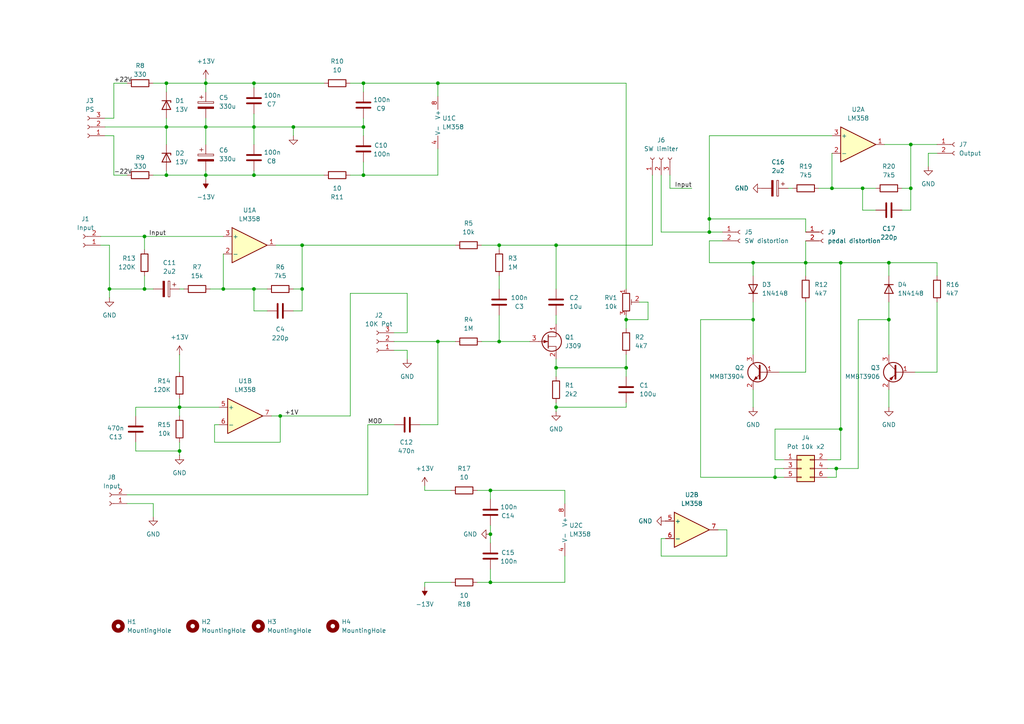
<source format=kicad_sch>
(kicad_sch
	(version 20231120)
	(generator "eeschema")
	(generator_version "8.0")
	(uuid "ed4ae933-69cf-42d6-a171-9a67c59f030e")
	(paper "A4")
	(lib_symbols
		(symbol "Amplifier_Operational:LM358"
			(pin_names
				(offset 0.127)
			)
			(exclude_from_sim no)
			(in_bom yes)
			(on_board yes)
			(property "Reference" "U"
				(at 0 5.08 0)
				(effects
					(font
						(size 1.27 1.27)
					)
					(justify left)
				)
			)
			(property "Value" "LM358"
				(at 0 -5.08 0)
				(effects
					(font
						(size 1.27 1.27)
					)
					(justify left)
				)
			)
			(property "Footprint" ""
				(at 0 0 0)
				(effects
					(font
						(size 1.27 1.27)
					)
					(hide yes)
				)
			)
			(property "Datasheet" "http://www.ti.com/lit/ds/symlink/lm2904-n.pdf"
				(at 0 0 0)
				(effects
					(font
						(size 1.27 1.27)
					)
					(hide yes)
				)
			)
			(property "Description" "Low-Power, Dual Operational Amplifiers, DIP-8/SOIC-8/TO-99-8"
				(at 0 0 0)
				(effects
					(font
						(size 1.27 1.27)
					)
					(hide yes)
				)
			)
			(property "ki_locked" ""
				(at 0 0 0)
				(effects
					(font
						(size 1.27 1.27)
					)
				)
			)
			(property "ki_keywords" "dual opamp"
				(at 0 0 0)
				(effects
					(font
						(size 1.27 1.27)
					)
					(hide yes)
				)
			)
			(property "ki_fp_filters" "SOIC*3.9x4.9mm*P1.27mm* DIP*W7.62mm* TO*99* OnSemi*Micro8* TSSOP*3x3mm*P0.65mm* TSSOP*4.4x3mm*P0.65mm* MSOP*3x3mm*P0.65mm* SSOP*3.9x4.9mm*P0.635mm* LFCSP*2x2mm*P0.5mm* *SIP* SOIC*5.3x6.2mm*P1.27mm*"
				(at 0 0 0)
				(effects
					(font
						(size 1.27 1.27)
					)
					(hide yes)
				)
			)
			(symbol "LM358_1_1"
				(polyline
					(pts
						(xy -5.08 5.08) (xy 5.08 0) (xy -5.08 -5.08) (xy -5.08 5.08)
					)
					(stroke
						(width 0.254)
						(type default)
					)
					(fill
						(type background)
					)
				)
				(pin output line
					(at 7.62 0 180)
					(length 2.54)
					(name "~"
						(effects
							(font
								(size 1.27 1.27)
							)
						)
					)
					(number "1"
						(effects
							(font
								(size 1.27 1.27)
							)
						)
					)
				)
				(pin input line
					(at -7.62 -2.54 0)
					(length 2.54)
					(name "-"
						(effects
							(font
								(size 1.27 1.27)
							)
						)
					)
					(number "2"
						(effects
							(font
								(size 1.27 1.27)
							)
						)
					)
				)
				(pin input line
					(at -7.62 2.54 0)
					(length 2.54)
					(name "+"
						(effects
							(font
								(size 1.27 1.27)
							)
						)
					)
					(number "3"
						(effects
							(font
								(size 1.27 1.27)
							)
						)
					)
				)
			)
			(symbol "LM358_2_1"
				(polyline
					(pts
						(xy -5.08 5.08) (xy 5.08 0) (xy -5.08 -5.08) (xy -5.08 5.08)
					)
					(stroke
						(width 0.254)
						(type default)
					)
					(fill
						(type background)
					)
				)
				(pin input line
					(at -7.62 2.54 0)
					(length 2.54)
					(name "+"
						(effects
							(font
								(size 1.27 1.27)
							)
						)
					)
					(number "5"
						(effects
							(font
								(size 1.27 1.27)
							)
						)
					)
				)
				(pin input line
					(at -7.62 -2.54 0)
					(length 2.54)
					(name "-"
						(effects
							(font
								(size 1.27 1.27)
							)
						)
					)
					(number "6"
						(effects
							(font
								(size 1.27 1.27)
							)
						)
					)
				)
				(pin output line
					(at 7.62 0 180)
					(length 2.54)
					(name "~"
						(effects
							(font
								(size 1.27 1.27)
							)
						)
					)
					(number "7"
						(effects
							(font
								(size 1.27 1.27)
							)
						)
					)
				)
			)
			(symbol "LM358_3_1"
				(pin power_in line
					(at -2.54 -7.62 90)
					(length 3.81)
					(name "V-"
						(effects
							(font
								(size 1.27 1.27)
							)
						)
					)
					(number "4"
						(effects
							(font
								(size 1.27 1.27)
							)
						)
					)
				)
				(pin power_in line
					(at -2.54 7.62 270)
					(length 3.81)
					(name "V+"
						(effects
							(font
								(size 1.27 1.27)
							)
						)
					)
					(number "8"
						(effects
							(font
								(size 1.27 1.27)
							)
						)
					)
				)
			)
		)
		(symbol "Connector:Conn_01x02_Socket"
			(pin_names
				(offset 1.016) hide)
			(exclude_from_sim no)
			(in_bom yes)
			(on_board yes)
			(property "Reference" "J"
				(at 0 2.54 0)
				(effects
					(font
						(size 1.27 1.27)
					)
				)
			)
			(property "Value" "Conn_01x02_Socket"
				(at 0 -5.08 0)
				(effects
					(font
						(size 1.27 1.27)
					)
				)
			)
			(property "Footprint" ""
				(at 0 0 0)
				(effects
					(font
						(size 1.27 1.27)
					)
					(hide yes)
				)
			)
			(property "Datasheet" "~"
				(at 0 0 0)
				(effects
					(font
						(size 1.27 1.27)
					)
					(hide yes)
				)
			)
			(property "Description" "Generic connector, single row, 01x02, script generated"
				(at 0 0 0)
				(effects
					(font
						(size 1.27 1.27)
					)
					(hide yes)
				)
			)
			(property "ki_locked" ""
				(at 0 0 0)
				(effects
					(font
						(size 1.27 1.27)
					)
				)
			)
			(property "ki_keywords" "connector"
				(at 0 0 0)
				(effects
					(font
						(size 1.27 1.27)
					)
					(hide yes)
				)
			)
			(property "ki_fp_filters" "Connector*:*_1x??_*"
				(at 0 0 0)
				(effects
					(font
						(size 1.27 1.27)
					)
					(hide yes)
				)
			)
			(symbol "Conn_01x02_Socket_1_1"
				(arc
					(start 0 -2.032)
					(mid -0.5058 -2.54)
					(end 0 -3.048)
					(stroke
						(width 0.1524)
						(type default)
					)
					(fill
						(type none)
					)
				)
				(polyline
					(pts
						(xy -1.27 -2.54) (xy -0.508 -2.54)
					)
					(stroke
						(width 0.1524)
						(type default)
					)
					(fill
						(type none)
					)
				)
				(polyline
					(pts
						(xy -1.27 0) (xy -0.508 0)
					)
					(stroke
						(width 0.1524)
						(type default)
					)
					(fill
						(type none)
					)
				)
				(arc
					(start 0 0.508)
					(mid -0.5058 0)
					(end 0 -0.508)
					(stroke
						(width 0.1524)
						(type default)
					)
					(fill
						(type none)
					)
				)
				(pin passive line
					(at -5.08 0 0)
					(length 3.81)
					(name "Pin_1"
						(effects
							(font
								(size 1.27 1.27)
							)
						)
					)
					(number "1"
						(effects
							(font
								(size 1.27 1.27)
							)
						)
					)
				)
				(pin passive line
					(at -5.08 -2.54 0)
					(length 3.81)
					(name "Pin_2"
						(effects
							(font
								(size 1.27 1.27)
							)
						)
					)
					(number "2"
						(effects
							(font
								(size 1.27 1.27)
							)
						)
					)
				)
			)
		)
		(symbol "Connector:Conn_01x03_Socket"
			(pin_names
				(offset 1.016) hide)
			(exclude_from_sim no)
			(in_bom yes)
			(on_board yes)
			(property "Reference" "J"
				(at 0 5.08 0)
				(effects
					(font
						(size 1.27 1.27)
					)
				)
			)
			(property "Value" "Conn_01x03_Socket"
				(at 0 -5.08 0)
				(effects
					(font
						(size 1.27 1.27)
					)
				)
			)
			(property "Footprint" ""
				(at 0 0 0)
				(effects
					(font
						(size 1.27 1.27)
					)
					(hide yes)
				)
			)
			(property "Datasheet" "~"
				(at 0 0 0)
				(effects
					(font
						(size 1.27 1.27)
					)
					(hide yes)
				)
			)
			(property "Description" "Generic connector, single row, 01x03, script generated"
				(at 0 0 0)
				(effects
					(font
						(size 1.27 1.27)
					)
					(hide yes)
				)
			)
			(property "ki_locked" ""
				(at 0 0 0)
				(effects
					(font
						(size 1.27 1.27)
					)
				)
			)
			(property "ki_keywords" "connector"
				(at 0 0 0)
				(effects
					(font
						(size 1.27 1.27)
					)
					(hide yes)
				)
			)
			(property "ki_fp_filters" "Connector*:*_1x??_*"
				(at 0 0 0)
				(effects
					(font
						(size 1.27 1.27)
					)
					(hide yes)
				)
			)
			(symbol "Conn_01x03_Socket_1_1"
				(arc
					(start 0 -2.032)
					(mid -0.5058 -2.54)
					(end 0 -3.048)
					(stroke
						(width 0.1524)
						(type default)
					)
					(fill
						(type none)
					)
				)
				(polyline
					(pts
						(xy -1.27 -2.54) (xy -0.508 -2.54)
					)
					(stroke
						(width 0.1524)
						(type default)
					)
					(fill
						(type none)
					)
				)
				(polyline
					(pts
						(xy -1.27 0) (xy -0.508 0)
					)
					(stroke
						(width 0.1524)
						(type default)
					)
					(fill
						(type none)
					)
				)
				(polyline
					(pts
						(xy -1.27 2.54) (xy -0.508 2.54)
					)
					(stroke
						(width 0.1524)
						(type default)
					)
					(fill
						(type none)
					)
				)
				(arc
					(start 0 0.508)
					(mid -0.5058 0)
					(end 0 -0.508)
					(stroke
						(width 0.1524)
						(type default)
					)
					(fill
						(type none)
					)
				)
				(arc
					(start 0 3.048)
					(mid -0.5058 2.54)
					(end 0 2.032)
					(stroke
						(width 0.1524)
						(type default)
					)
					(fill
						(type none)
					)
				)
				(pin passive line
					(at -5.08 2.54 0)
					(length 3.81)
					(name "Pin_1"
						(effects
							(font
								(size 1.27 1.27)
							)
						)
					)
					(number "1"
						(effects
							(font
								(size 1.27 1.27)
							)
						)
					)
				)
				(pin passive line
					(at -5.08 0 0)
					(length 3.81)
					(name "Pin_2"
						(effects
							(font
								(size 1.27 1.27)
							)
						)
					)
					(number "2"
						(effects
							(font
								(size 1.27 1.27)
							)
						)
					)
				)
				(pin passive line
					(at -5.08 -2.54 0)
					(length 3.81)
					(name "Pin_3"
						(effects
							(font
								(size 1.27 1.27)
							)
						)
					)
					(number "3"
						(effects
							(font
								(size 1.27 1.27)
							)
						)
					)
				)
			)
		)
		(symbol "Connector_Generic:Conn_02x03_Odd_Even"
			(pin_names
				(offset 1.016) hide)
			(exclude_from_sim no)
			(in_bom yes)
			(on_board yes)
			(property "Reference" "J"
				(at 1.27 5.08 0)
				(effects
					(font
						(size 1.27 1.27)
					)
				)
			)
			(property "Value" "Conn_02x03_Odd_Even"
				(at 1.27 -5.08 0)
				(effects
					(font
						(size 1.27 1.27)
					)
				)
			)
			(property "Footprint" ""
				(at 0 0 0)
				(effects
					(font
						(size 1.27 1.27)
					)
					(hide yes)
				)
			)
			(property "Datasheet" "~"
				(at 0 0 0)
				(effects
					(font
						(size 1.27 1.27)
					)
					(hide yes)
				)
			)
			(property "Description" "Generic connector, double row, 02x03, odd/even pin numbering scheme (row 1 odd numbers, row 2 even numbers), script generated (kicad-library-utils/schlib/autogen/connector/)"
				(at 0 0 0)
				(effects
					(font
						(size 1.27 1.27)
					)
					(hide yes)
				)
			)
			(property "ki_keywords" "connector"
				(at 0 0 0)
				(effects
					(font
						(size 1.27 1.27)
					)
					(hide yes)
				)
			)
			(property "ki_fp_filters" "Connector*:*_2x??_*"
				(at 0 0 0)
				(effects
					(font
						(size 1.27 1.27)
					)
					(hide yes)
				)
			)
			(symbol "Conn_02x03_Odd_Even_1_1"
				(rectangle
					(start -1.27 -2.413)
					(end 0 -2.667)
					(stroke
						(width 0.1524)
						(type default)
					)
					(fill
						(type none)
					)
				)
				(rectangle
					(start -1.27 0.127)
					(end 0 -0.127)
					(stroke
						(width 0.1524)
						(type default)
					)
					(fill
						(type none)
					)
				)
				(rectangle
					(start -1.27 2.667)
					(end 0 2.413)
					(stroke
						(width 0.1524)
						(type default)
					)
					(fill
						(type none)
					)
				)
				(rectangle
					(start -1.27 3.81)
					(end 3.81 -3.81)
					(stroke
						(width 0.254)
						(type default)
					)
					(fill
						(type background)
					)
				)
				(rectangle
					(start 3.81 -2.413)
					(end 2.54 -2.667)
					(stroke
						(width 0.1524)
						(type default)
					)
					(fill
						(type none)
					)
				)
				(rectangle
					(start 3.81 0.127)
					(end 2.54 -0.127)
					(stroke
						(width 0.1524)
						(type default)
					)
					(fill
						(type none)
					)
				)
				(rectangle
					(start 3.81 2.667)
					(end 2.54 2.413)
					(stroke
						(width 0.1524)
						(type default)
					)
					(fill
						(type none)
					)
				)
				(pin passive line
					(at -5.08 2.54 0)
					(length 3.81)
					(name "Pin_1"
						(effects
							(font
								(size 1.27 1.27)
							)
						)
					)
					(number "1"
						(effects
							(font
								(size 1.27 1.27)
							)
						)
					)
				)
				(pin passive line
					(at 7.62 2.54 180)
					(length 3.81)
					(name "Pin_2"
						(effects
							(font
								(size 1.27 1.27)
							)
						)
					)
					(number "2"
						(effects
							(font
								(size 1.27 1.27)
							)
						)
					)
				)
				(pin passive line
					(at -5.08 0 0)
					(length 3.81)
					(name "Pin_3"
						(effects
							(font
								(size 1.27 1.27)
							)
						)
					)
					(number "3"
						(effects
							(font
								(size 1.27 1.27)
							)
						)
					)
				)
				(pin passive line
					(at 7.62 0 180)
					(length 3.81)
					(name "Pin_4"
						(effects
							(font
								(size 1.27 1.27)
							)
						)
					)
					(number "4"
						(effects
							(font
								(size 1.27 1.27)
							)
						)
					)
				)
				(pin passive line
					(at -5.08 -2.54 0)
					(length 3.81)
					(name "Pin_5"
						(effects
							(font
								(size 1.27 1.27)
							)
						)
					)
					(number "5"
						(effects
							(font
								(size 1.27 1.27)
							)
						)
					)
				)
				(pin passive line
					(at 7.62 -2.54 180)
					(length 3.81)
					(name "Pin_6"
						(effects
							(font
								(size 1.27 1.27)
							)
						)
					)
					(number "6"
						(effects
							(font
								(size 1.27 1.27)
							)
						)
					)
				)
			)
		)
		(symbol "Device:C"
			(pin_numbers hide)
			(pin_names
				(offset 0.254)
			)
			(exclude_from_sim no)
			(in_bom yes)
			(on_board yes)
			(property "Reference" "C"
				(at 0.635 2.54 0)
				(effects
					(font
						(size 1.27 1.27)
					)
					(justify left)
				)
			)
			(property "Value" "C"
				(at 0.635 -2.54 0)
				(effects
					(font
						(size 1.27 1.27)
					)
					(justify left)
				)
			)
			(property "Footprint" ""
				(at 0.9652 -3.81 0)
				(effects
					(font
						(size 1.27 1.27)
					)
					(hide yes)
				)
			)
			(property "Datasheet" "~"
				(at 0 0 0)
				(effects
					(font
						(size 1.27 1.27)
					)
					(hide yes)
				)
			)
			(property "Description" "Unpolarized capacitor"
				(at 0 0 0)
				(effects
					(font
						(size 1.27 1.27)
					)
					(hide yes)
				)
			)
			(property "ki_keywords" "cap capacitor"
				(at 0 0 0)
				(effects
					(font
						(size 1.27 1.27)
					)
					(hide yes)
				)
			)
			(property "ki_fp_filters" "C_*"
				(at 0 0 0)
				(effects
					(font
						(size 1.27 1.27)
					)
					(hide yes)
				)
			)
			(symbol "C_0_1"
				(polyline
					(pts
						(xy -2.032 -0.762) (xy 2.032 -0.762)
					)
					(stroke
						(width 0.508)
						(type default)
					)
					(fill
						(type none)
					)
				)
				(polyline
					(pts
						(xy -2.032 0.762) (xy 2.032 0.762)
					)
					(stroke
						(width 0.508)
						(type default)
					)
					(fill
						(type none)
					)
				)
			)
			(symbol "C_1_1"
				(pin passive line
					(at 0 3.81 270)
					(length 2.794)
					(name "~"
						(effects
							(font
								(size 1.27 1.27)
							)
						)
					)
					(number "1"
						(effects
							(font
								(size 1.27 1.27)
							)
						)
					)
				)
				(pin passive line
					(at 0 -3.81 90)
					(length 2.794)
					(name "~"
						(effects
							(font
								(size 1.27 1.27)
							)
						)
					)
					(number "2"
						(effects
							(font
								(size 1.27 1.27)
							)
						)
					)
				)
			)
		)
		(symbol "Device:C_Polarized"
			(pin_numbers hide)
			(pin_names
				(offset 0.254)
			)
			(exclude_from_sim no)
			(in_bom yes)
			(on_board yes)
			(property "Reference" "C"
				(at 0.635 2.54 0)
				(effects
					(font
						(size 1.27 1.27)
					)
					(justify left)
				)
			)
			(property "Value" "C_Polarized"
				(at 0.635 -2.54 0)
				(effects
					(font
						(size 1.27 1.27)
					)
					(justify left)
				)
			)
			(property "Footprint" ""
				(at 0.9652 -3.81 0)
				(effects
					(font
						(size 1.27 1.27)
					)
					(hide yes)
				)
			)
			(property "Datasheet" "~"
				(at 0 0 0)
				(effects
					(font
						(size 1.27 1.27)
					)
					(hide yes)
				)
			)
			(property "Description" "Polarized capacitor"
				(at 0 0 0)
				(effects
					(font
						(size 1.27 1.27)
					)
					(hide yes)
				)
			)
			(property "ki_keywords" "cap capacitor"
				(at 0 0 0)
				(effects
					(font
						(size 1.27 1.27)
					)
					(hide yes)
				)
			)
			(property "ki_fp_filters" "CP_*"
				(at 0 0 0)
				(effects
					(font
						(size 1.27 1.27)
					)
					(hide yes)
				)
			)
			(symbol "C_Polarized_0_1"
				(rectangle
					(start -2.286 0.508)
					(end 2.286 1.016)
					(stroke
						(width 0)
						(type default)
					)
					(fill
						(type none)
					)
				)
				(polyline
					(pts
						(xy -1.778 2.286) (xy -0.762 2.286)
					)
					(stroke
						(width 0)
						(type default)
					)
					(fill
						(type none)
					)
				)
				(polyline
					(pts
						(xy -1.27 2.794) (xy -1.27 1.778)
					)
					(stroke
						(width 0)
						(type default)
					)
					(fill
						(type none)
					)
				)
				(rectangle
					(start 2.286 -0.508)
					(end -2.286 -1.016)
					(stroke
						(width 0)
						(type default)
					)
					(fill
						(type outline)
					)
				)
			)
			(symbol "C_Polarized_1_1"
				(pin passive line
					(at 0 3.81 270)
					(length 2.794)
					(name "~"
						(effects
							(font
								(size 1.27 1.27)
							)
						)
					)
					(number "1"
						(effects
							(font
								(size 1.27 1.27)
							)
						)
					)
				)
				(pin passive line
					(at 0 -3.81 90)
					(length 2.794)
					(name "~"
						(effects
							(font
								(size 1.27 1.27)
							)
						)
					)
					(number "2"
						(effects
							(font
								(size 1.27 1.27)
							)
						)
					)
				)
			)
		)
		(symbol "Device:D_Zener"
			(pin_numbers hide)
			(pin_names
				(offset 1.016) hide)
			(exclude_from_sim no)
			(in_bom yes)
			(on_board yes)
			(property "Reference" "D"
				(at 0 2.54 0)
				(effects
					(font
						(size 1.27 1.27)
					)
				)
			)
			(property "Value" "D_Zener"
				(at 0 -2.54 0)
				(effects
					(font
						(size 1.27 1.27)
					)
				)
			)
			(property "Footprint" ""
				(at 0 0 0)
				(effects
					(font
						(size 1.27 1.27)
					)
					(hide yes)
				)
			)
			(property "Datasheet" "~"
				(at 0 0 0)
				(effects
					(font
						(size 1.27 1.27)
					)
					(hide yes)
				)
			)
			(property "Description" "Zener diode"
				(at 0 0 0)
				(effects
					(font
						(size 1.27 1.27)
					)
					(hide yes)
				)
			)
			(property "ki_keywords" "diode"
				(at 0 0 0)
				(effects
					(font
						(size 1.27 1.27)
					)
					(hide yes)
				)
			)
			(property "ki_fp_filters" "TO-???* *_Diode_* *SingleDiode* D_*"
				(at 0 0 0)
				(effects
					(font
						(size 1.27 1.27)
					)
					(hide yes)
				)
			)
			(symbol "D_Zener_0_1"
				(polyline
					(pts
						(xy 1.27 0) (xy -1.27 0)
					)
					(stroke
						(width 0)
						(type default)
					)
					(fill
						(type none)
					)
				)
				(polyline
					(pts
						(xy -1.27 -1.27) (xy -1.27 1.27) (xy -0.762 1.27)
					)
					(stroke
						(width 0.254)
						(type default)
					)
					(fill
						(type none)
					)
				)
				(polyline
					(pts
						(xy 1.27 -1.27) (xy 1.27 1.27) (xy -1.27 0) (xy 1.27 -1.27)
					)
					(stroke
						(width 0.254)
						(type default)
					)
					(fill
						(type none)
					)
				)
			)
			(symbol "D_Zener_1_1"
				(pin passive line
					(at -3.81 0 0)
					(length 2.54)
					(name "K"
						(effects
							(font
								(size 1.27 1.27)
							)
						)
					)
					(number "1"
						(effects
							(font
								(size 1.27 1.27)
							)
						)
					)
				)
				(pin passive line
					(at 3.81 0 180)
					(length 2.54)
					(name "A"
						(effects
							(font
								(size 1.27 1.27)
							)
						)
					)
					(number "2"
						(effects
							(font
								(size 1.27 1.27)
							)
						)
					)
				)
			)
		)
		(symbol "Device:R"
			(pin_numbers hide)
			(pin_names
				(offset 0)
			)
			(exclude_from_sim no)
			(in_bom yes)
			(on_board yes)
			(property "Reference" "R"
				(at 2.032 0 90)
				(effects
					(font
						(size 1.27 1.27)
					)
				)
			)
			(property "Value" "R"
				(at 0 0 90)
				(effects
					(font
						(size 1.27 1.27)
					)
				)
			)
			(property "Footprint" ""
				(at -1.778 0 90)
				(effects
					(font
						(size 1.27 1.27)
					)
					(hide yes)
				)
			)
			(property "Datasheet" "~"
				(at 0 0 0)
				(effects
					(font
						(size 1.27 1.27)
					)
					(hide yes)
				)
			)
			(property "Description" "Resistor"
				(at 0 0 0)
				(effects
					(font
						(size 1.27 1.27)
					)
					(hide yes)
				)
			)
			(property "ki_keywords" "R res resistor"
				(at 0 0 0)
				(effects
					(font
						(size 1.27 1.27)
					)
					(hide yes)
				)
			)
			(property "ki_fp_filters" "R_*"
				(at 0 0 0)
				(effects
					(font
						(size 1.27 1.27)
					)
					(hide yes)
				)
			)
			(symbol "R_0_1"
				(rectangle
					(start -1.016 -2.54)
					(end 1.016 2.54)
					(stroke
						(width 0.254)
						(type default)
					)
					(fill
						(type none)
					)
				)
			)
			(symbol "R_1_1"
				(pin passive line
					(at 0 3.81 270)
					(length 1.27)
					(name "~"
						(effects
							(font
								(size 1.27 1.27)
							)
						)
					)
					(number "1"
						(effects
							(font
								(size 1.27 1.27)
							)
						)
					)
				)
				(pin passive line
					(at 0 -3.81 90)
					(length 1.27)
					(name "~"
						(effects
							(font
								(size 1.27 1.27)
							)
						)
					)
					(number "2"
						(effects
							(font
								(size 1.27 1.27)
							)
						)
					)
				)
			)
		)
		(symbol "Device:R_Potentiometer_Trim"
			(pin_names
				(offset 1.016) hide)
			(exclude_from_sim no)
			(in_bom yes)
			(on_board yes)
			(property "Reference" "RV"
				(at -4.445 0 90)
				(effects
					(font
						(size 1.27 1.27)
					)
				)
			)
			(property "Value" "R_Potentiometer_Trim"
				(at -2.54 0 90)
				(effects
					(font
						(size 1.27 1.27)
					)
				)
			)
			(property "Footprint" ""
				(at 0 0 0)
				(effects
					(font
						(size 1.27 1.27)
					)
					(hide yes)
				)
			)
			(property "Datasheet" "~"
				(at 0 0 0)
				(effects
					(font
						(size 1.27 1.27)
					)
					(hide yes)
				)
			)
			(property "Description" "Trim-potentiometer"
				(at 0 0 0)
				(effects
					(font
						(size 1.27 1.27)
					)
					(hide yes)
				)
			)
			(property "ki_keywords" "resistor variable trimpot trimmer"
				(at 0 0 0)
				(effects
					(font
						(size 1.27 1.27)
					)
					(hide yes)
				)
			)
			(property "ki_fp_filters" "Potentiometer*"
				(at 0 0 0)
				(effects
					(font
						(size 1.27 1.27)
					)
					(hide yes)
				)
			)
			(symbol "R_Potentiometer_Trim_0_1"
				(polyline
					(pts
						(xy 1.524 0.762) (xy 1.524 -0.762)
					)
					(stroke
						(width 0)
						(type default)
					)
					(fill
						(type none)
					)
				)
				(polyline
					(pts
						(xy 2.54 0) (xy 1.524 0)
					)
					(stroke
						(width 0)
						(type default)
					)
					(fill
						(type none)
					)
				)
				(rectangle
					(start 1.016 2.54)
					(end -1.016 -2.54)
					(stroke
						(width 0.254)
						(type default)
					)
					(fill
						(type none)
					)
				)
			)
			(symbol "R_Potentiometer_Trim_1_1"
				(pin passive line
					(at 0 3.81 270)
					(length 1.27)
					(name "1"
						(effects
							(font
								(size 1.27 1.27)
							)
						)
					)
					(number "1"
						(effects
							(font
								(size 1.27 1.27)
							)
						)
					)
				)
				(pin passive line
					(at 3.81 0 180)
					(length 1.27)
					(name "2"
						(effects
							(font
								(size 1.27 1.27)
							)
						)
					)
					(number "2"
						(effects
							(font
								(size 1.27 1.27)
							)
						)
					)
				)
				(pin passive line
					(at 0 -3.81 90)
					(length 1.27)
					(name "3"
						(effects
							(font
								(size 1.27 1.27)
							)
						)
					)
					(number "3"
						(effects
							(font
								(size 1.27 1.27)
							)
						)
					)
				)
			)
		)
		(symbol "Diode:1N4148"
			(pin_numbers hide)
			(pin_names hide)
			(exclude_from_sim no)
			(in_bom yes)
			(on_board yes)
			(property "Reference" "D"
				(at 0 2.54 0)
				(effects
					(font
						(size 1.27 1.27)
					)
				)
			)
			(property "Value" "1N4148"
				(at 0 -2.54 0)
				(effects
					(font
						(size 1.27 1.27)
					)
				)
			)
			(property "Footprint" "Diode_THT:D_DO-35_SOD27_P7.62mm_Horizontal"
				(at 0 0 0)
				(effects
					(font
						(size 1.27 1.27)
					)
					(hide yes)
				)
			)
			(property "Datasheet" "https://assets.nexperia.com/documents/data-sheet/1N4148_1N4448.pdf"
				(at 0 0 0)
				(effects
					(font
						(size 1.27 1.27)
					)
					(hide yes)
				)
			)
			(property "Description" "100V 0.15A standard switching diode, DO-35"
				(at 0 0 0)
				(effects
					(font
						(size 1.27 1.27)
					)
					(hide yes)
				)
			)
			(property "Sim.Device" "D"
				(at 0 0 0)
				(effects
					(font
						(size 1.27 1.27)
					)
					(hide yes)
				)
			)
			(property "Sim.Pins" "1=K 2=A"
				(at 0 0 0)
				(effects
					(font
						(size 1.27 1.27)
					)
					(hide yes)
				)
			)
			(property "ki_keywords" "diode"
				(at 0 0 0)
				(effects
					(font
						(size 1.27 1.27)
					)
					(hide yes)
				)
			)
			(property "ki_fp_filters" "D*DO?35*"
				(at 0 0 0)
				(effects
					(font
						(size 1.27 1.27)
					)
					(hide yes)
				)
			)
			(symbol "1N4148_0_1"
				(polyline
					(pts
						(xy -1.27 1.27) (xy -1.27 -1.27)
					)
					(stroke
						(width 0.254)
						(type default)
					)
					(fill
						(type none)
					)
				)
				(polyline
					(pts
						(xy 1.27 0) (xy -1.27 0)
					)
					(stroke
						(width 0)
						(type default)
					)
					(fill
						(type none)
					)
				)
				(polyline
					(pts
						(xy 1.27 1.27) (xy 1.27 -1.27) (xy -1.27 0) (xy 1.27 1.27)
					)
					(stroke
						(width 0.254)
						(type default)
					)
					(fill
						(type none)
					)
				)
			)
			(symbol "1N4148_1_1"
				(pin passive line
					(at -3.81 0 0)
					(length 2.54)
					(name "K"
						(effects
							(font
								(size 1.27 1.27)
							)
						)
					)
					(number "1"
						(effects
							(font
								(size 1.27 1.27)
							)
						)
					)
				)
				(pin passive line
					(at 3.81 0 180)
					(length 2.54)
					(name "A"
						(effects
							(font
								(size 1.27 1.27)
							)
						)
					)
					(number "2"
						(effects
							(font
								(size 1.27 1.27)
							)
						)
					)
				)
			)
		)
		(symbol "Mechanical:MountingHole"
			(pin_names
				(offset 1.016)
			)
			(exclude_from_sim yes)
			(in_bom no)
			(on_board yes)
			(property "Reference" "H"
				(at 0 5.08 0)
				(effects
					(font
						(size 1.27 1.27)
					)
				)
			)
			(property "Value" "MountingHole"
				(at 0 3.175 0)
				(effects
					(font
						(size 1.27 1.27)
					)
				)
			)
			(property "Footprint" ""
				(at 0 0 0)
				(effects
					(font
						(size 1.27 1.27)
					)
					(hide yes)
				)
			)
			(property "Datasheet" "~"
				(at 0 0 0)
				(effects
					(font
						(size 1.27 1.27)
					)
					(hide yes)
				)
			)
			(property "Description" "Mounting Hole without connection"
				(at 0 0 0)
				(effects
					(font
						(size 1.27 1.27)
					)
					(hide yes)
				)
			)
			(property "ki_keywords" "mounting hole"
				(at 0 0 0)
				(effects
					(font
						(size 1.27 1.27)
					)
					(hide yes)
				)
			)
			(property "ki_fp_filters" "MountingHole*"
				(at 0 0 0)
				(effects
					(font
						(size 1.27 1.27)
					)
					(hide yes)
				)
			)
			(symbol "MountingHole_0_1"
				(circle
					(center 0 0)
					(radius 1.27)
					(stroke
						(width 1.27)
						(type default)
					)
					(fill
						(type none)
					)
				)
			)
		)
		(symbol "Transistor_BJT:MMBT3904"
			(pin_names
				(offset 0) hide)
			(exclude_from_sim no)
			(in_bom yes)
			(on_board yes)
			(property "Reference" "Q"
				(at 5.08 1.905 0)
				(effects
					(font
						(size 1.27 1.27)
					)
					(justify left)
				)
			)
			(property "Value" "MMBT3904"
				(at 5.08 0 0)
				(effects
					(font
						(size 1.27 1.27)
					)
					(justify left)
				)
			)
			(property "Footprint" "Package_TO_SOT_SMD:SOT-23"
				(at 5.08 -1.905 0)
				(effects
					(font
						(size 1.27 1.27)
						(italic yes)
					)
					(justify left)
					(hide yes)
				)
			)
			(property "Datasheet" "https://www.onsemi.com/pdf/datasheet/pzt3904-d.pdf"
				(at 0 0 0)
				(effects
					(font
						(size 1.27 1.27)
					)
					(justify left)
					(hide yes)
				)
			)
			(property "Description" "0.2A Ic, 40V Vce, Small Signal NPN Transistor, SOT-23"
				(at 0 0 0)
				(effects
					(font
						(size 1.27 1.27)
					)
					(hide yes)
				)
			)
			(property "ki_keywords" "NPN Transistor"
				(at 0 0 0)
				(effects
					(font
						(size 1.27 1.27)
					)
					(hide yes)
				)
			)
			(property "ki_fp_filters" "SOT?23*"
				(at 0 0 0)
				(effects
					(font
						(size 1.27 1.27)
					)
					(hide yes)
				)
			)
			(symbol "MMBT3904_0_1"
				(polyline
					(pts
						(xy 0.635 0.635) (xy 2.54 2.54)
					)
					(stroke
						(width 0)
						(type default)
					)
					(fill
						(type none)
					)
				)
				(polyline
					(pts
						(xy 0.635 -0.635) (xy 2.54 -2.54) (xy 2.54 -2.54)
					)
					(stroke
						(width 0)
						(type default)
					)
					(fill
						(type none)
					)
				)
				(polyline
					(pts
						(xy 0.635 1.905) (xy 0.635 -1.905) (xy 0.635 -1.905)
					)
					(stroke
						(width 0.508)
						(type default)
					)
					(fill
						(type none)
					)
				)
				(polyline
					(pts
						(xy 1.27 -1.778) (xy 1.778 -1.27) (xy 2.286 -2.286) (xy 1.27 -1.778) (xy 1.27 -1.778)
					)
					(stroke
						(width 0)
						(type default)
					)
					(fill
						(type outline)
					)
				)
				(circle
					(center 1.27 0)
					(radius 2.8194)
					(stroke
						(width 0.254)
						(type default)
					)
					(fill
						(type none)
					)
				)
			)
			(symbol "MMBT3904_1_1"
				(pin input line
					(at -5.08 0 0)
					(length 5.715)
					(name "B"
						(effects
							(font
								(size 1.27 1.27)
							)
						)
					)
					(number "1"
						(effects
							(font
								(size 1.27 1.27)
							)
						)
					)
				)
				(pin passive line
					(at 2.54 -5.08 90)
					(length 2.54)
					(name "E"
						(effects
							(font
								(size 1.27 1.27)
							)
						)
					)
					(number "2"
						(effects
							(font
								(size 1.27 1.27)
							)
						)
					)
				)
				(pin passive line
					(at 2.54 5.08 270)
					(length 2.54)
					(name "C"
						(effects
							(font
								(size 1.27 1.27)
							)
						)
					)
					(number "3"
						(effects
							(font
								(size 1.27 1.27)
							)
						)
					)
				)
			)
		)
		(symbol "Transistor_BJT:MMBT3906"
			(pin_names
				(offset 0) hide)
			(exclude_from_sim no)
			(in_bom yes)
			(on_board yes)
			(property "Reference" "Q"
				(at 5.08 1.905 0)
				(effects
					(font
						(size 1.27 1.27)
					)
					(justify left)
				)
			)
			(property "Value" "MMBT3906"
				(at 5.08 0 0)
				(effects
					(font
						(size 1.27 1.27)
					)
					(justify left)
				)
			)
			(property "Footprint" "Package_TO_SOT_SMD:SOT-23"
				(at 5.08 -1.905 0)
				(effects
					(font
						(size 1.27 1.27)
						(italic yes)
					)
					(justify left)
					(hide yes)
				)
			)
			(property "Datasheet" "https://www.onsemi.com/pdf/datasheet/pzt3906-d.pdf"
				(at 0 0 0)
				(effects
					(font
						(size 1.27 1.27)
					)
					(justify left)
					(hide yes)
				)
			)
			(property "Description" "-0.2A Ic, -40V Vce, Small Signal PNP Transistor, SOT-23"
				(at 0 0 0)
				(effects
					(font
						(size 1.27 1.27)
					)
					(hide yes)
				)
			)
			(property "ki_keywords" "PNP Transistor"
				(at 0 0 0)
				(effects
					(font
						(size 1.27 1.27)
					)
					(hide yes)
				)
			)
			(property "ki_fp_filters" "SOT?23*"
				(at 0 0 0)
				(effects
					(font
						(size 1.27 1.27)
					)
					(hide yes)
				)
			)
			(symbol "MMBT3906_0_1"
				(polyline
					(pts
						(xy 0.635 0.635) (xy 2.54 2.54)
					)
					(stroke
						(width 0)
						(type default)
					)
					(fill
						(type none)
					)
				)
				(polyline
					(pts
						(xy 0.635 -0.635) (xy 2.54 -2.54) (xy 2.54 -2.54)
					)
					(stroke
						(width 0)
						(type default)
					)
					(fill
						(type none)
					)
				)
				(polyline
					(pts
						(xy 0.635 1.905) (xy 0.635 -1.905) (xy 0.635 -1.905)
					)
					(stroke
						(width 0.508)
						(type default)
					)
					(fill
						(type none)
					)
				)
				(polyline
					(pts
						(xy 2.286 -1.778) (xy 1.778 -2.286) (xy 1.27 -1.27) (xy 2.286 -1.778) (xy 2.286 -1.778)
					)
					(stroke
						(width 0)
						(type default)
					)
					(fill
						(type outline)
					)
				)
				(circle
					(center 1.27 0)
					(radius 2.8194)
					(stroke
						(width 0.254)
						(type default)
					)
					(fill
						(type none)
					)
				)
			)
			(symbol "MMBT3906_1_1"
				(pin input line
					(at -5.08 0 0)
					(length 5.715)
					(name "B"
						(effects
							(font
								(size 1.27 1.27)
							)
						)
					)
					(number "1"
						(effects
							(font
								(size 1.27 1.27)
							)
						)
					)
				)
				(pin passive line
					(at 2.54 -5.08 90)
					(length 2.54)
					(name "E"
						(effects
							(font
								(size 1.27 1.27)
							)
						)
					)
					(number "2"
						(effects
							(font
								(size 1.27 1.27)
							)
						)
					)
				)
				(pin passive line
					(at 2.54 5.08 270)
					(length 2.54)
					(name "C"
						(effects
							(font
								(size 1.27 1.27)
							)
						)
					)
					(number "3"
						(effects
							(font
								(size 1.27 1.27)
							)
						)
					)
				)
			)
		)
		(symbol "Transistor_FET:MMBFJ111"
			(pin_names hide)
			(exclude_from_sim no)
			(in_bom yes)
			(on_board yes)
			(property "Reference" "Q"
				(at 5.08 1.905 0)
				(effects
					(font
						(size 1.27 1.27)
					)
					(justify left)
				)
			)
			(property "Value" "MMBFJ111"
				(at 5.08 0 0)
				(effects
					(font
						(size 1.27 1.27)
					)
					(justify left)
				)
			)
			(property "Footprint" "Package_TO_SOT_SMD:SOT-23"
				(at 5.08 -1.905 0)
				(effects
					(font
						(size 1.27 1.27)
						(italic yes)
					)
					(justify left)
					(hide yes)
				)
			)
			(property "Datasheet" "https://www.onsemi.com/pub/Collateral/MMBFJ113-D.PDF"
				(at 5.08 -3.81 0)
				(effects
					(font
						(size 1.27 1.27)
					)
					(justify left)
					(hide yes)
				)
			)
			(property "Description" "20mA min, 35V, 30mOhm max, 3-10V Vgs(off), N-Channel JFET, SOT-23"
				(at 0 0 0)
				(effects
					(font
						(size 1.27 1.27)
					)
					(hide yes)
				)
			)
			(property "ki_keywords" "N-Channel FET Transistor"
				(at 0 0 0)
				(effects
					(font
						(size 1.27 1.27)
					)
					(hide yes)
				)
			)
			(property "ki_fp_filters" "SOT?23*"
				(at 0 0 0)
				(effects
					(font
						(size 1.27 1.27)
					)
					(hide yes)
				)
			)
			(symbol "MMBFJ111_0_1"
				(polyline
					(pts
						(xy 0.254 0) (xy -2.54 0)
					)
					(stroke
						(width 0)
						(type default)
					)
					(fill
						(type none)
					)
				)
				(polyline
					(pts
						(xy 0.254 1.905) (xy 0.254 -1.905)
					)
					(stroke
						(width 0.254)
						(type default)
					)
					(fill
						(type none)
					)
				)
				(polyline
					(pts
						(xy 2.54 -2.54) (xy 2.54 -1.397) (xy 0.254 -1.397)
					)
					(stroke
						(width 0)
						(type default)
					)
					(fill
						(type none)
					)
				)
				(polyline
					(pts
						(xy 2.54 2.54) (xy 2.54 1.397) (xy 0.254 1.397)
					)
					(stroke
						(width 0)
						(type default)
					)
					(fill
						(type none)
					)
				)
				(polyline
					(pts
						(xy 0 0) (xy -1.016 0.381) (xy -1.016 -0.381) (xy 0 0)
					)
					(stroke
						(width 0)
						(type default)
					)
					(fill
						(type outline)
					)
				)
				(circle
					(center 1.27 0)
					(radius 2.8194)
					(stroke
						(width 0.254)
						(type default)
					)
					(fill
						(type none)
					)
				)
			)
			(symbol "MMBFJ111_1_1"
				(pin passive line
					(at 2.54 5.08 270)
					(length 2.54)
					(name "D"
						(effects
							(font
								(size 1.27 1.27)
							)
						)
					)
					(number "1"
						(effects
							(font
								(size 1.27 1.27)
							)
						)
					)
				)
				(pin passive line
					(at 2.54 -5.08 90)
					(length 2.54)
					(name "S"
						(effects
							(font
								(size 1.27 1.27)
							)
						)
					)
					(number "2"
						(effects
							(font
								(size 1.27 1.27)
							)
						)
					)
				)
				(pin input line
					(at -5.08 0 0)
					(length 2.54)
					(name "G"
						(effects
							(font
								(size 1.27 1.27)
							)
						)
					)
					(number "3"
						(effects
							(font
								(size 1.27 1.27)
							)
						)
					)
				)
			)
		)
		(symbol "power:+15V"
			(power)
			(pin_numbers hide)
			(pin_names
				(offset 0) hide)
			(exclude_from_sim no)
			(in_bom yes)
			(on_board yes)
			(property "Reference" "#PWR"
				(at 0 -3.81 0)
				(effects
					(font
						(size 1.27 1.27)
					)
					(hide yes)
				)
			)
			(property "Value" "+15V"
				(at 0 3.556 0)
				(effects
					(font
						(size 1.27 1.27)
					)
				)
			)
			(property "Footprint" ""
				(at 0 0 0)
				(effects
					(font
						(size 1.27 1.27)
					)
					(hide yes)
				)
			)
			(property "Datasheet" ""
				(at 0 0 0)
				(effects
					(font
						(size 1.27 1.27)
					)
					(hide yes)
				)
			)
			(property "Description" "Power symbol creates a global label with name \"+15V\""
				(at 0 0 0)
				(effects
					(font
						(size 1.27 1.27)
					)
					(hide yes)
				)
			)
			(property "ki_keywords" "global power"
				(at 0 0 0)
				(effects
					(font
						(size 1.27 1.27)
					)
					(hide yes)
				)
			)
			(symbol "+15V_0_1"
				(polyline
					(pts
						(xy -0.762 1.27) (xy 0 2.54)
					)
					(stroke
						(width 0)
						(type default)
					)
					(fill
						(type none)
					)
				)
				(polyline
					(pts
						(xy 0 0) (xy 0 2.54)
					)
					(stroke
						(width 0)
						(type default)
					)
					(fill
						(type none)
					)
				)
				(polyline
					(pts
						(xy 0 2.54) (xy 0.762 1.27)
					)
					(stroke
						(width 0)
						(type default)
					)
					(fill
						(type none)
					)
				)
			)
			(symbol "+15V_1_1"
				(pin power_in line
					(at 0 0 90)
					(length 0)
					(name "~"
						(effects
							(font
								(size 1.27 1.27)
							)
						)
					)
					(number "1"
						(effects
							(font
								(size 1.27 1.27)
							)
						)
					)
				)
			)
		)
		(symbol "power:-15V"
			(power)
			(pin_numbers hide)
			(pin_names
				(offset 0) hide)
			(exclude_from_sim no)
			(in_bom yes)
			(on_board yes)
			(property "Reference" "#PWR"
				(at 0 -3.81 0)
				(effects
					(font
						(size 1.27 1.27)
					)
					(hide yes)
				)
			)
			(property "Value" "-15V"
				(at 0 3.556 0)
				(effects
					(font
						(size 1.27 1.27)
					)
				)
			)
			(property "Footprint" ""
				(at 0 0 0)
				(effects
					(font
						(size 1.27 1.27)
					)
					(hide yes)
				)
			)
			(property "Datasheet" ""
				(at 0 0 0)
				(effects
					(font
						(size 1.27 1.27)
					)
					(hide yes)
				)
			)
			(property "Description" "Power symbol creates a global label with name \"-15V\""
				(at 0 0 0)
				(effects
					(font
						(size 1.27 1.27)
					)
					(hide yes)
				)
			)
			(property "ki_keywords" "global power"
				(at 0 0 0)
				(effects
					(font
						(size 1.27 1.27)
					)
					(hide yes)
				)
			)
			(symbol "-15V_0_0"
				(pin power_in line
					(at 0 0 90)
					(length 0)
					(name "~"
						(effects
							(font
								(size 1.27 1.27)
							)
						)
					)
					(number "1"
						(effects
							(font
								(size 1.27 1.27)
							)
						)
					)
				)
			)
			(symbol "-15V_0_1"
				(polyline
					(pts
						(xy 0 0) (xy 0 1.27) (xy 0.762 1.27) (xy 0 2.54) (xy -0.762 1.27) (xy 0 1.27)
					)
					(stroke
						(width 0)
						(type default)
					)
					(fill
						(type outline)
					)
				)
			)
		)
		(symbol "power:GND"
			(power)
			(pin_numbers hide)
			(pin_names
				(offset 0) hide)
			(exclude_from_sim no)
			(in_bom yes)
			(on_board yes)
			(property "Reference" "#PWR"
				(at 0 -6.35 0)
				(effects
					(font
						(size 1.27 1.27)
					)
					(hide yes)
				)
			)
			(property "Value" "GND"
				(at 0 -3.81 0)
				(effects
					(font
						(size 1.27 1.27)
					)
				)
			)
			(property "Footprint" ""
				(at 0 0 0)
				(effects
					(font
						(size 1.27 1.27)
					)
					(hide yes)
				)
			)
			(property "Datasheet" ""
				(at 0 0 0)
				(effects
					(font
						(size 1.27 1.27)
					)
					(hide yes)
				)
			)
			(property "Description" "Power symbol creates a global label with name \"GND\" , ground"
				(at 0 0 0)
				(effects
					(font
						(size 1.27 1.27)
					)
					(hide yes)
				)
			)
			(property "ki_keywords" "global power"
				(at 0 0 0)
				(effects
					(font
						(size 1.27 1.27)
					)
					(hide yes)
				)
			)
			(symbol "GND_0_1"
				(polyline
					(pts
						(xy 0 0) (xy 0 -1.27) (xy 1.27 -1.27) (xy 0 -2.54) (xy -1.27 -1.27) (xy 0 -1.27)
					)
					(stroke
						(width 0)
						(type default)
					)
					(fill
						(type none)
					)
				)
			)
			(symbol "GND_1_1"
				(pin power_in line
					(at 0 0 270)
					(length 0)
					(name "~"
						(effects
							(font
								(size 1.27 1.27)
							)
						)
					)
					(number "1"
						(effects
							(font
								(size 1.27 1.27)
							)
						)
					)
				)
			)
		)
	)
	(junction
		(at 205.74 67.31)
		(diameter 0)
		(color 0 0 0 0)
		(uuid "02d416b7-0c4a-4899-9175-ea18946b648d")
	)
	(junction
		(at 144.78 71.12)
		(diameter 0)
		(color 0 0 0 0)
		(uuid "0aeeeef6-c2e6-44e5-b48f-1a3e7db72e65")
	)
	(junction
		(at 257.81 92.71)
		(diameter 0)
		(color 0 0 0 0)
		(uuid "0b275545-ac5e-4a3c-ab6f-e9fdf3cbe937")
	)
	(junction
		(at 205.74 63.5)
		(diameter 0)
		(color 0 0 0 0)
		(uuid "0f667ae4-fad9-4447-8703-5dcd0ecb44c1")
	)
	(junction
		(at 127 99.06)
		(diameter 0)
		(color 0 0 0 0)
		(uuid "115b8f58-0962-4590-9269-87d7b73098c9")
	)
	(junction
		(at 64.77 83.82)
		(diameter 0)
		(color 0 0 0 0)
		(uuid "19d0b029-ddb7-4f61-acf2-b82d30cbb38f")
	)
	(junction
		(at 73.66 24.13)
		(diameter 0)
		(color 0 0 0 0)
		(uuid "2372a157-1412-4eca-9e8c-d7624e14176a")
	)
	(junction
		(at 59.69 24.13)
		(diameter 0)
		(color 0 0 0 0)
		(uuid "39f4213d-6112-4465-a5e4-aabda05c26e8")
	)
	(junction
		(at 224.79 138.43)
		(diameter 0)
		(color 0 0 0 0)
		(uuid "3cff3690-f555-4cc5-b083-07251926a573")
	)
	(junction
		(at 87.63 71.12)
		(diameter 0)
		(color 0 0 0 0)
		(uuid "403748e1-23e2-4ae8-946b-36b7c80f66ac")
	)
	(junction
		(at 52.07 130.81)
		(diameter 0)
		(color 0 0 0 0)
		(uuid "4384aeaf-8010-47ed-aacb-396bd2b2da95")
	)
	(junction
		(at 241.3 54.61)
		(diameter 0)
		(color 0 0 0 0)
		(uuid "47005c62-0f16-4aea-bf57-1ce06e206528")
	)
	(junction
		(at 59.69 36.83)
		(diameter 0)
		(color 0 0 0 0)
		(uuid "4ee10ee0-0387-44d3-b5bb-f9beab970d47")
	)
	(junction
		(at 250.19 54.61)
		(diameter 0)
		(color 0 0 0 0)
		(uuid "4faf52f8-8a1b-49d1-8c07-8468eb8f0ae6")
	)
	(junction
		(at 181.61 92.71)
		(diameter 0)
		(color 0 0 0 0)
		(uuid "520a1441-d4bd-4b1f-a175-c3d04a8c59b3")
	)
	(junction
		(at 81.28 120.65)
		(diameter 0)
		(color 0 0 0 0)
		(uuid "527fdaa9-0248-4dc3-a3aa-733420c9284e")
	)
	(junction
		(at 218.44 76.2)
		(diameter 0)
		(color 0 0 0 0)
		(uuid "529dc7d1-3255-4160-aecf-4d8a49a1d525")
	)
	(junction
		(at 142.24 168.91)
		(diameter 0)
		(color 0 0 0 0)
		(uuid "53362312-4418-4ed6-a15a-f875948c513d")
	)
	(junction
		(at 181.61 106.68)
		(diameter 0)
		(color 0 0 0 0)
		(uuid "5a420b11-74dd-4604-a597-646785500e52")
	)
	(junction
		(at 105.41 50.8)
		(diameter 0)
		(color 0 0 0 0)
		(uuid "5f7a31ef-d28c-4919-80c6-662584ae861a")
	)
	(junction
		(at 85.09 36.83)
		(diameter 0)
		(color 0 0 0 0)
		(uuid "6092f283-b4d2-42e1-ac12-c7a38aa32147")
	)
	(junction
		(at 243.84 76.2)
		(diameter 0)
		(color 0 0 0 0)
		(uuid "623971d9-08a4-4690-832d-05e22d74814e")
	)
	(junction
		(at 257.81 76.2)
		(diameter 0)
		(color 0 0 0 0)
		(uuid "63db2928-610c-48f2-99a0-ad282b698b54")
	)
	(junction
		(at 142.24 142.24)
		(diameter 0)
		(color 0 0 0 0)
		(uuid "70c28ffa-8c92-439f-8ec7-eb40f53aece0")
	)
	(junction
		(at 73.66 36.83)
		(diameter 0)
		(color 0 0 0 0)
		(uuid "71c42c94-10b6-44aa-bb91-467df7e37d4a")
	)
	(junction
		(at 87.63 83.82)
		(diameter 0)
		(color 0 0 0 0)
		(uuid "71f7753a-f128-4be4-b86b-c114f8b76a42")
	)
	(junction
		(at 73.66 83.82)
		(diameter 0)
		(color 0 0 0 0)
		(uuid "76b5fc55-a462-4f96-be87-2b5ea69c3c2d")
	)
	(junction
		(at 105.41 24.13)
		(diameter 0)
		(color 0 0 0 0)
		(uuid "820ccefc-636d-4f74-a63b-25ff73dbae4c")
	)
	(junction
		(at 48.26 24.13)
		(diameter 0)
		(color 0 0 0 0)
		(uuid "88e0180d-77c2-431a-81e8-64cb3f12034f")
	)
	(junction
		(at 48.26 50.8)
		(diameter 0)
		(color 0 0 0 0)
		(uuid "8af285bd-795f-4219-ba34-af6ad83ba74b")
	)
	(junction
		(at 161.29 71.12)
		(diameter 0)
		(color 0 0 0 0)
		(uuid "95fde158-780d-4075-bb1d-3561d553c86e")
	)
	(junction
		(at 59.69 50.8)
		(diameter 0)
		(color 0 0 0 0)
		(uuid "9658ffe3-aebf-4e96-9b1e-9dd5c29043e2")
	)
	(junction
		(at 31.75 83.82)
		(diameter 0)
		(color 0 0 0 0)
		(uuid "969d4321-a29e-48d1-b4c5-21631bbe40f1")
	)
	(junction
		(at 218.44 92.71)
		(diameter 0)
		(color 0 0 0 0)
		(uuid "9a4d0212-1466-4f84-aac5-00962a68cf56")
	)
	(junction
		(at 264.16 41.91)
		(diameter 0)
		(color 0 0 0 0)
		(uuid "9f2f8e7c-9ded-4cbd-81c9-fb791dbe5121")
	)
	(junction
		(at 73.66 50.8)
		(diameter 0)
		(color 0 0 0 0)
		(uuid "a2c2b9f6-1331-47dc-af56-b51a393fb7b7")
	)
	(junction
		(at 144.78 99.06)
		(diameter 0)
		(color 0 0 0 0)
		(uuid "a47e61c3-79bc-4097-bd0e-156fdafbbbd8")
	)
	(junction
		(at 243.84 124.46)
		(diameter 0)
		(color 0 0 0 0)
		(uuid "a740b257-4db4-4ef4-b2d8-aafdcd1e1279")
	)
	(junction
		(at 48.26 36.83)
		(diameter 0)
		(color 0 0 0 0)
		(uuid "aaaebfde-b945-4796-9eaa-4cf180ff41e5")
	)
	(junction
		(at 41.91 68.58)
		(diameter 0)
		(color 0 0 0 0)
		(uuid "ac10d685-a091-4baf-a3bf-843a30b65df1")
	)
	(junction
		(at 127 24.13)
		(diameter 0)
		(color 0 0 0 0)
		(uuid "cbac6085-3f26-4f52-baee-8057828546a7")
	)
	(junction
		(at 41.91 83.82)
		(diameter 0)
		(color 0 0 0 0)
		(uuid "cc198636-1460-470d-a86f-1ebc94922c24")
	)
	(junction
		(at 161.29 118.11)
		(diameter 0)
		(color 0 0 0 0)
		(uuid "ccc489b6-9367-4f69-bf75-336f515f08f6")
	)
	(junction
		(at 52.07 118.11)
		(diameter 0)
		(color 0 0 0 0)
		(uuid "cd0af395-467b-4eac-bedc-10a1065ab7a6")
	)
	(junction
		(at 242.57 135.89)
		(diameter 0)
		(color 0 0 0 0)
		(uuid "cfd2ceab-90c7-47c8-a803-09c45f24fb53")
	)
	(junction
		(at 161.29 106.68)
		(diameter 0)
		(color 0 0 0 0)
		(uuid "d90d5fbc-4df3-4644-83d5-ed4b3e41745b")
	)
	(junction
		(at 105.41 36.83)
		(diameter 0)
		(color 0 0 0 0)
		(uuid "e1d47c21-f582-4076-a8fe-4b9d1f297291")
	)
	(junction
		(at 142.24 154.94)
		(diameter 0)
		(color 0 0 0 0)
		(uuid "ede0bd89-466d-4b67-be1c-bb325f7d0cd8")
	)
	(junction
		(at 233.68 76.2)
		(diameter 0)
		(color 0 0 0 0)
		(uuid "ee478f9a-dd64-41d2-a148-a29582c6b121")
	)
	(junction
		(at 264.16 54.61)
		(diameter 0)
		(color 0 0 0 0)
		(uuid "f6ca6e6a-2ece-4f29-a45c-c83a74810f99")
	)
	(wire
		(pts
			(xy 189.23 71.12) (xy 161.29 71.12)
		)
		(stroke
			(width 0)
			(type default)
		)
		(uuid "00e54041-70fa-4e9d-bf62-2a7bc21f95a5")
	)
	(wire
		(pts
			(xy 31.75 83.82) (xy 41.91 83.82)
		)
		(stroke
			(width 0)
			(type default)
		)
		(uuid "0139eee2-34d8-467c-a768-aa3d0302aab7")
	)
	(wire
		(pts
			(xy 181.61 24.13) (xy 181.61 83.82)
		)
		(stroke
			(width 0)
			(type default)
		)
		(uuid "019e95ef-c696-401e-832a-4a1fc6937c72")
	)
	(wire
		(pts
			(xy 224.79 133.35) (xy 224.79 124.46)
		)
		(stroke
			(width 0)
			(type default)
		)
		(uuid "02336a88-12de-44a0-829c-fdfc23fd22d6")
	)
	(wire
		(pts
			(xy 264.16 54.61) (xy 264.16 41.91)
		)
		(stroke
			(width 0)
			(type default)
		)
		(uuid "02bc63e5-c6d9-487d-abe8-8e76accd8738")
	)
	(wire
		(pts
			(xy 36.83 50.8) (xy 33.02 50.8)
		)
		(stroke
			(width 0)
			(type default)
		)
		(uuid "03f27705-d3fe-4310-8099-cb0b5e888759")
	)
	(wire
		(pts
			(xy 144.78 72.39) (xy 144.78 71.12)
		)
		(stroke
			(width 0)
			(type default)
		)
		(uuid "04b49339-bd15-47da-afb7-2660aaf72e9f")
	)
	(wire
		(pts
			(xy 105.41 39.37) (xy 105.41 36.83)
		)
		(stroke
			(width 0)
			(type default)
		)
		(uuid "064da29a-1fc7-48f4-8a9f-3db80f1469ce")
	)
	(wire
		(pts
			(xy 62.23 128.27) (xy 81.28 128.27)
		)
		(stroke
			(width 0)
			(type default)
		)
		(uuid "0898e48a-eaeb-45e7-8ada-e471dc4e632c")
	)
	(wire
		(pts
			(xy 242.57 138.43) (xy 240.03 138.43)
		)
		(stroke
			(width 0)
			(type default)
		)
		(uuid "0925f851-558b-49cf-aba6-a734988404a9")
	)
	(wire
		(pts
			(xy 161.29 118.11) (xy 161.29 119.38)
		)
		(stroke
			(width 0)
			(type default)
		)
		(uuid "0c04ebdb-eb04-4e6f-b70c-3ad55cfceb1a")
	)
	(wire
		(pts
			(xy 64.77 83.82) (xy 73.66 83.82)
		)
		(stroke
			(width 0)
			(type default)
		)
		(uuid "0dda974b-1855-41f0-bbee-6e41d39b1bbd")
	)
	(wire
		(pts
			(xy 30.48 36.83) (xy 48.26 36.83)
		)
		(stroke
			(width 0)
			(type default)
		)
		(uuid "0f126716-0c8f-42ca-9ba4-b30b3c96e33a")
	)
	(wire
		(pts
			(xy 257.81 80.01) (xy 257.81 76.2)
		)
		(stroke
			(width 0)
			(type default)
		)
		(uuid "0fca02c5-e513-4832-b3ca-671d358b86c2")
	)
	(wire
		(pts
			(xy 189.23 50.8) (xy 189.23 71.12)
		)
		(stroke
			(width 0)
			(type default)
		)
		(uuid "11d1f073-a19c-447c-866a-284812318241")
	)
	(wire
		(pts
			(xy 44.45 149.86) (xy 44.45 146.05)
		)
		(stroke
			(width 0)
			(type default)
		)
		(uuid "12ed0166-c575-4c9c-aea1-60a9b16171f0")
	)
	(wire
		(pts
			(xy 233.68 87.63) (xy 233.68 107.95)
		)
		(stroke
			(width 0)
			(type default)
		)
		(uuid "144ba71e-5de5-41b8-bc76-757a3151baa6")
	)
	(wire
		(pts
			(xy 31.75 71.12) (xy 31.75 83.82)
		)
		(stroke
			(width 0)
			(type default)
		)
		(uuid "15746199-ccda-487c-bdb8-44f61fa6914d")
	)
	(wire
		(pts
			(xy 48.26 24.13) (xy 59.69 24.13)
		)
		(stroke
			(width 0)
			(type default)
		)
		(uuid "16713ead-3991-4172-b140-7b74c4c235c5")
	)
	(wire
		(pts
			(xy 233.68 76.2) (xy 233.68 80.01)
		)
		(stroke
			(width 0)
			(type default)
		)
		(uuid "1a330527-c9d1-4223-bd5f-160a8a4e9292")
	)
	(wire
		(pts
			(xy 48.26 50.8) (xy 44.45 50.8)
		)
		(stroke
			(width 0)
			(type default)
		)
		(uuid "1bfdbaf4-d63e-4537-b5a9-48985eed8942")
	)
	(wire
		(pts
			(xy 48.26 49.53) (xy 48.26 50.8)
		)
		(stroke
			(width 0)
			(type default)
		)
		(uuid "1c1ec587-9505-4af6-a2be-d424b06b77e2")
	)
	(wire
		(pts
			(xy 181.61 102.87) (xy 181.61 106.68)
		)
		(stroke
			(width 0)
			(type default)
		)
		(uuid "1cf421e4-7bba-4ba6-95ee-3a3f440697c7")
	)
	(wire
		(pts
			(xy 64.77 83.82) (xy 64.77 73.66)
		)
		(stroke
			(width 0)
			(type default)
		)
		(uuid "1db50001-3fac-4583-b3da-181898d77b94")
	)
	(wire
		(pts
			(xy 224.79 138.43) (xy 203.2 138.43)
		)
		(stroke
			(width 0)
			(type default)
		)
		(uuid "1df4cb54-bff4-4e86-b936-e5eed738a828")
	)
	(wire
		(pts
			(xy 41.91 68.58) (xy 41.91 72.39)
		)
		(stroke
			(width 0)
			(type default)
		)
		(uuid "1f9d8cc1-8736-4af9-8abf-8e83fd48dad9")
	)
	(wire
		(pts
			(xy 73.66 50.8) (xy 73.66 49.53)
		)
		(stroke
			(width 0)
			(type default)
		)
		(uuid "2316d949-1cae-4d91-aaed-8f50f35aeffd")
	)
	(wire
		(pts
			(xy 105.41 26.67) (xy 105.41 24.13)
		)
		(stroke
			(width 0)
			(type default)
		)
		(uuid "251d9497-e8bd-48ae-a3b2-bc1dfc56a463")
	)
	(wire
		(pts
			(xy 59.69 34.29) (xy 59.69 36.83)
		)
		(stroke
			(width 0)
			(type default)
		)
		(uuid "261ac368-b84e-455a-af57-bc5d20c566e2")
	)
	(wire
		(pts
			(xy 73.66 24.13) (xy 59.69 24.13)
		)
		(stroke
			(width 0)
			(type default)
		)
		(uuid "275d1092-1987-4024-983a-cd23b6425d47")
	)
	(wire
		(pts
			(xy 205.74 63.5) (xy 205.74 67.31)
		)
		(stroke
			(width 0)
			(type default)
		)
		(uuid "28e1ef22-33af-46a8-a7f0-dcea0f1059c4")
	)
	(wire
		(pts
			(xy 233.68 76.2) (xy 243.84 76.2)
		)
		(stroke
			(width 0)
			(type default)
		)
		(uuid "2a4a3b47-a2a9-4d2b-bcfa-e9f52e1d5610")
	)
	(wire
		(pts
			(xy 39.37 128.27) (xy 39.37 130.81)
		)
		(stroke
			(width 0)
			(type default)
		)
		(uuid "2ac3f471-621a-4a62-9195-c281d28c0a3d")
	)
	(wire
		(pts
			(xy 142.24 168.91) (xy 138.43 168.91)
		)
		(stroke
			(width 0)
			(type default)
		)
		(uuid "30c04b4e-bbc0-4ff9-a0ec-4ffe9388dec7")
	)
	(wire
		(pts
			(xy 227.33 133.35) (xy 224.79 133.35)
		)
		(stroke
			(width 0)
			(type default)
		)
		(uuid "324857e9-a5ae-4855-b430-e17a3a2b7478")
	)
	(wire
		(pts
			(xy 127 50.8) (xy 105.41 50.8)
		)
		(stroke
			(width 0)
			(type default)
		)
		(uuid "32ebf5ac-09e1-4dd6-b88e-7f2c6d2da5e3")
	)
	(wire
		(pts
			(xy 52.07 118.11) (xy 63.5 118.11)
		)
		(stroke
			(width 0)
			(type default)
		)
		(uuid "361f36a7-12a4-4e20-883d-5fe386c963e7")
	)
	(wire
		(pts
			(xy 77.47 90.17) (xy 73.66 90.17)
		)
		(stroke
			(width 0)
			(type default)
		)
		(uuid "361f478c-b99d-4360-b1db-bcd67f8a2598")
	)
	(wire
		(pts
			(xy 118.11 101.6) (xy 114.3 101.6)
		)
		(stroke
			(width 0)
			(type default)
		)
		(uuid "364e7801-1cc4-4cff-95cb-a22e22bebce9")
	)
	(wire
		(pts
			(xy 85.09 39.37) (xy 85.09 36.83)
		)
		(stroke
			(width 0)
			(type default)
		)
		(uuid "36709755-7751-49e2-9ab4-6d9de75b870f")
	)
	(wire
		(pts
			(xy 250.19 60.96) (xy 250.19 54.61)
		)
		(stroke
			(width 0)
			(type default)
		)
		(uuid "36f25efa-21e8-438c-b98c-e01c76284f06")
	)
	(wire
		(pts
			(xy 187.96 92.71) (xy 181.61 92.71)
		)
		(stroke
			(width 0)
			(type default)
		)
		(uuid "3715779a-05d3-4d5f-a271-68f5f226bf63")
	)
	(wire
		(pts
			(xy 106.68 143.51) (xy 106.68 123.19)
		)
		(stroke
			(width 0)
			(type default)
		)
		(uuid "39ca90eb-609e-4444-88ab-6278811f3974")
	)
	(wire
		(pts
			(xy 48.26 36.83) (xy 48.26 41.91)
		)
		(stroke
			(width 0)
			(type default)
		)
		(uuid "3a31dbc4-1a51-4d75-aee1-7e57b4d9e3c0")
	)
	(wire
		(pts
			(xy 48.26 26.67) (xy 48.26 24.13)
		)
		(stroke
			(width 0)
			(type default)
		)
		(uuid "3ae89720-eed6-4379-ba11-21a1d1424954")
	)
	(wire
		(pts
			(xy 210.82 153.67) (xy 208.28 153.67)
		)
		(stroke
			(width 0)
			(type default)
		)
		(uuid "3f97958c-c73d-46da-85f5-cf72d457be26")
	)
	(wire
		(pts
			(xy 142.24 144.78) (xy 142.24 142.24)
		)
		(stroke
			(width 0)
			(type default)
		)
		(uuid "3fbd3a4e-d459-4713-9e28-ece74b99317e")
	)
	(wire
		(pts
			(xy 59.69 24.13) (xy 59.69 26.67)
		)
		(stroke
			(width 0)
			(type default)
		)
		(uuid "41e254c9-5b78-4a19-a241-9a854ef5e522")
	)
	(wire
		(pts
			(xy 48.26 36.83) (xy 59.69 36.83)
		)
		(stroke
			(width 0)
			(type default)
		)
		(uuid "425a3866-4a8d-4193-9147-6855f130d4a5")
	)
	(wire
		(pts
			(xy 191.77 50.8) (xy 191.77 67.31)
		)
		(stroke
			(width 0)
			(type default)
		)
		(uuid "42b50b1a-4804-4558-93a2-01a179f9f6cb")
	)
	(wire
		(pts
			(xy 62.23 123.19) (xy 62.23 128.27)
		)
		(stroke
			(width 0)
			(type default)
		)
		(uuid "43a63646-0fd7-4dfc-8790-a6d047f9e127")
	)
	(wire
		(pts
			(xy 243.84 124.46) (xy 243.84 76.2)
		)
		(stroke
			(width 0)
			(type default)
		)
		(uuid "43a98d5f-fd30-430e-b23f-bf8c0585cdd7")
	)
	(wire
		(pts
			(xy 203.2 92.71) (xy 218.44 92.71)
		)
		(stroke
			(width 0)
			(type default)
		)
		(uuid "43df334a-70f6-4cfa-9420-33d722502423")
	)
	(wire
		(pts
			(xy 139.7 71.12) (xy 144.78 71.12)
		)
		(stroke
			(width 0)
			(type default)
		)
		(uuid "4409fa5a-81f2-4d8b-a629-266aefaeef6c")
	)
	(wire
		(pts
			(xy 127 123.19) (xy 127 99.06)
		)
		(stroke
			(width 0)
			(type default)
		)
		(uuid "4854323f-86cc-4560-a73b-11f1690c562a")
	)
	(wire
		(pts
			(xy 101.6 85.09) (xy 118.11 85.09)
		)
		(stroke
			(width 0)
			(type default)
		)
		(uuid "49ab8121-d6bc-4b37-b5d0-c06cc94d6039")
	)
	(wire
		(pts
			(xy 181.61 106.68) (xy 181.61 109.22)
		)
		(stroke
			(width 0)
			(type default)
		)
		(uuid "4a6a0bd7-5197-4880-a1b7-29625b391a75")
	)
	(wire
		(pts
			(xy 144.78 80.01) (xy 144.78 83.82)
		)
		(stroke
			(width 0)
			(type default)
		)
		(uuid "4a757742-0913-46a5-97a8-ef4885ffa4dc")
	)
	(wire
		(pts
			(xy 52.07 118.11) (xy 52.07 115.57)
		)
		(stroke
			(width 0)
			(type default)
		)
		(uuid "4bab84d0-bd43-499d-b481-ba61f47b3f5b")
	)
	(wire
		(pts
			(xy 33.02 39.37) (xy 30.48 39.37)
		)
		(stroke
			(width 0)
			(type default)
		)
		(uuid "4e7eddd8-0365-4ef0-97f7-c3ae505fc20d")
	)
	(wire
		(pts
			(xy 33.02 34.29) (xy 30.48 34.29)
		)
		(stroke
			(width 0)
			(type default)
		)
		(uuid "4ee29a0d-7c9f-47bf-b9f5-bd5f925ab672")
	)
	(wire
		(pts
			(xy 269.24 44.45) (xy 269.24 48.26)
		)
		(stroke
			(width 0)
			(type default)
		)
		(uuid "500e2809-878d-4b13-bb7d-135aee6cd688")
	)
	(wire
		(pts
			(xy 121.92 123.19) (xy 127 123.19)
		)
		(stroke
			(width 0)
			(type default)
		)
		(uuid "50d85e5c-321d-453a-b378-c4ce14993be1")
	)
	(wire
		(pts
			(xy 241.3 54.61) (xy 241.3 44.45)
		)
		(stroke
			(width 0)
			(type default)
		)
		(uuid "5160c4f4-6e67-457f-aa93-7047b7028d80")
	)
	(wire
		(pts
			(xy 52.07 83.82) (xy 53.34 83.82)
		)
		(stroke
			(width 0)
			(type default)
		)
		(uuid "52341630-1aa9-49a5-b64a-5b576bdcac2b")
	)
	(wire
		(pts
			(xy 227.33 135.89) (xy 224.79 135.89)
		)
		(stroke
			(width 0)
			(type default)
		)
		(uuid "540db953-0b4a-4e89-b4ff-6c2d7b670967")
	)
	(wire
		(pts
			(xy 237.49 54.61) (xy 241.3 54.61)
		)
		(stroke
			(width 0)
			(type default)
		)
		(uuid "551deadc-a230-4f39-90ec-f104c51f6765")
	)
	(wire
		(pts
			(xy 144.78 99.06) (xy 153.67 99.06)
		)
		(stroke
			(width 0)
			(type default)
		)
		(uuid "5573d63e-faf2-41d8-83f1-d2aaf8ff35d9")
	)
	(wire
		(pts
			(xy 114.3 96.52) (xy 118.11 96.52)
		)
		(stroke
			(width 0)
			(type default)
		)
		(uuid "560fdc8e-745a-4728-b2c4-be0423e504d4")
	)
	(wire
		(pts
			(xy 127 24.13) (xy 181.61 24.13)
		)
		(stroke
			(width 0)
			(type default)
		)
		(uuid "56755c68-85f4-4bd7-ad19-5758a37f6357")
	)
	(wire
		(pts
			(xy 193.04 156.21) (xy 191.77 156.21)
		)
		(stroke
			(width 0)
			(type default)
		)
		(uuid "57300e45-01e8-4adf-a0dc-72edcb7c5d19")
	)
	(wire
		(pts
			(xy 73.66 90.17) (xy 73.66 83.82)
		)
		(stroke
			(width 0)
			(type default)
		)
		(uuid "581055ce-ebb4-4927-81fc-e2c63e7efcbd")
	)
	(wire
		(pts
			(xy 85.09 36.83) (xy 73.66 36.83)
		)
		(stroke
			(width 0)
			(type default)
		)
		(uuid "5b83ad76-e53e-48fb-8811-d7a724b9d3da")
	)
	(wire
		(pts
			(xy 241.3 54.61) (xy 250.19 54.61)
		)
		(stroke
			(width 0)
			(type default)
		)
		(uuid "5c6bce5f-a430-4155-8a92-837adeb2606c")
	)
	(wire
		(pts
			(xy 248.92 92.71) (xy 257.81 92.71)
		)
		(stroke
			(width 0)
			(type default)
		)
		(uuid "5d706dfb-4d0a-429e-bf5b-eba57144b107")
	)
	(wire
		(pts
			(xy 254 60.96) (xy 250.19 60.96)
		)
		(stroke
			(width 0)
			(type default)
		)
		(uuid "60d07d19-c9fd-4cf0-976f-3ee716903d76")
	)
	(wire
		(pts
			(xy 73.66 36.83) (xy 59.69 36.83)
		)
		(stroke
			(width 0)
			(type default)
		)
		(uuid "613a34ad-ed84-4f2f-95e1-6533334507ad")
	)
	(wire
		(pts
			(xy 52.07 118.11) (xy 52.07 120.65)
		)
		(stroke
			(width 0)
			(type default)
		)
		(uuid "61761e21-1a85-43cf-a98e-7bd9da5b847a")
	)
	(wire
		(pts
			(xy 194.31 54.61) (xy 194.31 50.8)
		)
		(stroke
			(width 0)
			(type default)
		)
		(uuid "618360a1-c641-4635-b850-b98a6c00578f")
	)
	(wire
		(pts
			(xy 218.44 118.11) (xy 218.44 113.03)
		)
		(stroke
			(width 0)
			(type default)
		)
		(uuid "62a40cc1-7428-446c-9807-23cd1b545ee6")
	)
	(wire
		(pts
			(xy 250.19 54.61) (xy 254 54.61)
		)
		(stroke
			(width 0)
			(type default)
		)
		(uuid "6366b9ae-5a14-49e6-a6d2-676e1f7c9395")
	)
	(wire
		(pts
			(xy 130.81 142.24) (xy 123.19 142.24)
		)
		(stroke
			(width 0)
			(type default)
		)
		(uuid "6995b445-d814-44ed-943a-7b997d31543a")
	)
	(wire
		(pts
			(xy 257.81 118.11) (xy 257.81 113.03)
		)
		(stroke
			(width 0)
			(type default)
		)
		(uuid "69a9d203-09e9-489c-85fe-e8ba6feecb5f")
	)
	(wire
		(pts
			(xy 52.07 130.81) (xy 52.07 128.27)
		)
		(stroke
			(width 0)
			(type default)
		)
		(uuid "6b958cf6-9a08-4bfc-acff-1ed06b5ece9d")
	)
	(wire
		(pts
			(xy 218.44 80.01) (xy 218.44 76.2)
		)
		(stroke
			(width 0)
			(type default)
		)
		(uuid "6bcb5c70-78d7-4d0e-a8ec-2baa93a93f00")
	)
	(wire
		(pts
			(xy 191.77 156.21) (xy 191.77 161.29)
		)
		(stroke
			(width 0)
			(type default)
		)
		(uuid "6c62824a-c59a-41d1-9357-ed7fc1e4a14f")
	)
	(wire
		(pts
			(xy 59.69 50.8) (xy 59.69 52.07)
		)
		(stroke
			(width 0)
			(type default)
		)
		(uuid "6e604f8b-d3c4-4103-a293-90b357c180b5")
	)
	(wire
		(pts
			(xy 163.83 168.91) (xy 163.83 161.29)
		)
		(stroke
			(width 0)
			(type default)
		)
		(uuid "6e834803-57a9-41ef-a5f9-8fc5f77c484d")
	)
	(wire
		(pts
			(xy 241.3 39.37) (xy 205.74 39.37)
		)
		(stroke
			(width 0)
			(type default)
		)
		(uuid "70b31781-eeca-4d2a-9ee7-c162740fcfd0")
	)
	(wire
		(pts
			(xy 59.69 50.8) (xy 48.26 50.8)
		)
		(stroke
			(width 0)
			(type default)
		)
		(uuid "719a015f-2770-4b8c-9881-b194eeeda9e3")
	)
	(wire
		(pts
			(xy 39.37 130.81) (xy 52.07 130.81)
		)
		(stroke
			(width 0)
			(type default)
		)
		(uuid "732a52e6-9e9f-4e5a-b2ba-da02861da8bd")
	)
	(wire
		(pts
			(xy 39.37 118.11) (xy 52.07 118.11)
		)
		(stroke
			(width 0)
			(type default)
		)
		(uuid "73458d68-1ed0-47f3-8748-fd14d3b7f3a2")
	)
	(wire
		(pts
			(xy 101.6 120.65) (xy 101.6 85.09)
		)
		(stroke
			(width 0)
			(type default)
		)
		(uuid "743c51ff-3d7d-44f1-a5cf-e132218ae27a")
	)
	(wire
		(pts
			(xy 210.82 161.29) (xy 210.82 153.67)
		)
		(stroke
			(width 0)
			(type default)
		)
		(uuid "75ca07d0-693f-4c7a-b6c7-24e13d1ec645")
	)
	(wire
		(pts
			(xy 73.66 25.4) (xy 73.66 24.13)
		)
		(stroke
			(width 0)
			(type default)
		)
		(uuid "78621b50-454a-4e1e-b284-0cf50b39ed7c")
	)
	(wire
		(pts
			(xy 233.68 63.5) (xy 205.74 63.5)
		)
		(stroke
			(width 0)
			(type default)
		)
		(uuid "79b5c256-0a04-40cc-b8fb-6c5bc32132e0")
	)
	(wire
		(pts
			(xy 218.44 92.71) (xy 218.44 102.87)
		)
		(stroke
			(width 0)
			(type default)
		)
		(uuid "7bcf4332-2f4c-4628-be2b-94d2d3583fbf")
	)
	(wire
		(pts
			(xy 144.78 91.44) (xy 144.78 99.06)
		)
		(stroke
			(width 0)
			(type default)
		)
		(uuid "7cb44ee1-bb9a-4db3-a721-7a804dcec99e")
	)
	(wire
		(pts
			(xy 59.69 36.83) (xy 59.69 41.91)
		)
		(stroke
			(width 0)
			(type default)
		)
		(uuid "7d90499e-52a6-4f05-b89b-bde1f17ea876")
	)
	(wire
		(pts
			(xy 73.66 83.82) (xy 77.47 83.82)
		)
		(stroke
			(width 0)
			(type default)
		)
		(uuid "7dfad62e-48f4-445c-b8b5-d0274773b829")
	)
	(wire
		(pts
			(xy 205.74 69.85) (xy 205.74 76.2)
		)
		(stroke
			(width 0)
			(type default)
		)
		(uuid "8189c901-f416-489e-b535-b9608b73f990")
	)
	(wire
		(pts
			(xy 218.44 76.2) (xy 233.68 76.2)
		)
		(stroke
			(width 0)
			(type default)
		)
		(uuid "83f6ddf4-a00a-463e-9b5d-2073f77bed78")
	)
	(wire
		(pts
			(xy 161.29 91.44) (xy 161.29 93.98)
		)
		(stroke
			(width 0)
			(type default)
		)
		(uuid "84f77927-3b1e-4d30-8153-f10f6a1dda3b")
	)
	(wire
		(pts
			(xy 142.24 165.1) (xy 142.24 168.91)
		)
		(stroke
			(width 0)
			(type default)
		)
		(uuid "85786f0e-ee7b-4b30-964b-c6e36d3281c1")
	)
	(wire
		(pts
			(xy 181.61 118.11) (xy 181.61 116.84)
		)
		(stroke
			(width 0)
			(type default)
		)
		(uuid "86d0ba90-0c17-4311-8170-9ebf6d867523")
	)
	(wire
		(pts
			(xy 142.24 142.24) (xy 163.83 142.24)
		)
		(stroke
			(width 0)
			(type default)
		)
		(uuid "87853700-26cf-41a6-9b78-c92d68f8c9be")
	)
	(wire
		(pts
			(xy 261.62 60.96) (xy 264.16 60.96)
		)
		(stroke
			(width 0)
			(type default)
		)
		(uuid "8a3ef737-0b2d-4962-9972-4be6d0088632")
	)
	(wire
		(pts
			(xy 205.74 76.2) (xy 218.44 76.2)
		)
		(stroke
			(width 0)
			(type default)
		)
		(uuid "8ad9e1bf-c891-4ec0-b706-48618684f053")
	)
	(wire
		(pts
			(xy 80.01 71.12) (xy 87.63 71.12)
		)
		(stroke
			(width 0)
			(type default)
		)
		(uuid "8d9e2628-608b-4e59-9a25-8165f098e6bc")
	)
	(wire
		(pts
			(xy 264.16 41.91) (xy 271.78 41.91)
		)
		(stroke
			(width 0)
			(type default)
		)
		(uuid "8f3549cb-8592-436f-a3d5-261fb141f24c")
	)
	(wire
		(pts
			(xy 73.66 50.8) (xy 59.69 50.8)
		)
		(stroke
			(width 0)
			(type default)
		)
		(uuid "9230f456-e290-4ffd-a68b-7af1d8476db7")
	)
	(wire
		(pts
			(xy 60.96 83.82) (xy 64.77 83.82)
		)
		(stroke
			(width 0)
			(type default)
		)
		(uuid "937e3e7b-5c39-43c8-93de-5b94fe62e827")
	)
	(wire
		(pts
			(xy 123.19 168.91) (xy 123.19 170.18)
		)
		(stroke
			(width 0)
			(type default)
		)
		(uuid "948d6d27-8e97-4d69-988e-0e805f1a9f3e")
	)
	(wire
		(pts
			(xy 29.21 68.58) (xy 41.91 68.58)
		)
		(stroke
			(width 0)
			(type default)
		)
		(uuid "9499b4a6-9327-463f-9d24-81844d19edbf")
	)
	(wire
		(pts
			(xy 41.91 83.82) (xy 44.45 83.82)
		)
		(stroke
			(width 0)
			(type default)
		)
		(uuid "96f8aba7-3d71-410e-81af-28606c49ea06")
	)
	(wire
		(pts
			(xy 29.21 71.12) (xy 31.75 71.12)
		)
		(stroke
			(width 0)
			(type default)
		)
		(uuid "98b6060f-08ce-4b24-8517-47f59e6d5760")
	)
	(wire
		(pts
			(xy 127 24.13) (xy 105.41 24.13)
		)
		(stroke
			(width 0)
			(type default)
		)
		(uuid "997b12c7-597a-42ad-9363-95d8fa6157ca")
	)
	(wire
		(pts
			(xy 59.69 49.53) (xy 59.69 50.8)
		)
		(stroke
			(width 0)
			(type default)
		)
		(uuid "9bc0f7e5-c519-49de-93db-db706d1b290b")
	)
	(wire
		(pts
			(xy 257.81 92.71) (xy 257.81 102.87)
		)
		(stroke
			(width 0)
			(type default)
		)
		(uuid "9c6dc893-1820-443f-931f-e8de4a45a973")
	)
	(wire
		(pts
			(xy 257.81 87.63) (xy 257.81 92.71)
		)
		(stroke
			(width 0)
			(type default)
		)
		(uuid "9d23e4b6-73e6-4452-8803-1df2d57c59cc")
	)
	(wire
		(pts
			(xy 87.63 71.12) (xy 132.08 71.12)
		)
		(stroke
			(width 0)
			(type default)
		)
		(uuid "a139020b-b414-41b6-9ed3-b870ecfac496")
	)
	(wire
		(pts
			(xy 87.63 83.82) (xy 87.63 71.12)
		)
		(stroke
			(width 0)
			(type default)
		)
		(uuid "a158f704-1975-4735-b90b-fdd55ebedb7c")
	)
	(wire
		(pts
			(xy 81.28 120.65) (xy 101.6 120.65)
		)
		(stroke
			(width 0)
			(type default)
		)
		(uuid "a2aba326-b765-47c4-bfc9-9cc6b38dbe76")
	)
	(wire
		(pts
			(xy 105.41 36.83) (xy 85.09 36.83)
		)
		(stroke
			(width 0)
			(type default)
		)
		(uuid "a3852046-c7b4-4e3b-be74-d27e2310ba53")
	)
	(wire
		(pts
			(xy 243.84 76.2) (xy 257.81 76.2)
		)
		(stroke
			(width 0)
			(type default)
		)
		(uuid "a44bcb61-7fa2-4c39-9629-3fc518988568")
	)
	(wire
		(pts
			(xy 105.41 50.8) (xy 101.6 50.8)
		)
		(stroke
			(width 0)
			(type default)
		)
		(uuid "a4a5df7c-c699-494f-9545-c838d51f8edd")
	)
	(wire
		(pts
			(xy 142.24 142.24) (xy 138.43 142.24)
		)
		(stroke
			(width 0)
			(type default)
		)
		(uuid "a6964ad1-3770-4202-81ed-44925f54ba3f")
	)
	(wire
		(pts
			(xy 242.57 135.89) (xy 242.57 138.43)
		)
		(stroke
			(width 0)
			(type default)
		)
		(uuid "a87409dd-3dd6-44a3-97f7-36d8f0d4ee6f")
	)
	(wire
		(pts
			(xy 78.74 120.65) (xy 81.28 120.65)
		)
		(stroke
			(width 0)
			(type default)
		)
		(uuid "a877fcea-7466-4dca-85d5-043de0fc8fa5")
	)
	(wire
		(pts
			(xy 205.74 67.31) (xy 209.55 67.31)
		)
		(stroke
			(width 0)
			(type default)
		)
		(uuid "a953b9b7-766b-445c-8658-3f6216c68395")
	)
	(wire
		(pts
			(xy 73.66 24.13) (xy 93.98 24.13)
		)
		(stroke
			(width 0)
			(type default)
		)
		(uuid "aaf54f5a-dcc5-450b-99b8-55db13825610")
	)
	(wire
		(pts
			(xy 209.55 69.85) (xy 205.74 69.85)
		)
		(stroke
			(width 0)
			(type default)
		)
		(uuid "b1a40035-1878-4462-85bf-2a312345f227")
	)
	(wire
		(pts
			(xy 271.78 107.95) (xy 265.43 107.95)
		)
		(stroke
			(width 0)
			(type default)
		)
		(uuid "b221a0f7-6c3c-480d-b3d0-152e1bbb9428")
	)
	(wire
		(pts
			(xy 228.6 54.61) (xy 229.87 54.61)
		)
		(stroke
			(width 0)
			(type default)
		)
		(uuid "b36ea893-5b0a-43e7-a621-56e86b03f969")
	)
	(wire
		(pts
			(xy 248.92 135.89) (xy 248.92 92.71)
		)
		(stroke
			(width 0)
			(type default)
		)
		(uuid "b5180e7a-9dd5-4c03-9f2f-e2f249cabc3c")
	)
	(wire
		(pts
			(xy 224.79 138.43) (xy 227.33 138.43)
		)
		(stroke
			(width 0)
			(type default)
		)
		(uuid "b64a27d2-2d14-4cbf-987f-ef0bac81dc44")
	)
	(wire
		(pts
			(xy 52.07 130.81) (xy 52.07 132.08)
		)
		(stroke
			(width 0)
			(type default)
		)
		(uuid "b7cca593-7f48-46a6-bb02-162ba0f371b5")
	)
	(wire
		(pts
			(xy 205.74 39.37) (xy 205.74 63.5)
		)
		(stroke
			(width 0)
			(type default)
		)
		(uuid "b7fcf603-71ae-4055-951c-cf21ef650547")
	)
	(wire
		(pts
			(xy 127 27.94) (xy 127 24.13)
		)
		(stroke
			(width 0)
			(type default)
		)
		(uuid "ba709916-b06c-4470-8c3a-fba4f7256243")
	)
	(wire
		(pts
			(xy 185.42 87.63) (xy 187.96 87.63)
		)
		(stroke
			(width 0)
			(type default)
		)
		(uuid "ba9b3a03-0632-4063-87a8-af523219784a")
	)
	(wire
		(pts
			(xy 142.24 154.94) (xy 142.24 157.48)
		)
		(stroke
			(width 0)
			(type default)
		)
		(uuid "bc3879fa-b2d5-452a-a299-3c768ba3d350")
	)
	(wire
		(pts
			(xy 39.37 120.65) (xy 39.37 118.11)
		)
		(stroke
			(width 0)
			(type default)
		)
		(uuid "bca3e4f2-55f3-4b7d-989a-e70677c32ea4")
	)
	(wire
		(pts
			(xy 105.41 46.99) (xy 105.41 50.8)
		)
		(stroke
			(width 0)
			(type default)
		)
		(uuid "bcc17de6-8105-4d04-a0ce-c719c595a18c")
	)
	(wire
		(pts
			(xy 271.78 44.45) (xy 269.24 44.45)
		)
		(stroke
			(width 0)
			(type default)
		)
		(uuid "bd1ee652-f669-4190-97bf-a0714ddd0768")
	)
	(wire
		(pts
			(xy 106.68 123.19) (xy 114.3 123.19)
		)
		(stroke
			(width 0)
			(type default)
		)
		(uuid "bd319216-889b-4384-a9cd-526aaa5c476d")
	)
	(wire
		(pts
			(xy 187.96 87.63) (xy 187.96 92.71)
		)
		(stroke
			(width 0)
			(type default)
		)
		(uuid "be2c8ba8-b76e-4b35-80a7-a368a08efad4")
	)
	(wire
		(pts
			(xy 85.09 83.82) (xy 87.63 83.82)
		)
		(stroke
			(width 0)
			(type default)
		)
		(uuid "bf5cbcb8-28e9-4139-a20c-e5b4b8d28312")
	)
	(wire
		(pts
			(xy 191.77 67.31) (xy 205.74 67.31)
		)
		(stroke
			(width 0)
			(type default)
		)
		(uuid "c07d712e-ee8e-4f05-b0d0-eca2c5e13572")
	)
	(wire
		(pts
			(xy 41.91 80.01) (xy 41.91 83.82)
		)
		(stroke
			(width 0)
			(type default)
		)
		(uuid "c09834ed-3181-433a-bb3f-44960d4297bd")
	)
	(wire
		(pts
			(xy 127 43.18) (xy 127 50.8)
		)
		(stroke
			(width 0)
			(type default)
		)
		(uuid "c2f1e940-81b4-4e69-8b15-0cca429d5f97")
	)
	(wire
		(pts
			(xy 233.68 67.31) (xy 233.68 63.5)
		)
		(stroke
			(width 0)
			(type default)
		)
		(uuid "c3d82e29-7641-45d1-b4f1-0c8b93de5b44")
	)
	(wire
		(pts
			(xy 73.66 33.02) (xy 73.66 36.83)
		)
		(stroke
			(width 0)
			(type default)
		)
		(uuid "c4fd02b6-5b24-4f4d-a57d-5631640b271d")
	)
	(wire
		(pts
			(xy 142.24 168.91) (xy 163.83 168.91)
		)
		(stroke
			(width 0)
			(type default)
		)
		(uuid "c7cd51cd-0a2c-42dd-b625-06848bf32d32")
	)
	(wire
		(pts
			(xy 163.83 142.24) (xy 163.83 146.05)
		)
		(stroke
			(width 0)
			(type default)
		)
		(uuid "cadfb305-bc0f-484f-a438-04cb286e2cf0")
	)
	(wire
		(pts
			(xy 191.77 161.29) (xy 210.82 161.29)
		)
		(stroke
			(width 0)
			(type default)
		)
		(uuid "cd4a5633-c41f-45f9-ba7d-5eb042e3c993")
	)
	(wire
		(pts
			(xy 139.7 99.06) (xy 144.78 99.06)
		)
		(stroke
			(width 0)
			(type default)
		)
		(uuid "cd5d7e62-3b9f-420c-a49f-30e437383ccb")
	)
	(wire
		(pts
			(xy 181.61 92.71) (xy 181.61 95.25)
		)
		(stroke
			(width 0)
			(type default)
		)
		(uuid "cd6034ca-5782-45a4-96c1-c2950b5ec681")
	)
	(wire
		(pts
			(xy 63.5 123.19) (xy 62.23 123.19)
		)
		(stroke
			(width 0)
			(type default)
		)
		(uuid "ce0744dc-4142-4417-af5f-9bf102766f27")
	)
	(wire
		(pts
			(xy 233.68 107.95) (xy 226.06 107.95)
		)
		(stroke
			(width 0)
			(type default)
		)
		(uuid "cf7313d7-450e-4f4a-8bfc-1a737e34a6f0")
	)
	(wire
		(pts
			(xy 105.41 24.13) (xy 101.6 24.13)
		)
		(stroke
			(width 0)
			(type default)
		)
		(uuid "d149ecdb-d87f-4aad-8039-c29b8ff75ae9")
	)
	(wire
		(pts
			(xy 203.2 138.43) (xy 203.2 92.71)
		)
		(stroke
			(width 0)
			(type default)
		)
		(uuid "d1fd143a-f060-4c56-8deb-60774c3552a5")
	)
	(wire
		(pts
			(xy 73.66 36.83) (xy 73.66 41.91)
		)
		(stroke
			(width 0)
			(type default)
		)
		(uuid "d24ef119-ba02-4c75-b47f-0974a137e93f")
	)
	(wire
		(pts
			(xy 36.83 24.13) (xy 33.02 24.13)
		)
		(stroke
			(width 0)
			(type default)
		)
		(uuid "d30b6e2a-70aa-4d3e-9b97-f5ff8cb2b617")
	)
	(wire
		(pts
			(xy 36.83 143.51) (xy 106.68 143.51)
		)
		(stroke
			(width 0)
			(type default)
		)
		(uuid "d3c054f4-99b3-4d23-ba27-9b010edb0080")
	)
	(wire
		(pts
			(xy 44.45 24.13) (xy 48.26 24.13)
		)
		(stroke
			(width 0)
			(type default)
		)
		(uuid "d414b747-6373-407d-8591-8572a5ee6056")
	)
	(wire
		(pts
			(xy 181.61 92.71) (xy 181.61 91.44)
		)
		(stroke
			(width 0)
			(type default)
		)
		(uuid "d7090862-10da-4dbf-9937-9b1d0fc77f45")
	)
	(wire
		(pts
			(xy 242.57 135.89) (xy 248.92 135.89)
		)
		(stroke
			(width 0)
			(type default)
		)
		(uuid "d742307a-ec02-49d3-92b0-aa2181eb5462")
	)
	(wire
		(pts
			(xy 73.66 50.8) (xy 93.98 50.8)
		)
		(stroke
			(width 0)
			(type default)
		)
		(uuid "d7592328-bda1-464e-86c0-18329b110566")
	)
	(wire
		(pts
			(xy 233.68 69.85) (xy 233.68 76.2)
		)
		(stroke
			(width 0)
			(type default)
		)
		(uuid "d8c9980d-12dc-4189-ae2d-3ff2ca2878d3")
	)
	(wire
		(pts
			(xy 161.29 116.84) (xy 161.29 118.11)
		)
		(stroke
			(width 0)
			(type default)
		)
		(uuid "d9a55e4f-c426-4dd8-b7b7-cc802a6075aa")
	)
	(wire
		(pts
			(xy 161.29 71.12) (xy 161.29 83.82)
		)
		(stroke
			(width 0)
			(type default)
		)
		(uuid "da9d8daa-1709-4f68-98af-722803e68c6d")
	)
	(wire
		(pts
			(xy 41.91 68.58) (xy 64.77 68.58)
		)
		(stroke
			(width 0)
			(type default)
		)
		(uuid "dc6f8e33-a2b4-433e-ace1-cd43f72eda12")
	)
	(wire
		(pts
			(xy 240.03 135.89) (xy 242.57 135.89)
		)
		(stroke
			(width 0)
			(type default)
		)
		(uuid "e02eaa39-1089-46ee-b3b6-5d4ceb52119c")
	)
	(wire
		(pts
			(xy 52.07 102.87) (xy 52.07 107.95)
		)
		(stroke
			(width 0)
			(type default)
		)
		(uuid "e06baaf3-f88e-4f27-9e11-244c035a09f2")
	)
	(wire
		(pts
			(xy 33.02 50.8) (xy 33.02 39.37)
		)
		(stroke
			(width 0)
			(type default)
		)
		(uuid "e0876696-94e5-4971-a4d7-616d77c855d2")
	)
	(wire
		(pts
			(xy 59.69 22.86) (xy 59.69 24.13)
		)
		(stroke
			(width 0)
			(type default)
		)
		(uuid "e0aea590-bfb5-4760-97e2-003cdb35be00")
	)
	(wire
		(pts
			(xy 114.3 99.06) (xy 127 99.06)
		)
		(stroke
			(width 0)
			(type default)
		)
		(uuid "e343355e-d2ff-445c-9ed1-7005dab73006")
	)
	(wire
		(pts
			(xy 224.79 135.89) (xy 224.79 138.43)
		)
		(stroke
			(width 0)
			(type default)
		)
		(uuid "e3498621-3886-48b8-ab19-3a751a348735")
	)
	(wire
		(pts
			(xy 224.79 124.46) (xy 243.84 124.46)
		)
		(stroke
			(width 0)
			(type default)
		)
		(uuid "e36f8c90-787c-4339-92ea-6ee3171b7a49")
	)
	(wire
		(pts
			(xy 257.81 76.2) (xy 271.78 76.2)
		)
		(stroke
			(width 0)
			(type default)
		)
		(uuid "e393f925-f995-405f-93e6-1630acb1ed00")
	)
	(wire
		(pts
			(xy 161.29 106.68) (xy 161.29 109.22)
		)
		(stroke
			(width 0)
			(type default)
		)
		(uuid "e4b3fc2e-4388-4c21-8cb5-bcd5fe08a808")
	)
	(wire
		(pts
			(xy 142.24 152.4) (xy 142.24 154.94)
		)
		(stroke
			(width 0)
			(type default)
		)
		(uuid "e5fa19f6-e654-473c-84d9-6d29d2f1fb69")
	)
	(wire
		(pts
			(xy 48.26 34.29) (xy 48.26 36.83)
		)
		(stroke
			(width 0)
			(type default)
		)
		(uuid "e61c4b1a-bedc-4f14-8575-37e4fc683e66")
	)
	(wire
		(pts
			(xy 181.61 118.11) (xy 161.29 118.11)
		)
		(stroke
			(width 0)
			(type default)
		)
		(uuid "e6856d83-ff2f-4093-9c4a-d9096b6424a5")
	)
	(wire
		(pts
			(xy 264.16 60.96) (xy 264.16 54.61)
		)
		(stroke
			(width 0)
			(type default)
		)
		(uuid "e881a3f9-abd5-44f1-a1c1-2b29eb0728c0")
	)
	(wire
		(pts
			(xy 118.11 85.09) (xy 118.11 96.52)
		)
		(stroke
			(width 0)
			(type default)
		)
		(uuid "e891e1fc-8e02-48fe-80be-f238be1273f9")
	)
	(wire
		(pts
			(xy 144.78 71.12) (xy 161.29 71.12)
		)
		(stroke
			(width 0)
			(type default)
		)
		(uuid "e8f8f067-77a2-4604-a656-889d7404062c")
	)
	(wire
		(pts
			(xy 240.03 133.35) (xy 243.84 133.35)
		)
		(stroke
			(width 0)
			(type default)
		)
		(uuid "eb022e12-7559-49b3-bc45-97d91caa1a34")
	)
	(wire
		(pts
			(xy 243.84 133.35) (xy 243.84 124.46)
		)
		(stroke
			(width 0)
			(type default)
		)
		(uuid "ec39aa0c-0008-4937-8b40-783d4a888f8f")
	)
	(wire
		(pts
			(xy 118.11 101.6) (xy 118.11 104.14)
		)
		(stroke
			(width 0)
			(type default)
		)
		(uuid "ec541282-f5a6-46f8-8014-febb92244a59")
	)
	(wire
		(pts
			(xy 85.09 90.17) (xy 87.63 90.17)
		)
		(stroke
			(width 0)
			(type default)
		)
		(uuid "ee39b4e3-cee3-4746-95d5-d560e9694bc1")
	)
	(wire
		(pts
			(xy 271.78 76.2) (xy 271.78 80.01)
		)
		(stroke
			(width 0)
			(type default)
		)
		(uuid "eedafc6a-74a0-44fc-8dc4-805e0c5da901")
	)
	(wire
		(pts
			(xy 127 99.06) (xy 132.08 99.06)
		)
		(stroke
			(width 0)
			(type default)
		)
		(uuid "eeef71d1-52ec-4350-9b0b-82583f7800dc")
	)
	(wire
		(pts
			(xy 44.45 146.05) (xy 36.83 146.05)
		)
		(stroke
			(width 0)
			(type default)
		)
		(uuid "eff4a31c-9de5-4387-a726-b10da256ce6f")
	)
	(wire
		(pts
			(xy 161.29 104.14) (xy 161.29 106.68)
		)
		(stroke
			(width 0)
			(type default)
		)
		(uuid "f0d38384-750d-48fa-922a-52b337cac728")
	)
	(wire
		(pts
			(xy 161.29 106.68) (xy 181.61 106.68)
		)
		(stroke
			(width 0)
			(type default)
		)
		(uuid "f131ba32-3b77-4eb2-87eb-8153e977fd9b")
	)
	(wire
		(pts
			(xy 200.66 54.61) (xy 194.31 54.61)
		)
		(stroke
			(width 0)
			(type default)
		)
		(uuid "f1c17bca-a7b6-4b3a-9361-df3f54e1e816")
	)
	(wire
		(pts
			(xy 271.78 87.63) (xy 271.78 107.95)
		)
		(stroke
			(width 0)
			(type default)
		)
		(uuid "f1d0d252-f666-4aa6-9dee-7df28b0cfd70")
	)
	(wire
		(pts
			(xy 105.41 34.29) (xy 105.41 36.83)
		)
		(stroke
			(width 0)
			(type default)
		)
		(uuid "f28d44c4-01c0-4ecd-a625-58f71d0a3b82")
	)
	(wire
		(pts
			(xy 87.63 90.17) (xy 87.63 83.82)
		)
		(stroke
			(width 0)
			(type default)
		)
		(uuid "f317de39-abdd-4a9a-8d94-2d063f5b0722")
	)
	(wire
		(pts
			(xy 33.02 24.13) (xy 33.02 34.29)
		)
		(stroke
			(width 0)
			(type default)
		)
		(uuid "f468c14a-9f0f-4c13-af95-f2dbdb9ca378")
	)
	(wire
		(pts
			(xy 31.75 83.82) (xy 31.75 86.36)
		)
		(stroke
			(width 0)
			(type default)
		)
		(uuid "f51107b3-ee36-4c9d-a59a-bc53d4608744")
	)
	(wire
		(pts
			(xy 81.28 128.27) (xy 81.28 120.65)
		)
		(stroke
			(width 0)
			(type default)
		)
		(uuid "f679eb07-6d5c-4064-9dad-bc2cc50bf70f")
	)
	(wire
		(pts
			(xy 130.81 168.91) (xy 123.19 168.91)
		)
		(stroke
			(width 0)
			(type default)
		)
		(uuid "f7b75a2f-a59a-4dcd-831d-b2f01e9eb5cf")
	)
	(wire
		(pts
			(xy 261.62 54.61) (xy 264.16 54.61)
		)
		(stroke
			(width 0)
			(type default)
		)
		(uuid "f8650ff9-9344-4b47-a0d5-2dc866000eeb")
	)
	(wire
		(pts
			(xy 256.54 41.91) (xy 264.16 41.91)
		)
		(stroke
			(width 0)
			(type default)
		)
		(uuid "f94a12ea-81de-493f-88eb-19447c0010dc")
	)
	(wire
		(pts
			(xy 218.44 87.63) (xy 218.44 92.71)
		)
		(stroke
			(width 0)
			(type default)
		)
		(uuid "fcfea642-2b7f-49e8-8ee0-786f96099315")
	)
	(wire
		(pts
			(xy 123.19 142.24) (xy 123.19 140.97)
		)
		(stroke
			(width 0)
			(type default)
		)
		(uuid "fdcc238e-98b8-46c0-8c70-00149edf4956")
	)
	(label "+1V"
		(at 82.55 120.65 0)
		(fields_autoplaced yes)
		(effects
			(font
				(size 1.27 1.27)
			)
			(justify left bottom)
		)
		(uuid "2f51de92-673d-48c9-8a32-28d3e336de48")
	)
	(label "-22V"
		(at 33.02 50.8 0)
		(fields_autoplaced yes)
		(effects
			(font
				(size 1.27 1.27)
			)
			(justify left bottom)
		)
		(uuid "840bcf88-3180-4e35-9aed-2f4f808a49c6")
	)
	(label "+22V"
		(at 33.02 24.13 0)
		(fields_autoplaced yes)
		(effects
			(font
				(size 1.27 1.27)
			)
			(justify left bottom)
		)
		(uuid "be5c23e9-eeaa-447c-919d-0d91937727e5")
	)
	(label "Input"
		(at 200.66 54.61 180)
		(fields_autoplaced yes)
		(effects
			(font
				(size 1.27 1.27)
			)
			(justify right bottom)
		)
		(uuid "c1cc828e-1adc-45ac-9056-745b94190510")
	)
	(label "MOD"
		(at 106.68 123.19 0)
		(fields_autoplaced yes)
		(effects
			(font
				(size 1.27 1.27)
			)
			(justify left bottom)
		)
		(uuid "c7bc947e-96f4-4436-b67f-29d6ea082739")
	)
	(label "Input"
		(at 43.18 68.58 0)
		(fields_autoplaced yes)
		(effects
			(font
				(size 1.27 1.27)
			)
			(justify left bottom)
		)
		(uuid "ea7a10cf-1b1d-4fa9-9ed1-282392a07a8e")
	)
	(symbol
		(lib_id "Amplifier_Operational:LM358")
		(at 72.39 71.12 0)
		(unit 1)
		(exclude_from_sim no)
		(in_bom yes)
		(on_board yes)
		(dnp no)
		(fields_autoplaced yes)
		(uuid "016a3c45-35ec-4aef-bffa-a0c8a990dc67")
		(property "Reference" "U1"
			(at 72.39 60.96 0)
			(effects
				(font
					(size 1.27 1.27)
				)
			)
		)
		(property "Value" "LM358"
			(at 72.39 63.5 0)
			(effects
				(font
					(size 1.27 1.27)
				)
			)
		)
		(property "Footprint" "Package_SO:SOIC-8_3.9x4.9mm_P1.27mm"
			(at 72.39 71.12 0)
			(effects
				(font
					(size 1.27 1.27)
				)
				(hide yes)
			)
		)
		(property "Datasheet" "http://www.ti.com/lit/ds/symlink/lm2904-n.pdf"
			(at 72.39 71.12 0)
			(effects
				(font
					(size 1.27 1.27)
				)
				(hide yes)
			)
		)
		(property "Description" "Low-Power, Dual Operational Amplifiers, DIP-8/SOIC-8/TO-99-8"
			(at 72.39 71.12 0)
			(effects
				(font
					(size 1.27 1.27)
				)
				(hide yes)
			)
		)
		(pin "7"
			(uuid "8f637b1a-0c22-4477-a37a-0b69e0e25bd0")
		)
		(pin "6"
			(uuid "11c889b9-c86a-458d-b691-355d0a38994f")
		)
		(pin "5"
			(uuid "272dc835-d175-4c3f-9d27-6bb410473d55")
		)
		(pin "2"
			(uuid "41417e58-f670-42c9-b08e-c33ca788811c")
		)
		(pin "3"
			(uuid "c9898d26-3e7f-4d9a-8a41-32e430c523f2")
		)
		(pin "8"
			(uuid "daaf08c7-ac2d-4e1e-bea0-76b3417d7080")
		)
		(pin "1"
			(uuid "c4c373c5-0fc4-4089-b2c4-6dab2f53d96c")
		)
		(pin "4"
			(uuid "66f51d65-1b44-4170-9e58-febcb152e3b7")
		)
		(instances
			(project ""
				(path "/ed4ae933-69cf-42d6-a171-9a67c59f030e"
					(reference "U1")
					(unit 1)
				)
			)
		)
	)
	(symbol
		(lib_id "Connector:Conn_01x03_Socket")
		(at 25.4 36.83 180)
		(unit 1)
		(exclude_from_sim no)
		(in_bom yes)
		(on_board yes)
		(dnp no)
		(fields_autoplaced yes)
		(uuid "15a1f840-a8f2-46e3-8656-2251c76beb6a")
		(property "Reference" "J3"
			(at 26.035 29.21 0)
			(effects
				(font
					(size 1.27 1.27)
				)
			)
		)
		(property "Value" "PS"
			(at 26.035 31.75 0)
			(effects
				(font
					(size 1.27 1.27)
				)
			)
		)
		(property "Footprint" "Connector_JST:JST_EH_B3B-EH-A_1x03_P2.50mm_Vertical"
			(at 25.4 36.83 0)
			(effects
				(font
					(size 1.27 1.27)
				)
				(hide yes)
			)
		)
		(property "Datasheet" "~"
			(at 25.4 36.83 0)
			(effects
				(font
					(size 1.27 1.27)
				)
				(hide yes)
			)
		)
		(property "Description" "Generic connector, single row, 01x03, script generated"
			(at 25.4 36.83 0)
			(effects
				(font
					(size 1.27 1.27)
				)
				(hide yes)
			)
		)
		(pin "2"
			(uuid "5c899c72-b0ac-4a6c-b458-24f6b98d4686")
		)
		(pin "1"
			(uuid "3349e386-3ce2-48df-ac39-9a219d084efc")
		)
		(pin "3"
			(uuid "3bf3e5a6-0ba0-49f0-9e0c-bf422168dbdd")
		)
		(instances
			(project "limiter-distortion"
				(path "/ed4ae933-69cf-42d6-a171-9a67c59f030e"
					(reference "J3")
					(unit 1)
				)
			)
		)
	)
	(symbol
		(lib_id "Device:R")
		(at 40.64 50.8 90)
		(unit 1)
		(exclude_from_sim no)
		(in_bom yes)
		(on_board yes)
		(dnp no)
		(uuid "18560e77-3eeb-4092-af2f-9fcadd1d7d13")
		(property "Reference" "R9"
			(at 40.64 45.72 90)
			(effects
				(font
					(size 1.27 1.27)
				)
			)
		)
		(property "Value" "330"
			(at 40.64 48.26 90)
			(effects
				(font
					(size 1.27 1.27)
				)
			)
		)
		(property "Footprint" "Resistor_SMD:R_2512_6332Metric_Pad1.40x3.35mm_HandSolder"
			(at 40.64 52.578 90)
			(effects
				(font
					(size 1.27 1.27)
				)
				(hide yes)
			)
		)
		(property "Datasheet" "~"
			(at 40.64 50.8 0)
			(effects
				(font
					(size 1.27 1.27)
				)
				(hide yes)
			)
		)
		(property "Description" "Resistor"
			(at 40.64 50.8 0)
			(effects
				(font
					(size 1.27 1.27)
				)
				(hide yes)
			)
		)
		(pin "2"
			(uuid "a3bd7ad6-5eed-443b-87fb-637d89e0d15d")
		)
		(pin "1"
			(uuid "68b782bb-ec62-439f-b9fe-d87b2bb26241")
		)
		(instances
			(project "limiter-distortion"
				(path "/ed4ae933-69cf-42d6-a171-9a67c59f030e"
					(reference "R9")
					(unit 1)
				)
			)
		)
	)
	(symbol
		(lib_id "Connector:Conn_01x02_Socket")
		(at 276.86 41.91 0)
		(unit 1)
		(exclude_from_sim no)
		(in_bom yes)
		(on_board yes)
		(dnp no)
		(fields_autoplaced yes)
		(uuid "1bf2dbe2-5bc8-4f60-8337-bdd60deabfd8")
		(property "Reference" "J7"
			(at 278.13 41.9099 0)
			(effects
				(font
					(size 1.27 1.27)
				)
				(justify left)
			)
		)
		(property "Value" "Output"
			(at 278.13 44.4499 0)
			(effects
				(font
					(size 1.27 1.27)
				)
				(justify left)
			)
		)
		(property "Footprint" "Connector_PinHeader_2.54mm:PinHeader_1x02_P2.54mm_Vertical"
			(at 276.86 41.91 0)
			(effects
				(font
					(size 1.27 1.27)
				)
				(hide yes)
			)
		)
		(property "Datasheet" "~"
			(at 276.86 41.91 0)
			(effects
				(font
					(size 1.27 1.27)
				)
				(hide yes)
			)
		)
		(property "Description" "Generic connector, single row, 01x02, script generated"
			(at 276.86 41.91 0)
			(effects
				(font
					(size 1.27 1.27)
				)
				(hide yes)
			)
		)
		(pin "2"
			(uuid "fa8ea647-a5fe-4b1f-986f-d0ab95aeee4d")
		)
		(pin "1"
			(uuid "67caab34-5af6-4b84-88a4-9b3f9d330e25")
		)
		(instances
			(project "limiter-distortion"
				(path "/ed4ae933-69cf-42d6-a171-9a67c59f030e"
					(reference "J7")
					(unit 1)
				)
			)
		)
	)
	(symbol
		(lib_id "Transistor_BJT:MMBT3904")
		(at 220.98 107.95 0)
		(mirror y)
		(unit 1)
		(exclude_from_sim no)
		(in_bom yes)
		(on_board yes)
		(dnp no)
		(uuid "1e0899cd-c090-4343-a7ed-b6616b64d16e")
		(property "Reference" "Q2"
			(at 215.9 106.6799 0)
			(effects
				(font
					(size 1.27 1.27)
				)
				(justify left)
			)
		)
		(property "Value" "MMBT3904"
			(at 215.9 109.2199 0)
			(effects
				(font
					(size 1.27 1.27)
				)
				(justify left)
			)
		)
		(property "Footprint" "Package_TO_SOT_SMD:SOT-23"
			(at 215.9 109.855 0)
			(effects
				(font
					(size 1.27 1.27)
					(italic yes)
				)
				(justify left)
				(hide yes)
			)
		)
		(property "Datasheet" "https://www.onsemi.com/pdf/datasheet/pzt3904-d.pdf"
			(at 220.98 107.95 0)
			(effects
				(font
					(size 1.27 1.27)
				)
				(justify left)
				(hide yes)
			)
		)
		(property "Description" "0.2A Ic, 40V Vce, Small Signal NPN Transistor, SOT-23"
			(at 220.98 107.95 0)
			(effects
				(font
					(size 1.27 1.27)
				)
				(hide yes)
			)
		)
		(pin "2"
			(uuid "2c7321db-7853-4f13-9088-2d1650706325")
		)
		(pin "3"
			(uuid "df12da71-2ab5-48f1-85a6-af6a6f1a8325")
		)
		(pin "1"
			(uuid "54b3cce9-1cbd-47e0-9f6b-7e911d42d2d1")
		)
		(instances
			(project ""
				(path "/ed4ae933-69cf-42d6-a171-9a67c59f030e"
					(reference "Q2")
					(unit 1)
				)
			)
		)
	)
	(symbol
		(lib_id "Connector:Conn_01x03_Socket")
		(at 191.77 45.72 90)
		(unit 1)
		(exclude_from_sim no)
		(in_bom yes)
		(on_board yes)
		(dnp no)
		(fields_autoplaced yes)
		(uuid "22c56555-90e9-4573-8afc-7dc49f5db151")
		(property "Reference" "J6"
			(at 191.77 40.64 90)
			(effects
				(font
					(size 1.27 1.27)
				)
			)
		)
		(property "Value" "SW limiter"
			(at 191.77 43.18 90)
			(effects
				(font
					(size 1.27 1.27)
				)
			)
		)
		(property "Footprint" "Connector_JST:JST_EH_B3B-EH-A_1x03_P2.50mm_Vertical"
			(at 191.77 45.72 0)
			(effects
				(font
					(size 1.27 1.27)
				)
				(hide yes)
			)
		)
		(property "Datasheet" "~"
			(at 191.77 45.72 0)
			(effects
				(font
					(size 1.27 1.27)
				)
				(hide yes)
			)
		)
		(property "Description" "Generic connector, single row, 01x03, script generated"
			(at 191.77 45.72 0)
			(effects
				(font
					(size 1.27 1.27)
				)
				(hide yes)
			)
		)
		(pin "2"
			(uuid "67039ee4-221b-4724-9c79-641d61c497b8")
		)
		(pin "1"
			(uuid "8e7ee00a-1274-47df-bb17-388eb812a78c")
		)
		(pin "3"
			(uuid "55837d6a-f6dc-49ca-afc3-f9fca807d135")
		)
		(instances
			(project "limiter-distortion"
				(path "/ed4ae933-69cf-42d6-a171-9a67c59f030e"
					(reference "J6")
					(unit 1)
				)
			)
		)
	)
	(symbol
		(lib_id "Device:R")
		(at 97.79 24.13 90)
		(unit 1)
		(exclude_from_sim no)
		(in_bom yes)
		(on_board yes)
		(dnp no)
		(fields_autoplaced yes)
		(uuid "23e6afdd-db14-4c66-b63f-167d2244b6d3")
		(property "Reference" "R10"
			(at 97.79 17.78 90)
			(effects
				(font
					(size 1.27 1.27)
				)
			)
		)
		(property "Value" "10"
			(at 97.79 20.32 90)
			(effects
				(font
					(size 1.27 1.27)
				)
			)
		)
		(property "Footprint" "Resistor_SMD:R_1206_3216Metric_Pad1.30x1.75mm_HandSolder"
			(at 97.79 25.908 90)
			(effects
				(font
					(size 1.27 1.27)
				)
				(hide yes)
			)
		)
		(property "Datasheet" "~"
			(at 97.79 24.13 0)
			(effects
				(font
					(size 1.27 1.27)
				)
				(hide yes)
			)
		)
		(property "Description" "Resistor"
			(at 97.79 24.13 0)
			(effects
				(font
					(size 1.27 1.27)
				)
				(hide yes)
			)
		)
		(pin "2"
			(uuid "0d4262af-ca98-4ca3-b6e2-546768a3a9b9")
		)
		(pin "1"
			(uuid "55b11f86-8db6-4e84-b26e-e7142423ca6d")
		)
		(instances
			(project "limiter-distortion"
				(path "/ed4ae933-69cf-42d6-a171-9a67c59f030e"
					(reference "R10")
					(unit 1)
				)
			)
		)
	)
	(symbol
		(lib_id "Device:C")
		(at 105.41 30.48 180)
		(unit 1)
		(exclude_from_sim no)
		(in_bom yes)
		(on_board yes)
		(dnp no)
		(uuid "2ba43469-f423-415e-b57c-0d972a6a0dd3")
		(property "Reference" "C9"
			(at 110.49 31.496 0)
			(effects
				(font
					(size 1.27 1.27)
				)
			)
		)
		(property "Value" "100n"
			(at 110.744 28.956 0)
			(effects
				(font
					(size 1.27 1.27)
				)
			)
		)
		(property "Footprint" "Capacitor_SMD:C_0805_2012Metric_Pad1.18x1.45mm_HandSolder"
			(at 104.4448 26.67 0)
			(effects
				(font
					(size 1.27 1.27)
				)
				(hide yes)
			)
		)
		(property "Datasheet" "~"
			(at 105.41 30.48 0)
			(effects
				(font
					(size 1.27 1.27)
				)
				(hide yes)
			)
		)
		(property "Description" "Unpolarized capacitor"
			(at 105.41 30.48 0)
			(effects
				(font
					(size 1.27 1.27)
				)
				(hide yes)
			)
		)
		(pin "1"
			(uuid "23d837c8-df28-42ed-ab1d-a8285becfe64")
		)
		(pin "2"
			(uuid "9b6202c3-f2df-4af7-9c13-666cfff8cdd9")
		)
		(instances
			(project "limiter-distortion"
				(path "/ed4ae933-69cf-42d6-a171-9a67c59f030e"
					(reference "C9")
					(unit 1)
				)
			)
		)
	)
	(symbol
		(lib_id "power:GND")
		(at 44.45 149.86 0)
		(unit 1)
		(exclude_from_sim no)
		(in_bom yes)
		(on_board yes)
		(dnp no)
		(fields_autoplaced yes)
		(uuid "2c520236-34c3-42dc-a814-b5f7b8b8057c")
		(property "Reference" "#PWR016"
			(at 44.45 156.21 0)
			(effects
				(font
					(size 1.27 1.27)
				)
				(hide yes)
			)
		)
		(property "Value" "GND"
			(at 44.45 154.94 0)
			(effects
				(font
					(size 1.27 1.27)
				)
			)
		)
		(property "Footprint" ""
			(at 44.45 149.86 0)
			(effects
				(font
					(size 1.27 1.27)
				)
				(hide yes)
			)
		)
		(property "Datasheet" ""
			(at 44.45 149.86 0)
			(effects
				(font
					(size 1.27 1.27)
				)
				(hide yes)
			)
		)
		(property "Description" "Power symbol creates a global label with name \"GND\" , ground"
			(at 44.45 149.86 0)
			(effects
				(font
					(size 1.27 1.27)
				)
				(hide yes)
			)
		)
		(pin "1"
			(uuid "56839df1-b4f3-4475-bfcd-8714444a695c")
		)
		(instances
			(project "limiter-distortion"
				(path "/ed4ae933-69cf-42d6-a171-9a67c59f030e"
					(reference "#PWR016")
					(unit 1)
				)
			)
		)
	)
	(symbol
		(lib_id "power:GND")
		(at 193.04 151.13 270)
		(unit 1)
		(exclude_from_sim no)
		(in_bom yes)
		(on_board yes)
		(dnp no)
		(fields_autoplaced yes)
		(uuid "2f0592ab-f2b6-47e9-a7a4-4d7cd63d50a6")
		(property "Reference" "#PWR015"
			(at 186.69 151.13 0)
			(effects
				(font
					(size 1.27 1.27)
				)
				(hide yes)
			)
		)
		(property "Value" "GND"
			(at 189.23 151.1299 90)
			(effects
				(font
					(size 1.27 1.27)
				)
				(justify right)
			)
		)
		(property "Footprint" ""
			(at 193.04 151.13 0)
			(effects
				(font
					(size 1.27 1.27)
				)
				(hide yes)
			)
		)
		(property "Datasheet" ""
			(at 193.04 151.13 0)
			(effects
				(font
					(size 1.27 1.27)
				)
				(hide yes)
			)
		)
		(property "Description" "Power symbol creates a global label with name \"GND\" , ground"
			(at 193.04 151.13 0)
			(effects
				(font
					(size 1.27 1.27)
				)
				(hide yes)
			)
		)
		(pin "1"
			(uuid "a37c8a7b-f261-4195-975f-d45e96ff5d83")
		)
		(instances
			(project "limiter-distortion"
				(path "/ed4ae933-69cf-42d6-a171-9a67c59f030e"
					(reference "#PWR015")
					(unit 1)
				)
			)
		)
	)
	(symbol
		(lib_id "power:+15V")
		(at 59.69 22.86 0)
		(unit 1)
		(exclude_from_sim no)
		(in_bom yes)
		(on_board yes)
		(dnp no)
		(fields_autoplaced yes)
		(uuid "3158b9ec-ad6b-4d9f-8842-6aaa32031415")
		(property "Reference" "#PWR06"
			(at 59.69 26.67 0)
			(effects
				(font
					(size 1.27 1.27)
				)
				(hide yes)
			)
		)
		(property "Value" "+13V"
			(at 59.69 17.78 0)
			(effects
				(font
					(size 1.27 1.27)
				)
			)
		)
		(property "Footprint" ""
			(at 59.69 22.86 0)
			(effects
				(font
					(size 1.27 1.27)
				)
				(hide yes)
			)
		)
		(property "Datasheet" ""
			(at 59.69 22.86 0)
			(effects
				(font
					(size 1.27 1.27)
				)
				(hide yes)
			)
		)
		(property "Description" "Power symbol creates a global label with name \"+15V\""
			(at 59.69 22.86 0)
			(effects
				(font
					(size 1.27 1.27)
				)
				(hide yes)
			)
		)
		(pin "1"
			(uuid "9ded9d7e-0092-48df-af4f-8dd13eaacbca")
		)
		(instances
			(project "limiter-distortion"
				(path "/ed4ae933-69cf-42d6-a171-9a67c59f030e"
					(reference "#PWR06")
					(unit 1)
				)
			)
		)
	)
	(symbol
		(lib_id "Device:C")
		(at 257.81 60.96 90)
		(unit 1)
		(exclude_from_sim no)
		(in_bom yes)
		(on_board yes)
		(dnp no)
		(uuid "31df3549-21a7-404e-ac7b-5001c6dd7508")
		(property "Reference" "C17"
			(at 257.81 66.294 90)
			(effects
				(font
					(size 1.27 1.27)
				)
			)
		)
		(property "Value" "220p"
			(at 257.81 68.834 90)
			(effects
				(font
					(size 1.27 1.27)
				)
			)
		)
		(property "Footprint" "Capacitor_SMD:C_0805_2012Metric_Pad1.18x1.45mm_HandSolder"
			(at 261.62 59.9948 0)
			(effects
				(font
					(size 1.27 1.27)
				)
				(hide yes)
			)
		)
		(property "Datasheet" "~"
			(at 257.81 60.96 0)
			(effects
				(font
					(size 1.27 1.27)
				)
				(hide yes)
			)
		)
		(property "Description" "Unpolarized capacitor"
			(at 257.81 60.96 0)
			(effects
				(font
					(size 1.27 1.27)
				)
				(hide yes)
			)
		)
		(pin "2"
			(uuid "0445e33c-a7fd-4fcf-bf2a-5ac271b53a8b")
		)
		(pin "1"
			(uuid "faf85297-583a-42d9-b9db-9cecf0c5f354")
		)
		(instances
			(project "limiter-distortion"
				(path "/ed4ae933-69cf-42d6-a171-9a67c59f030e"
					(reference "C17")
					(unit 1)
				)
			)
		)
	)
	(symbol
		(lib_id "Mechanical:MountingHole")
		(at 34.29 181.61 0)
		(unit 1)
		(exclude_from_sim yes)
		(in_bom no)
		(on_board yes)
		(dnp no)
		(fields_autoplaced yes)
		(uuid "357d3d35-b043-474f-b199-f2664f3c1acf")
		(property "Reference" "H1"
			(at 36.83 180.3399 0)
			(effects
				(font
					(size 1.27 1.27)
				)
				(justify left)
			)
		)
		(property "Value" "MountingHole"
			(at 36.83 182.8799 0)
			(effects
				(font
					(size 1.27 1.27)
				)
				(justify left)
			)
		)
		(property "Footprint" "MountingHole:MountingHole_3.2mm_M3"
			(at 34.29 181.61 0)
			(effects
				(font
					(size 1.27 1.27)
				)
				(hide yes)
			)
		)
		(property "Datasheet" "~"
			(at 34.29 181.61 0)
			(effects
				(font
					(size 1.27 1.27)
				)
				(hide yes)
			)
		)
		(property "Description" "Mounting Hole without connection"
			(at 34.29 181.61 0)
			(effects
				(font
					(size 1.27 1.27)
				)
				(hide yes)
			)
		)
		(instances
			(project ""
				(path "/ed4ae933-69cf-42d6-a171-9a67c59f030e"
					(reference "H1")
					(unit 1)
				)
			)
		)
	)
	(symbol
		(lib_id "Device:R")
		(at 271.78 83.82 0)
		(unit 1)
		(exclude_from_sim no)
		(in_bom yes)
		(on_board yes)
		(dnp no)
		(fields_autoplaced yes)
		(uuid "37504ad3-f7c2-4107-8f9f-f7f9b40ebf3b")
		(property "Reference" "R16"
			(at 274.32 82.5499 0)
			(effects
				(font
					(size 1.27 1.27)
				)
				(justify left)
			)
		)
		(property "Value" "4k7"
			(at 274.32 85.0899 0)
			(effects
				(font
					(size 1.27 1.27)
				)
				(justify left)
			)
		)
		(property "Footprint" "Resistor_SMD:R_1206_3216Metric_Pad1.30x1.75mm_HandSolder"
			(at 270.002 83.82 90)
			(effects
				(font
					(size 1.27 1.27)
				)
				(hide yes)
			)
		)
		(property "Datasheet" "~"
			(at 271.78 83.82 0)
			(effects
				(font
					(size 1.27 1.27)
				)
				(hide yes)
			)
		)
		(property "Description" "Resistor"
			(at 271.78 83.82 0)
			(effects
				(font
					(size 1.27 1.27)
				)
				(hide yes)
			)
		)
		(pin "2"
			(uuid "94e1ca84-ae11-4c8f-abd3-ab768b344e2e")
		)
		(pin "1"
			(uuid "86be41c1-adbd-4432-b324-1e7c220728a6")
		)
		(instances
			(project "limiter-distortion"
				(path "/ed4ae933-69cf-42d6-a171-9a67c59f030e"
					(reference "R16")
					(unit 1)
				)
			)
		)
	)
	(symbol
		(lib_id "Device:R")
		(at 40.64 24.13 90)
		(unit 1)
		(exclude_from_sim no)
		(in_bom yes)
		(on_board yes)
		(dnp no)
		(uuid "42018be7-4932-47ef-a239-55c0d2d2f0ac")
		(property "Reference" "R8"
			(at 40.64 19.05 90)
			(effects
				(font
					(size 1.27 1.27)
				)
			)
		)
		(property "Value" "330"
			(at 40.64 21.59 90)
			(effects
				(font
					(size 1.27 1.27)
				)
			)
		)
		(property "Footprint" "Resistor_SMD:R_2512_6332Metric_Pad1.40x3.35mm_HandSolder"
			(at 40.64 25.908 90)
			(effects
				(font
					(size 1.27 1.27)
				)
				(hide yes)
			)
		)
		(property "Datasheet" "~"
			(at 40.64 24.13 0)
			(effects
				(font
					(size 1.27 1.27)
				)
				(hide yes)
			)
		)
		(property "Description" "Resistor"
			(at 40.64 24.13 0)
			(effects
				(font
					(size 1.27 1.27)
				)
				(hide yes)
			)
		)
		(pin "2"
			(uuid "49a45319-87d4-4da5-b65a-4cb3f2eddcb7")
		)
		(pin "1"
			(uuid "8a2bdd65-b23c-425a-86a0-32f831b73e51")
		)
		(instances
			(project "limiter-distortion"
				(path "/ed4ae933-69cf-42d6-a171-9a67c59f030e"
					(reference "R8")
					(unit 1)
				)
			)
		)
	)
	(symbol
		(lib_id "Connector:Conn_01x02_Socket")
		(at 24.13 71.12 180)
		(unit 1)
		(exclude_from_sim no)
		(in_bom yes)
		(on_board yes)
		(dnp no)
		(fields_autoplaced yes)
		(uuid "43107930-daeb-4ba7-a002-6b7444382e76")
		(property "Reference" "J1"
			(at 24.765 63.5 0)
			(effects
				(font
					(size 1.27 1.27)
				)
			)
		)
		(property "Value" "Input"
			(at 24.765 66.04 0)
			(effects
				(font
					(size 1.27 1.27)
				)
			)
		)
		(property "Footprint" "Connector_PinHeader_2.54mm:PinHeader_1x02_P2.54mm_Vertical"
			(at 24.13 71.12 0)
			(effects
				(font
					(size 1.27 1.27)
				)
				(hide yes)
			)
		)
		(property "Datasheet" "~"
			(at 24.13 71.12 0)
			(effects
				(font
					(size 1.27 1.27)
				)
				(hide yes)
			)
		)
		(property "Description" "Generic connector, single row, 01x02, script generated"
			(at 24.13 71.12 0)
			(effects
				(font
					(size 1.27 1.27)
				)
				(hide yes)
			)
		)
		(pin "2"
			(uuid "4633b450-21b2-492a-b63c-66b764ab4ff3")
		)
		(pin "1"
			(uuid "ce30a70a-9c4e-4eb0-8910-e71b16b47a86")
		)
		(instances
			(project ""
				(path "/ed4ae933-69cf-42d6-a171-9a67c59f030e"
					(reference "J1")
					(unit 1)
				)
			)
		)
	)
	(symbol
		(lib_id "power:-15V")
		(at 59.69 52.07 180)
		(unit 1)
		(exclude_from_sim no)
		(in_bom yes)
		(on_board yes)
		(dnp no)
		(fields_autoplaced yes)
		(uuid "44e7f7b1-267e-49fa-8871-4819d95fb9fa")
		(property "Reference" "#PWR07"
			(at 59.69 48.26 0)
			(effects
				(font
					(size 1.27 1.27)
				)
				(hide yes)
			)
		)
		(property "Value" "-13V"
			(at 59.69 57.15 0)
			(effects
				(font
					(size 1.27 1.27)
				)
			)
		)
		(property "Footprint" ""
			(at 59.69 52.07 0)
			(effects
				(font
					(size 1.27 1.27)
				)
				(hide yes)
			)
		)
		(property "Datasheet" ""
			(at 59.69 52.07 0)
			(effects
				(font
					(size 1.27 1.27)
				)
				(hide yes)
			)
		)
		(property "Description" "Power symbol creates a global label with name \"-15V\""
			(at 59.69 52.07 0)
			(effects
				(font
					(size 1.27 1.27)
				)
				(hide yes)
			)
		)
		(pin "1"
			(uuid "a159c51f-7ed1-4ad2-acdd-09651941d4fd")
		)
		(instances
			(project "limiter-distortion"
				(path "/ed4ae933-69cf-42d6-a171-9a67c59f030e"
					(reference "#PWR07")
					(unit 1)
				)
			)
		)
	)
	(symbol
		(lib_id "Device:C")
		(at 181.61 113.03 0)
		(unit 1)
		(exclude_from_sim no)
		(in_bom yes)
		(on_board yes)
		(dnp no)
		(fields_autoplaced yes)
		(uuid "4545bc43-c698-4d03-a341-b20971b4f136")
		(property "Reference" "C1"
			(at 185.42 111.7599 0)
			(effects
				(font
					(size 1.27 1.27)
				)
				(justify left)
			)
		)
		(property "Value" "100u"
			(at 185.42 114.2999 0)
			(effects
				(font
					(size 1.27 1.27)
				)
				(justify left)
			)
		)
		(property "Footprint" "Capacitor_THT:C_Radial_D6.3mm_H5.0mm_P2.50mm"
			(at 182.5752 116.84 0)
			(effects
				(font
					(size 1.27 1.27)
				)
				(hide yes)
			)
		)
		(property "Datasheet" "~"
			(at 181.61 113.03 0)
			(effects
				(font
					(size 1.27 1.27)
				)
				(hide yes)
			)
		)
		(property "Description" "Unpolarized capacitor"
			(at 181.61 113.03 0)
			(effects
				(font
					(size 1.27 1.27)
				)
				(hide yes)
			)
		)
		(pin "2"
			(uuid "2418ecf7-d2ed-4692-9e5e-d7c4b7a1b67c")
		)
		(pin "1"
			(uuid "949e72ec-95e8-4a2c-8d49-eaef311f9368")
		)
		(instances
			(project ""
				(path "/ed4ae933-69cf-42d6-a171-9a67c59f030e"
					(reference "C1")
					(unit 1)
				)
			)
		)
	)
	(symbol
		(lib_id "Device:C_Polarized")
		(at 48.26 83.82 270)
		(unit 1)
		(exclude_from_sim no)
		(in_bom yes)
		(on_board yes)
		(dnp no)
		(fields_autoplaced yes)
		(uuid "489874c3-f2eb-4d24-9b36-889cd752b6ed")
		(property "Reference" "C11"
			(at 49.149 76.2 90)
			(effects
				(font
					(size 1.27 1.27)
				)
			)
		)
		(property "Value" "2u2"
			(at 49.149 78.74 90)
			(effects
				(font
					(size 1.27 1.27)
				)
			)
		)
		(property "Footprint" "Capacitor_THT:CP_Radial_D6.3mm_P2.50mm"
			(at 44.45 84.7852 0)
			(effects
				(font
					(size 1.27 1.27)
				)
				(hide yes)
			)
		)
		(property "Datasheet" "~"
			(at 48.26 83.82 0)
			(effects
				(font
					(size 1.27 1.27)
				)
				(hide yes)
			)
		)
		(property "Description" "Polarized capacitor"
			(at 48.26 83.82 0)
			(effects
				(font
					(size 1.27 1.27)
				)
				(hide yes)
			)
		)
		(pin "2"
			(uuid "4e68a359-5712-4f3f-9044-fa6c1523d83a")
		)
		(pin "1"
			(uuid "5112210b-a5c6-41b5-895c-4d4b7e113184")
		)
		(instances
			(project "limiter-distortion"
				(path "/ed4ae933-69cf-42d6-a171-9a67c59f030e"
					(reference "C11")
					(unit 1)
				)
			)
		)
	)
	(symbol
		(lib_id "Device:C")
		(at 73.66 45.72 180)
		(unit 1)
		(exclude_from_sim no)
		(in_bom yes)
		(on_board yes)
		(dnp no)
		(uuid "498d268b-0c25-4f99-9499-9f6258cfbe3e")
		(property "Reference" "C8"
			(at 78.74 46.736 0)
			(effects
				(font
					(size 1.27 1.27)
				)
			)
		)
		(property "Value" "100n"
			(at 78.994 44.196 0)
			(effects
				(font
					(size 1.27 1.27)
				)
			)
		)
		(property "Footprint" "Capacitor_SMD:C_0805_2012Metric_Pad1.18x1.45mm_HandSolder"
			(at 72.6948 41.91 0)
			(effects
				(font
					(size 1.27 1.27)
				)
				(hide yes)
			)
		)
		(property "Datasheet" "~"
			(at 73.66 45.72 0)
			(effects
				(font
					(size 1.27 1.27)
				)
				(hide yes)
			)
		)
		(property "Description" "Unpolarized capacitor"
			(at 73.66 45.72 0)
			(effects
				(font
					(size 1.27 1.27)
				)
				(hide yes)
			)
		)
		(pin "1"
			(uuid "f676f029-bce8-47c5-9fa6-c107d3b60086")
		)
		(pin "2"
			(uuid "68fab992-617d-49d9-bda6-5d8207c0e7c5")
		)
		(instances
			(project "limiter-distortion"
				(path "/ed4ae933-69cf-42d6-a171-9a67c59f030e"
					(reference "C8")
					(unit 1)
				)
			)
		)
	)
	(symbol
		(lib_id "Transistor_FET:MMBFJ111")
		(at 158.75 99.06 0)
		(unit 1)
		(exclude_from_sim no)
		(in_bom yes)
		(on_board yes)
		(dnp no)
		(fields_autoplaced yes)
		(uuid "4a2b9b08-dcc4-4334-8c32-43fd5fee7848")
		(property "Reference" "Q1"
			(at 163.83 97.7899 0)
			(effects
				(font
					(size 1.27 1.27)
				)
				(justify left)
			)
		)
		(property "Value" "J309"
			(at 163.83 100.3299 0)
			(effects
				(font
					(size 1.27 1.27)
				)
				(justify left)
			)
		)
		(property "Footprint" "Package_TO_SOT_SMD:SOT-23"
			(at 163.83 100.965 0)
			(effects
				(font
					(size 1.27 1.27)
					(italic yes)
				)
				(justify left)
				(hide yes)
			)
		)
		(property "Datasheet" "https://www.onsemi.com/pub/Collateral/MMBFJ113-D.PDF"
			(at 163.83 102.87 0)
			(effects
				(font
					(size 1.27 1.27)
				)
				(justify left)
				(hide yes)
			)
		)
		(property "Description" "20mA min, 35V, 30mOhm max, 3-10V Vgs(off), N-Channel JFET, SOT-23"
			(at 158.75 99.06 0)
			(effects
				(font
					(size 1.27 1.27)
				)
				(hide yes)
			)
		)
		(pin "1"
			(uuid "cbab23fb-e24c-4ecf-9f78-663a1c934de3")
		)
		(pin "3"
			(uuid "7c85382a-9125-43fc-ad78-7f4accee4a6f")
		)
		(pin "2"
			(uuid "32236c1c-4d39-45d3-bf01-db14944adeb6")
		)
		(instances
			(project ""
				(path "/ed4ae933-69cf-42d6-a171-9a67c59f030e"
					(reference "Q1")
					(unit 1)
				)
			)
		)
	)
	(symbol
		(lib_id "Mechanical:MountingHole")
		(at 96.52 181.61 0)
		(unit 1)
		(exclude_from_sim yes)
		(in_bom no)
		(on_board yes)
		(dnp no)
		(fields_autoplaced yes)
		(uuid "4d5b93c5-a02f-4c36-a1e4-723c35bbed92")
		(property "Reference" "H4"
			(at 99.06 180.3399 0)
			(effects
				(font
					(size 1.27 1.27)
				)
				(justify left)
			)
		)
		(property "Value" "MountingHole"
			(at 99.06 182.8799 0)
			(effects
				(font
					(size 1.27 1.27)
				)
				(justify left)
			)
		)
		(property "Footprint" "MountingHole:MountingHole_3.2mm_M3"
			(at 96.52 181.61 0)
			(effects
				(font
					(size 1.27 1.27)
				)
				(hide yes)
			)
		)
		(property "Datasheet" "~"
			(at 96.52 181.61 0)
			(effects
				(font
					(size 1.27 1.27)
				)
				(hide yes)
			)
		)
		(property "Description" "Mounting Hole without connection"
			(at 96.52 181.61 0)
			(effects
				(font
					(size 1.27 1.27)
				)
				(hide yes)
			)
		)
		(instances
			(project "limiter-distortion"
				(path "/ed4ae933-69cf-42d6-a171-9a67c59f030e"
					(reference "H4")
					(unit 1)
				)
			)
		)
	)
	(symbol
		(lib_id "power:GND")
		(at 218.44 118.11 0)
		(unit 1)
		(exclude_from_sim no)
		(in_bom yes)
		(on_board yes)
		(dnp no)
		(fields_autoplaced yes)
		(uuid "53a48867-300c-422e-a002-d84ca1474d4f")
		(property "Reference" "#PWR03"
			(at 218.44 124.46 0)
			(effects
				(font
					(size 1.27 1.27)
				)
				(hide yes)
			)
		)
		(property "Value" "GND"
			(at 218.44 123.19 0)
			(effects
				(font
					(size 1.27 1.27)
				)
			)
		)
		(property "Footprint" ""
			(at 218.44 118.11 0)
			(effects
				(font
					(size 1.27 1.27)
				)
				(hide yes)
			)
		)
		(property "Datasheet" ""
			(at 218.44 118.11 0)
			(effects
				(font
					(size 1.27 1.27)
				)
				(hide yes)
			)
		)
		(property "Description" "Power symbol creates a global label with name \"GND\" , ground"
			(at 218.44 118.11 0)
			(effects
				(font
					(size 1.27 1.27)
				)
				(hide yes)
			)
		)
		(pin "1"
			(uuid "c0797073-0b1a-4a69-a37e-b0180d5b9a5d")
		)
		(instances
			(project "limiter-distortion"
				(path "/ed4ae933-69cf-42d6-a171-9a67c59f030e"
					(reference "#PWR03")
					(unit 1)
				)
			)
		)
	)
	(symbol
		(lib_id "Device:R")
		(at 41.91 76.2 0)
		(mirror x)
		(unit 1)
		(exclude_from_sim no)
		(in_bom yes)
		(on_board yes)
		(dnp no)
		(fields_autoplaced yes)
		(uuid "5500a67a-fd73-4484-8202-8ed5c3205ec2")
		(property "Reference" "R13"
			(at 39.37 74.9299 0)
			(effects
				(font
					(size 1.27 1.27)
				)
				(justify right)
			)
		)
		(property "Value" "120K"
			(at 39.37 77.4699 0)
			(effects
				(font
					(size 1.27 1.27)
				)
				(justify right)
			)
		)
		(property "Footprint" "Resistor_SMD:R_1206_3216Metric_Pad1.30x1.75mm_HandSolder"
			(at 40.132 76.2 90)
			(effects
				(font
					(size 1.27 1.27)
				)
				(hide yes)
			)
		)
		(property "Datasheet" "~"
			(at 41.91 76.2 0)
			(effects
				(font
					(size 1.27 1.27)
				)
				(hide yes)
			)
		)
		(property "Description" "Resistor"
			(at 41.91 76.2 0)
			(effects
				(font
					(size 1.27 1.27)
				)
				(hide yes)
			)
		)
		(pin "2"
			(uuid "86340314-04b9-4979-889f-c3b8b955fa84")
		)
		(pin "1"
			(uuid "07276ad0-5a48-4cb9-8f26-8d304f692f55")
		)
		(instances
			(project "limiter-distortion"
				(path "/ed4ae933-69cf-42d6-a171-9a67c59f030e"
					(reference "R13")
					(unit 1)
				)
			)
		)
	)
	(symbol
		(lib_id "power:+15V")
		(at 123.19 140.97 0)
		(unit 1)
		(exclude_from_sim no)
		(in_bom yes)
		(on_board yes)
		(dnp no)
		(fields_autoplaced yes)
		(uuid "565a490a-4ce6-4799-82ad-b5ad6007c8ff")
		(property "Reference" "#PWR011"
			(at 123.19 144.78 0)
			(effects
				(font
					(size 1.27 1.27)
				)
				(hide yes)
			)
		)
		(property "Value" "+13V"
			(at 123.19 135.89 0)
			(effects
				(font
					(size 1.27 1.27)
				)
			)
		)
		(property "Footprint" ""
			(at 123.19 140.97 0)
			(effects
				(font
					(size 1.27 1.27)
				)
				(hide yes)
			)
		)
		(property "Datasheet" ""
			(at 123.19 140.97 0)
			(effects
				(font
					(size 1.27 1.27)
				)
				(hide yes)
			)
		)
		(property "Description" "Power symbol creates a global label with name \"+15V\""
			(at 123.19 140.97 0)
			(effects
				(font
					(size 1.27 1.27)
				)
				(hide yes)
			)
		)
		(pin "1"
			(uuid "576223b9-3589-4658-b982-62ad278dd16d")
		)
		(instances
			(project "limiter-distortion"
				(path "/ed4ae933-69cf-42d6-a171-9a67c59f030e"
					(reference "#PWR011")
					(unit 1)
				)
			)
		)
	)
	(symbol
		(lib_id "power:-15V")
		(at 123.19 170.18 180)
		(unit 1)
		(exclude_from_sim no)
		(in_bom yes)
		(on_board yes)
		(dnp no)
		(fields_autoplaced yes)
		(uuid "590a30c0-48ef-44e2-bc24-a2c12fbc16b3")
		(property "Reference" "#PWR012"
			(at 123.19 166.37 0)
			(effects
				(font
					(size 1.27 1.27)
				)
				(hide yes)
			)
		)
		(property "Value" "-13V"
			(at 123.19 175.26 0)
			(effects
				(font
					(size 1.27 1.27)
				)
			)
		)
		(property "Footprint" ""
			(at 123.19 170.18 0)
			(effects
				(font
					(size 1.27 1.27)
				)
				(hide yes)
			)
		)
		(property "Datasheet" ""
			(at 123.19 170.18 0)
			(effects
				(font
					(size 1.27 1.27)
				)
				(hide yes)
			)
		)
		(property "Description" "Power symbol creates a global label with name \"-15V\""
			(at 123.19 170.18 0)
			(effects
				(font
					(size 1.27 1.27)
				)
				(hide yes)
			)
		)
		(pin "1"
			(uuid "2b7d0d0c-b681-474c-99bf-cb8139a0c488")
		)
		(instances
			(project "limiter-distortion"
				(path "/ed4ae933-69cf-42d6-a171-9a67c59f030e"
					(reference "#PWR012")
					(unit 1)
				)
			)
		)
	)
	(symbol
		(lib_id "Device:C")
		(at 81.28 90.17 90)
		(unit 1)
		(exclude_from_sim no)
		(in_bom yes)
		(on_board yes)
		(dnp no)
		(uuid "5ce32f4d-d951-4a4e-abde-e371507f8f2e")
		(property "Reference" "C4"
			(at 81.28 95.504 90)
			(effects
				(font
					(size 1.27 1.27)
				)
			)
		)
		(property "Value" "220p"
			(at 81.28 98.044 90)
			(effects
				(font
					(size 1.27 1.27)
				)
			)
		)
		(property "Footprint" "Capacitor_SMD:C_0805_2012Metric_Pad1.18x1.45mm_HandSolder"
			(at 85.09 89.2048 0)
			(effects
				(font
					(size 1.27 1.27)
				)
				(hide yes)
			)
		)
		(property "Datasheet" "~"
			(at 81.28 90.17 0)
			(effects
				(font
					(size 1.27 1.27)
				)
				(hide yes)
			)
		)
		(property "Description" "Unpolarized capacitor"
			(at 81.28 90.17 0)
			(effects
				(font
					(size 1.27 1.27)
				)
				(hide yes)
			)
		)
		(pin "2"
			(uuid "809f7ff4-53eb-4def-8b0a-22b58f805b92")
		)
		(pin "1"
			(uuid "34f3e55f-e72d-4de9-bcba-8b76cf94388e")
		)
		(instances
			(project "limiter-distortion"
				(path "/ed4ae933-69cf-42d6-a171-9a67c59f030e"
					(reference "C4")
					(unit 1)
				)
			)
		)
	)
	(symbol
		(lib_id "Device:C_Polarized")
		(at 59.69 30.48 0)
		(unit 1)
		(exclude_from_sim no)
		(in_bom yes)
		(on_board yes)
		(dnp no)
		(fields_autoplaced yes)
		(uuid "5d0c9b2d-f0de-4058-818d-33ea3bc7a121")
		(property "Reference" "C5"
			(at 63.5 28.3209 0)
			(effects
				(font
					(size 1.27 1.27)
				)
				(justify left)
			)
		)
		(property "Value" "330u"
			(at 63.5 30.8609 0)
			(effects
				(font
					(size 1.27 1.27)
				)
				(justify left)
			)
		)
		(property "Footprint" "Capacitor_SMD:CP_Elec_10x10.5"
			(at 60.6552 34.29 0)
			(effects
				(font
					(size 1.27 1.27)
				)
				(hide yes)
			)
		)
		(property "Datasheet" "~"
			(at 59.69 30.48 0)
			(effects
				(font
					(size 1.27 1.27)
				)
				(hide yes)
			)
		)
		(property "Description" "Polarized capacitor"
			(at 59.69 30.48 0)
			(effects
				(font
					(size 1.27 1.27)
				)
				(hide yes)
			)
		)
		(pin "2"
			(uuid "bc1f19a3-33b9-44a0-9df7-fac6818a12e3")
		)
		(pin "1"
			(uuid "2e4f9177-1ed6-4e30-a811-5cd7a9fbad19")
		)
		(instances
			(project "limiter-distortion"
				(path "/ed4ae933-69cf-42d6-a171-9a67c59f030e"
					(reference "C5")
					(unit 1)
				)
			)
		)
	)
	(symbol
		(lib_id "Device:R")
		(at 135.89 99.06 90)
		(unit 1)
		(exclude_from_sim no)
		(in_bom yes)
		(on_board yes)
		(dnp no)
		(fields_autoplaced yes)
		(uuid "5e17d0c1-db76-4de4-af83-e33093ed4e5f")
		(property "Reference" "R4"
			(at 135.89 92.71 90)
			(effects
				(font
					(size 1.27 1.27)
				)
			)
		)
		(property "Value" "1M"
			(at 135.89 95.25 90)
			(effects
				(font
					(size 1.27 1.27)
				)
			)
		)
		(property "Footprint" "Resistor_SMD:R_1206_3216Metric_Pad1.30x1.75mm_HandSolder"
			(at 135.89 100.838 90)
			(effects
				(font
					(size 1.27 1.27)
				)
				(hide yes)
			)
		)
		(property "Datasheet" "~"
			(at 135.89 99.06 0)
			(effects
				(font
					(size 1.27 1.27)
				)
				(hide yes)
			)
		)
		(property "Description" "Resistor"
			(at 135.89 99.06 0)
			(effects
				(font
					(size 1.27 1.27)
				)
				(hide yes)
			)
		)
		(pin "2"
			(uuid "cf782139-264f-43d9-b197-c113b3a43aa8")
		)
		(pin "1"
			(uuid "809c97ab-687d-45ff-9ea1-fb5bc1d60b0d")
		)
		(instances
			(project "limiter-distortion"
				(path "/ed4ae933-69cf-42d6-a171-9a67c59f030e"
					(reference "R4")
					(unit 1)
				)
			)
		)
	)
	(symbol
		(lib_id "Device:R")
		(at 135.89 71.12 90)
		(unit 1)
		(exclude_from_sim no)
		(in_bom yes)
		(on_board yes)
		(dnp no)
		(fields_autoplaced yes)
		(uuid "5f088922-88d5-422c-831b-c20152425cfa")
		(property "Reference" "R5"
			(at 135.89 64.77 90)
			(effects
				(font
					(size 1.27 1.27)
				)
			)
		)
		(property "Value" "10k"
			(at 135.89 67.31 90)
			(effects
				(font
					(size 1.27 1.27)
				)
			)
		)
		(property "Footprint" "Resistor_SMD:R_1206_3216Metric_Pad1.30x1.75mm_HandSolder"
			(at 135.89 72.898 90)
			(effects
				(font
					(size 1.27 1.27)
				)
				(hide yes)
			)
		)
		(property "Datasheet" "~"
			(at 135.89 71.12 0)
			(effects
				(font
					(size 1.27 1.27)
				)
				(hide yes)
			)
		)
		(property "Description" "Resistor"
			(at 135.89 71.12 0)
			(effects
				(font
					(size 1.27 1.27)
				)
				(hide yes)
			)
		)
		(pin "2"
			(uuid "68c96877-9aaf-45fb-ad1c-4e71942814ee")
		)
		(pin "1"
			(uuid "73c78898-b899-4203-a15f-84a719dc5891")
		)
		(instances
			(project "limiter-distortion"
				(path "/ed4ae933-69cf-42d6-a171-9a67c59f030e"
					(reference "R5")
					(unit 1)
				)
			)
		)
	)
	(symbol
		(lib_id "power:GND")
		(at 118.11 104.14 0)
		(unit 1)
		(exclude_from_sim no)
		(in_bom yes)
		(on_board yes)
		(dnp no)
		(fields_autoplaced yes)
		(uuid "5f4388fc-60cf-41f4-a179-df3e8cc1ab03")
		(property "Reference" "#PWR04"
			(at 118.11 110.49 0)
			(effects
				(font
					(size 1.27 1.27)
				)
				(hide yes)
			)
		)
		(property "Value" "GND"
			(at 118.11 109.22 0)
			(effects
				(font
					(size 1.27 1.27)
				)
			)
		)
		(property "Footprint" ""
			(at 118.11 104.14 0)
			(effects
				(font
					(size 1.27 1.27)
				)
				(hide yes)
			)
		)
		(property "Datasheet" ""
			(at 118.11 104.14 0)
			(effects
				(font
					(size 1.27 1.27)
				)
				(hide yes)
			)
		)
		(property "Description" "Power symbol creates a global label with name \"GND\" , ground"
			(at 118.11 104.14 0)
			(effects
				(font
					(size 1.27 1.27)
				)
				(hide yes)
			)
		)
		(pin "1"
			(uuid "0106df49-926e-4b67-b6fb-fc27751a3479")
		)
		(instances
			(project "limiter-distortion"
				(path "/ed4ae933-69cf-42d6-a171-9a67c59f030e"
					(reference "#PWR04")
					(unit 1)
				)
			)
		)
	)
	(symbol
		(lib_id "Connector_Generic:Conn_02x03_Odd_Even")
		(at 232.41 135.89 0)
		(unit 1)
		(exclude_from_sim no)
		(in_bom yes)
		(on_board yes)
		(dnp no)
		(fields_autoplaced yes)
		(uuid "6777dd29-91ec-4899-beff-618a48e7fa54")
		(property "Reference" "J4"
			(at 233.68 127 0)
			(effects
				(font
					(size 1.27 1.27)
				)
			)
		)
		(property "Value" "Pot 10k x2"
			(at 233.68 129.54 0)
			(effects
				(font
					(size 1.27 1.27)
				)
			)
		)
		(property "Footprint" "Connector_PinHeader_2.54mm:PinHeader_2x03_P2.54mm_Vertical"
			(at 232.41 135.89 0)
			(effects
				(font
					(size 1.27 1.27)
				)
				(hide yes)
			)
		)
		(property "Datasheet" "~"
			(at 232.41 135.89 0)
			(effects
				(font
					(size 1.27 1.27)
				)
				(hide yes)
			)
		)
		(property "Description" "Generic connector, double row, 02x03, odd/even pin numbering scheme (row 1 odd numbers, row 2 even numbers), script generated (kicad-library-utils/schlib/autogen/connector/)"
			(at 232.41 135.89 0)
			(effects
				(font
					(size 1.27 1.27)
				)
				(hide yes)
			)
		)
		(pin "5"
			(uuid "b5cdddd9-4abe-4497-9319-c053a80e8c40")
		)
		(pin "4"
			(uuid "f1eb3071-4310-4bfa-a3c2-83523e3f63ff")
		)
		(pin "1"
			(uuid "b7ea64a2-3294-465c-8060-eefaeffad8a4")
		)
		(pin "2"
			(uuid "c69c9276-9538-4ba0-8536-abfb46fe4970")
		)
		(pin "6"
			(uuid "db236f4b-e4be-4621-a7c8-3f4ae6bcf566")
		)
		(pin "3"
			(uuid "3777495b-1fb0-4af9-9ca6-ca4759bff7ef")
		)
		(instances
			(project ""
				(path "/ed4ae933-69cf-42d6-a171-9a67c59f030e"
					(reference "J4")
					(unit 1)
				)
			)
		)
	)
	(symbol
		(lib_id "Amplifier_Operational:LM358")
		(at 129.54 35.56 0)
		(unit 3)
		(exclude_from_sim no)
		(in_bom yes)
		(on_board yes)
		(dnp no)
		(fields_autoplaced yes)
		(uuid "6e3d6af6-06c8-42cc-a410-1cd95df5a0a3")
		(property "Reference" "U1"
			(at 128.27 34.2899 0)
			(effects
				(font
					(size 1.27 1.27)
				)
				(justify left)
			)
		)
		(property "Value" "LM358"
			(at 128.27 36.8299 0)
			(effects
				(font
					(size 1.27 1.27)
				)
				(justify left)
			)
		)
		(property "Footprint" "Package_SO:SOIC-8_3.9x4.9mm_P1.27mm"
			(at 129.54 35.56 0)
			(effects
				(font
					(size 1.27 1.27)
				)
				(hide yes)
			)
		)
		(property "Datasheet" "http://www.ti.com/lit/ds/symlink/lm2904-n.pdf"
			(at 129.54 35.56 0)
			(effects
				(font
					(size 1.27 1.27)
				)
				(hide yes)
			)
		)
		(property "Description" "Low-Power, Dual Operational Amplifiers, DIP-8/SOIC-8/TO-99-8"
			(at 129.54 35.56 0)
			(effects
				(font
					(size 1.27 1.27)
				)
				(hide yes)
			)
		)
		(pin "7"
			(uuid "8f637b1a-0c22-4477-a37a-0b69e0e25bd1")
		)
		(pin "6"
			(uuid "11c889b9-c86a-458d-b691-355d0a389950")
		)
		(pin "5"
			(uuid "272dc835-d175-4c3f-9d27-6bb410473d56")
		)
		(pin "2"
			(uuid "41417e58-f670-42c9-b08e-c33ca788811d")
		)
		(pin "3"
			(uuid "c9898d26-3e7f-4d9a-8a41-32e430c523f3")
		)
		(pin "8"
			(uuid "daaf08c7-ac2d-4e1e-bea0-76b3417d7081")
		)
		(pin "1"
			(uuid "c4c373c5-0fc4-4089-b2c4-6dab2f53d96d")
		)
		(pin "4"
			(uuid "66f51d65-1b44-4170-9e58-febcb152e3b8")
		)
		(instances
			(project ""
				(path "/ed4ae933-69cf-42d6-a171-9a67c59f030e"
					(reference "U1")
					(unit 3)
				)
			)
		)
	)
	(symbol
		(lib_id "Device:R")
		(at 233.68 54.61 90)
		(unit 1)
		(exclude_from_sim no)
		(in_bom yes)
		(on_board yes)
		(dnp no)
		(fields_autoplaced yes)
		(uuid "751198c6-7a5b-44c5-b059-697cc2e68e33")
		(property "Reference" "R19"
			(at 233.68 48.26 90)
			(effects
				(font
					(size 1.27 1.27)
				)
			)
		)
		(property "Value" "7k5"
			(at 233.68 50.8 90)
			(effects
				(font
					(size 1.27 1.27)
				)
			)
		)
		(property "Footprint" "Resistor_SMD:R_1206_3216Metric_Pad1.30x1.75mm_HandSolder"
			(at 233.68 56.388 90)
			(effects
				(font
					(size 1.27 1.27)
				)
				(hide yes)
			)
		)
		(property "Datasheet" "~"
			(at 233.68 54.61 0)
			(effects
				(font
					(size 1.27 1.27)
				)
				(hide yes)
			)
		)
		(property "Description" "Resistor"
			(at 233.68 54.61 0)
			(effects
				(font
					(size 1.27 1.27)
				)
				(hide yes)
			)
		)
		(pin "2"
			(uuid "07f334a5-fef4-4c68-8cc0-29283625c79b")
		)
		(pin "1"
			(uuid "5df59924-33f4-4fb7-8036-293b1713820d")
		)
		(instances
			(project "limiter-distortion"
				(path "/ed4ae933-69cf-42d6-a171-9a67c59f030e"
					(reference "R19")
					(unit 1)
				)
			)
		)
	)
	(symbol
		(lib_id "Device:R")
		(at 181.61 99.06 0)
		(unit 1)
		(exclude_from_sim no)
		(in_bom yes)
		(on_board yes)
		(dnp no)
		(fields_autoplaced yes)
		(uuid "76f0f7f8-466e-4933-a373-a857611704bc")
		(property "Reference" "R2"
			(at 184.15 97.7899 0)
			(effects
				(font
					(size 1.27 1.27)
				)
				(justify left)
			)
		)
		(property "Value" "4k7"
			(at 184.15 100.3299 0)
			(effects
				(font
					(size 1.27 1.27)
				)
				(justify left)
			)
		)
		(property "Footprint" "Resistor_SMD:R_1206_3216Metric_Pad1.30x1.75mm_HandSolder"
			(at 179.832 99.06 90)
			(effects
				(font
					(size 1.27 1.27)
				)
				(hide yes)
			)
		)
		(property "Datasheet" "~"
			(at 181.61 99.06 0)
			(effects
				(font
					(size 1.27 1.27)
				)
				(hide yes)
			)
		)
		(property "Description" "Resistor"
			(at 181.61 99.06 0)
			(effects
				(font
					(size 1.27 1.27)
				)
				(hide yes)
			)
		)
		(pin "2"
			(uuid "2b3e1cc5-21ec-41e4-9ef8-de729b52f44a")
		)
		(pin "1"
			(uuid "a4af99a8-7208-405a-8602-9af60df2512a")
		)
		(instances
			(project "limiter-distortion"
				(path "/ed4ae933-69cf-42d6-a171-9a67c59f030e"
					(reference "R2")
					(unit 1)
				)
			)
		)
	)
	(symbol
		(lib_id "Device:C")
		(at 144.78 87.63 0)
		(unit 1)
		(exclude_from_sim no)
		(in_bom yes)
		(on_board yes)
		(dnp no)
		(uuid "7bf3bc0e-4a03-40fc-8f31-f557255a09bd")
		(property "Reference" "C3"
			(at 150.622 88.9 0)
			(effects
				(font
					(size 1.27 1.27)
				)
			)
		)
		(property "Value" "100n"
			(at 150.622 86.36 0)
			(effects
				(font
					(size 1.27 1.27)
				)
			)
		)
		(property "Footprint" "Capacitor_THT:C_Rect_L7.0mm_W2.5mm_P5.00mm"
			(at 145.7452 91.44 0)
			(effects
				(font
					(size 1.27 1.27)
				)
				(hide yes)
			)
		)
		(property "Datasheet" "~"
			(at 144.78 87.63 0)
			(effects
				(font
					(size 1.27 1.27)
				)
				(hide yes)
			)
		)
		(property "Description" "Unpolarized capacitor"
			(at 144.78 87.63 0)
			(effects
				(font
					(size 1.27 1.27)
				)
				(hide yes)
			)
		)
		(pin "1"
			(uuid "ec8b35af-2531-4939-be87-c9e266e2cda5")
		)
		(pin "2"
			(uuid "ca821370-1d39-4d0f-b276-d8dfab9d7f0f")
		)
		(instances
			(project "limiter-distortion"
				(path "/ed4ae933-69cf-42d6-a171-9a67c59f030e"
					(reference "C3")
					(unit 1)
				)
			)
		)
	)
	(symbol
		(lib_id "Device:R")
		(at 134.62 142.24 90)
		(unit 1)
		(exclude_from_sim no)
		(in_bom yes)
		(on_board yes)
		(dnp no)
		(fields_autoplaced yes)
		(uuid "7f597174-19a0-40c5-a650-387d323639dd")
		(property "Reference" "R17"
			(at 134.62 135.89 90)
			(effects
				(font
					(size 1.27 1.27)
				)
			)
		)
		(property "Value" "10"
			(at 134.62 138.43 90)
			(effects
				(font
					(size 1.27 1.27)
				)
			)
		)
		(property "Footprint" "Resistor_SMD:R_1206_3216Metric_Pad1.30x1.75mm_HandSolder"
			(at 134.62 144.018 90)
			(effects
				(font
					(size 1.27 1.27)
				)
				(hide yes)
			)
		)
		(property "Datasheet" "~"
			(at 134.62 142.24 0)
			(effects
				(font
					(size 1.27 1.27)
				)
				(hide yes)
			)
		)
		(property "Description" "Resistor"
			(at 134.62 142.24 0)
			(effects
				(font
					(size 1.27 1.27)
				)
				(hide yes)
			)
		)
		(pin "2"
			(uuid "d1ccc43b-7d0d-4968-ae23-75f19faa944c")
		)
		(pin "1"
			(uuid "7cab3a7b-8e3d-49e2-bb59-b2352585d34a")
		)
		(instances
			(project "limiter-distortion"
				(path "/ed4ae933-69cf-42d6-a171-9a67c59f030e"
					(reference "R17")
					(unit 1)
				)
			)
		)
	)
	(symbol
		(lib_id "Device:R")
		(at 161.29 113.03 0)
		(unit 1)
		(exclude_from_sim no)
		(in_bom yes)
		(on_board yes)
		(dnp no)
		(fields_autoplaced yes)
		(uuid "806195a7-5bd1-4ec6-9746-129ea7e64a85")
		(property "Reference" "R1"
			(at 163.83 111.7599 0)
			(effects
				(font
					(size 1.27 1.27)
				)
				(justify left)
			)
		)
		(property "Value" "2k2"
			(at 163.83 114.2999 0)
			(effects
				(font
					(size 1.27 1.27)
				)
				(justify left)
			)
		)
		(property "Footprint" "Resistor_SMD:R_1206_3216Metric_Pad1.30x1.75mm_HandSolder"
			(at 159.512 113.03 90)
			(effects
				(font
					(size 1.27 1.27)
				)
				(hide yes)
			)
		)
		(property "Datasheet" "~"
			(at 161.29 113.03 0)
			(effects
				(font
					(size 1.27 1.27)
				)
				(hide yes)
			)
		)
		(property "Description" "Resistor"
			(at 161.29 113.03 0)
			(effects
				(font
					(size 1.27 1.27)
				)
				(hide yes)
			)
		)
		(pin "2"
			(uuid "df0a018b-0e7b-4762-ab4f-a0f4747705bc")
		)
		(pin "1"
			(uuid "baeec20b-8d3e-4c63-bc10-1b467d23b22f")
		)
		(instances
			(project ""
				(path "/ed4ae933-69cf-42d6-a171-9a67c59f030e"
					(reference "R1")
					(unit 1)
				)
			)
		)
	)
	(symbol
		(lib_id "Diode:1N4148")
		(at 257.81 83.82 270)
		(unit 1)
		(exclude_from_sim no)
		(in_bom yes)
		(on_board yes)
		(dnp no)
		(fields_autoplaced yes)
		(uuid "874c90a9-17d5-4c88-b53e-17cbac5e242f")
		(property "Reference" "D4"
			(at 260.35 82.5499 90)
			(effects
				(font
					(size 1.27 1.27)
				)
				(justify left)
			)
		)
		(property "Value" "1N4148"
			(at 260.35 85.0899 90)
			(effects
				(font
					(size 1.27 1.27)
				)
				(justify left)
			)
		)
		(property "Footprint" "Diode_THT:D_DO-35_SOD27_P7.62mm_Horizontal"
			(at 257.81 83.82 0)
			(effects
				(font
					(size 1.27 1.27)
				)
				(hide yes)
			)
		)
		(property "Datasheet" "https://assets.nexperia.com/documents/data-sheet/1N4148_1N4448.pdf"
			(at 257.81 83.82 0)
			(effects
				(font
					(size 1.27 1.27)
				)
				(hide yes)
			)
		)
		(property "Description" "100V 0.15A standard switching diode, DO-35"
			(at 257.81 83.82 0)
			(effects
				(font
					(size 1.27 1.27)
				)
				(hide yes)
			)
		)
		(property "Sim.Device" "D"
			(at 257.81 83.82 0)
			(effects
				(font
					(size 1.27 1.27)
				)
				(hide yes)
			)
		)
		(property "Sim.Pins" "1=K 2=A"
			(at 257.81 83.82 0)
			(effects
				(font
					(size 1.27 1.27)
				)
				(hide yes)
			)
		)
		(pin "2"
			(uuid "a3699741-2f18-4789-bb17-0909de410078")
		)
		(pin "1"
			(uuid "295ad316-2fd6-4419-9c59-e85c1dee806d")
		)
		(instances
			(project "limiter-distortion"
				(path "/ed4ae933-69cf-42d6-a171-9a67c59f030e"
					(reference "D4")
					(unit 1)
				)
			)
		)
	)
	(symbol
		(lib_id "Device:C")
		(at 161.29 87.63 0)
		(unit 1)
		(exclude_from_sim no)
		(in_bom yes)
		(on_board yes)
		(dnp no)
		(fields_autoplaced yes)
		(uuid "87fc79bc-a289-4c7e-ae10-762cc19c876c")
		(property "Reference" "C2"
			(at 165.1 86.3599 0)
			(effects
				(font
					(size 1.27 1.27)
				)
				(justify left)
			)
		)
		(property "Value" "10u"
			(at 165.1 88.8999 0)
			(effects
				(font
					(size 1.27 1.27)
				)
				(justify left)
			)
		)
		(property "Footprint" "Capacitor_THT:C_Radial_D6.3mm_H5.0mm_P2.50mm"
			(at 162.2552 91.44 0)
			(effects
				(font
					(size 1.27 1.27)
				)
				(hide yes)
			)
		)
		(property "Datasheet" "~"
			(at 161.29 87.63 0)
			(effects
				(font
					(size 1.27 1.27)
				)
				(hide yes)
			)
		)
		(property "Description" "Unpolarized capacitor"
			(at 161.29 87.63 0)
			(effects
				(font
					(size 1.27 1.27)
				)
				(hide yes)
			)
		)
		(pin "2"
			(uuid "f434a210-9675-4ae8-a8af-91f244d1a173")
		)
		(pin "1"
			(uuid "dc8f8fa4-5ae2-49af-8ccb-75860e53e253")
		)
		(instances
			(project "limiter-distortion"
				(path "/ed4ae933-69cf-42d6-a171-9a67c59f030e"
					(reference "C2")
					(unit 1)
				)
			)
		)
	)
	(symbol
		(lib_id "Mechanical:MountingHole")
		(at 74.93 181.61 0)
		(unit 1)
		(exclude_from_sim yes)
		(in_bom no)
		(on_board yes)
		(dnp no)
		(fields_autoplaced yes)
		(uuid "9025f7f5-3f9e-4589-a715-1733b8b3a5a8")
		(property "Reference" "H3"
			(at 77.47 180.3399 0)
			(effects
				(font
					(size 1.27 1.27)
				)
				(justify left)
			)
		)
		(property "Value" "MountingHole"
			(at 77.47 182.8799 0)
			(effects
				(font
					(size 1.27 1.27)
				)
				(justify left)
			)
		)
		(property "Footprint" "MountingHole:MountingHole_3.2mm_M3"
			(at 74.93 181.61 0)
			(effects
				(font
					(size 1.27 1.27)
				)
				(hide yes)
			)
		)
		(property "Datasheet" "~"
			(at 74.93 181.61 0)
			(effects
				(font
					(size 1.27 1.27)
				)
				(hide yes)
			)
		)
		(property "Description" "Mounting Hole without connection"
			(at 74.93 181.61 0)
			(effects
				(font
					(size 1.27 1.27)
				)
				(hide yes)
			)
		)
		(instances
			(project "limiter-distortion"
				(path "/ed4ae933-69cf-42d6-a171-9a67c59f030e"
					(reference "H3")
					(unit 1)
				)
			)
		)
	)
	(symbol
		(lib_id "Device:C_Polarized")
		(at 59.69 45.72 0)
		(unit 1)
		(exclude_from_sim no)
		(in_bom yes)
		(on_board yes)
		(dnp no)
		(fields_autoplaced yes)
		(uuid "92cbd5fe-ef62-490d-9ebc-4c9f4b8cab15")
		(property "Reference" "C6"
			(at 63.5 43.5609 0)
			(effects
				(font
					(size 1.27 1.27)
				)
				(justify left)
			)
		)
		(property "Value" "330u"
			(at 63.5 46.1009 0)
			(effects
				(font
					(size 1.27 1.27)
				)
				(justify left)
			)
		)
		(property "Footprint" "Capacitor_SMD:CP_Elec_10x10.5"
			(at 60.6552 49.53 0)
			(effects
				(font
					(size 1.27 1.27)
				)
				(hide yes)
			)
		)
		(property "Datasheet" "~"
			(at 59.69 45.72 0)
			(effects
				(font
					(size 1.27 1.27)
				)
				(hide yes)
			)
		)
		(property "Description" "Polarized capacitor"
			(at 59.69 45.72 0)
			(effects
				(font
					(size 1.27 1.27)
				)
				(hide yes)
			)
		)
		(pin "2"
			(uuid "d0bae756-1ba4-4865-b9de-762e7806972a")
		)
		(pin "1"
			(uuid "2953e780-781f-4550-a6bd-756fd1b9a4dc")
		)
		(instances
			(project "limiter-distortion"
				(path "/ed4ae933-69cf-42d6-a171-9a67c59f030e"
					(reference "C6")
					(unit 1)
				)
			)
		)
	)
	(symbol
		(lib_id "Connector:Conn_01x02_Socket")
		(at 238.76 67.31 0)
		(unit 1)
		(exclude_from_sim no)
		(in_bom yes)
		(on_board yes)
		(dnp no)
		(fields_autoplaced yes)
		(uuid "94065f90-020d-4cf1-970f-be03140f11f9")
		(property "Reference" "J9"
			(at 240.03 67.3099 0)
			(effects
				(font
					(size 1.27 1.27)
				)
				(justify left)
			)
		)
		(property "Value" "pedal distortion"
			(at 240.03 69.8499 0)
			(effects
				(font
					(size 1.27 1.27)
				)
				(justify left)
			)
		)
		(property "Footprint" "Connector_PinHeader_2.54mm:PinHeader_1x02_P2.54mm_Vertical"
			(at 238.76 67.31 0)
			(effects
				(font
					(size 1.27 1.27)
				)
				(hide yes)
			)
		)
		(property "Datasheet" "~"
			(at 238.76 67.31 0)
			(effects
				(font
					(size 1.27 1.27)
				)
				(hide yes)
			)
		)
		(property "Description" "Generic connector, single row, 01x02, script generated"
			(at 238.76 67.31 0)
			(effects
				(font
					(size 1.27 1.27)
				)
				(hide yes)
			)
		)
		(pin "2"
			(uuid "04562f90-8bd0-4e0a-8a72-01f213d0f878")
		)
		(pin "1"
			(uuid "fccfaa49-43d0-4227-99ac-67a05abc7115")
		)
		(instances
			(project "limiter-distortion"
				(path "/ed4ae933-69cf-42d6-a171-9a67c59f030e"
					(reference "J9")
					(unit 1)
				)
			)
		)
	)
	(symbol
		(lib_id "Transistor_BJT:MMBT3906")
		(at 260.35 107.95 0)
		(mirror y)
		(unit 1)
		(exclude_from_sim no)
		(in_bom yes)
		(on_board yes)
		(dnp no)
		(uuid "98d8b1f9-efb0-432e-884c-d3ae359c2929")
		(property "Reference" "Q3"
			(at 255.27 106.6799 0)
			(effects
				(font
					(size 1.27 1.27)
				)
				(justify left)
			)
		)
		(property "Value" "MMBT3906"
			(at 255.27 109.2199 0)
			(effects
				(font
					(size 1.27 1.27)
				)
				(justify left)
			)
		)
		(property "Footprint" "Package_TO_SOT_SMD:SOT-23"
			(at 255.27 109.855 0)
			(effects
				(font
					(size 1.27 1.27)
					(italic yes)
				)
				(justify left)
				(hide yes)
			)
		)
		(property "Datasheet" "https://www.onsemi.com/pdf/datasheet/pzt3906-d.pdf"
			(at 260.35 107.95 0)
			(effects
				(font
					(size 1.27 1.27)
				)
				(justify left)
				(hide yes)
			)
		)
		(property "Description" "-0.2A Ic, -40V Vce, Small Signal PNP Transistor, SOT-23"
			(at 260.35 107.95 0)
			(effects
				(font
					(size 1.27 1.27)
				)
				(hide yes)
			)
		)
		(pin "1"
			(uuid "6af7e959-e5b2-42ed-b2f7-68663ab5e503")
		)
		(pin "2"
			(uuid "bce130d3-371a-44bd-a298-86d79f98a994")
		)
		(pin "3"
			(uuid "8a08325b-99a2-4ca8-aa75-6ba36423d271")
		)
		(instances
			(project ""
				(path "/ed4ae933-69cf-42d6-a171-9a67c59f030e"
					(reference "Q3")
					(unit 1)
				)
			)
		)
	)
	(symbol
		(lib_id "Device:C")
		(at 142.24 148.59 180)
		(unit 1)
		(exclude_from_sim no)
		(in_bom yes)
		(on_board yes)
		(dnp no)
		(uuid "9ac3cbf3-75b0-4c83-9e05-9e9c4b21e106")
		(property "Reference" "C14"
			(at 147.32 149.606 0)
			(effects
				(font
					(size 1.27 1.27)
				)
			)
		)
		(property "Value" "100n"
			(at 147.574 147.066 0)
			(effects
				(font
					(size 1.27 1.27)
				)
			)
		)
		(property "Footprint" "Capacitor_SMD:C_0805_2012Metric_Pad1.18x1.45mm_HandSolder"
			(at 141.2748 144.78 0)
			(effects
				(font
					(size 1.27 1.27)
				)
				(hide yes)
			)
		)
		(property "Datasheet" "~"
			(at 142.24 148.59 0)
			(effects
				(font
					(size 1.27 1.27)
				)
				(hide yes)
			)
		)
		(property "Description" "Unpolarized capacitor"
			(at 142.24 148.59 0)
			(effects
				(font
					(size 1.27 1.27)
				)
				(hide yes)
			)
		)
		(pin "1"
			(uuid "4715bba1-38b0-40f4-86b6-eba122cd9d4a")
		)
		(pin "2"
			(uuid "5dcf9951-76b1-4247-8a44-f6201fb910f0")
		)
		(instances
			(project "limiter-distortion"
				(path "/ed4ae933-69cf-42d6-a171-9a67c59f030e"
					(reference "C14")
					(unit 1)
				)
			)
		)
	)
	(symbol
		(lib_id "Mechanical:MountingHole")
		(at 55.88 181.61 0)
		(unit 1)
		(exclude_from_sim yes)
		(in_bom no)
		(on_board yes)
		(dnp no)
		(fields_autoplaced yes)
		(uuid "a03ec422-f99d-4fe7-b398-c60f744e8f7d")
		(property "Reference" "H2"
			(at 58.42 180.3399 0)
			(effects
				(font
					(size 1.27 1.27)
				)
				(justify left)
			)
		)
		(property "Value" "MountingHole"
			(at 58.42 182.8799 0)
			(effects
				(font
					(size 1.27 1.27)
				)
				(justify left)
			)
		)
		(property "Footprint" "MountingHole:MountingHole_3.2mm_M3"
			(at 55.88 181.61 0)
			(effects
				(font
					(size 1.27 1.27)
				)
				(hide yes)
			)
		)
		(property "Datasheet" "~"
			(at 55.88 181.61 0)
			(effects
				(font
					(size 1.27 1.27)
				)
				(hide yes)
			)
		)
		(property "Description" "Mounting Hole without connection"
			(at 55.88 181.61 0)
			(effects
				(font
					(size 1.27 1.27)
				)
				(hide yes)
			)
		)
		(instances
			(project "limiter-distortion"
				(path "/ed4ae933-69cf-42d6-a171-9a67c59f030e"
					(reference "H2")
					(unit 1)
				)
			)
		)
	)
	(symbol
		(lib_id "Device:C")
		(at 105.41 43.18 0)
		(mirror y)
		(unit 1)
		(exclude_from_sim no)
		(in_bom yes)
		(on_board yes)
		(dnp no)
		(uuid "a5303ea7-5cd3-4987-ace8-8c1f1771f40b")
		(property "Reference" "C10"
			(at 110.49 42.164 0)
			(effects
				(font
					(size 1.27 1.27)
				)
			)
		)
		(property "Value" "100n"
			(at 110.744 44.704 0)
			(effects
				(font
					(size 1.27 1.27)
				)
			)
		)
		(property "Footprint" "Capacitor_SMD:C_0805_2012Metric_Pad1.18x1.45mm_HandSolder"
			(at 104.4448 46.99 0)
			(effects
				(font
					(size 1.27 1.27)
				)
				(hide yes)
			)
		)
		(property "Datasheet" "~"
			(at 105.41 43.18 0)
			(effects
				(font
					(size 1.27 1.27)
				)
				(hide yes)
			)
		)
		(property "Description" "Unpolarized capacitor"
			(at 105.41 43.18 0)
			(effects
				(font
					(size 1.27 1.27)
				)
				(hide yes)
			)
		)
		(pin "1"
			(uuid "17f80fa3-63c1-436e-b346-266b09133d4b")
		)
		(pin "2"
			(uuid "9dee7bb6-ede6-4d84-a2e6-be6de85fd35f")
		)
		(instances
			(project "limiter-distortion"
				(path "/ed4ae933-69cf-42d6-a171-9a67c59f030e"
					(reference "C10")
					(unit 1)
				)
			)
		)
	)
	(symbol
		(lib_id "Device:R")
		(at 52.07 124.46 0)
		(mirror x)
		(unit 1)
		(exclude_from_sim no)
		(in_bom yes)
		(on_board yes)
		(dnp no)
		(fields_autoplaced yes)
		(uuid "a536e67b-7e23-49bf-8a9a-fbbd5036a1da")
		(property "Reference" "R15"
			(at 49.53 123.1899 0)
			(effects
				(font
					(size 1.27 1.27)
				)
				(justify right)
			)
		)
		(property "Value" "10k"
			(at 49.53 125.7299 0)
			(effects
				(font
					(size 1.27 1.27)
				)
				(justify right)
			)
		)
		(property "Footprint" "Resistor_SMD:R_1206_3216Metric_Pad1.30x1.75mm_HandSolder"
			(at 50.292 124.46 90)
			(effects
				(font
					(size 1.27 1.27)
				)
				(hide yes)
			)
		)
		(property "Datasheet" "~"
			(at 52.07 124.46 0)
			(effects
				(font
					(size 1.27 1.27)
				)
				(hide yes)
			)
		)
		(property "Description" "Resistor"
			(at 52.07 124.46 0)
			(effects
				(font
					(size 1.27 1.27)
				)
				(hide yes)
			)
		)
		(pin "2"
			(uuid "f249e047-e8b3-4db3-81ba-8fbd5b063620")
		)
		(pin "1"
			(uuid "701503f6-5851-471c-bcec-17c8c8abe6cd")
		)
		(instances
			(project "limiter-distortion"
				(path "/ed4ae933-69cf-42d6-a171-9a67c59f030e"
					(reference "R15")
					(unit 1)
				)
			)
		)
	)
	(symbol
		(lib_id "Amplifier_Operational:LM358")
		(at 248.92 41.91 0)
		(unit 1)
		(exclude_from_sim no)
		(in_bom yes)
		(on_board yes)
		(dnp no)
		(fields_autoplaced yes)
		(uuid "a605e919-6085-4fb5-9d11-9ba5a8dd4ec1")
		(property "Reference" "U2"
			(at 248.92 31.75 0)
			(effects
				(font
					(size 1.27 1.27)
				)
			)
		)
		(property "Value" "LM358"
			(at 248.92 34.29 0)
			(effects
				(font
					(size 1.27 1.27)
				)
			)
		)
		(property "Footprint" "Package_SO:SO-8_3.9x4.9mm_P1.27mm"
			(at 248.92 41.91 0)
			(effects
				(font
					(size 1.27 1.27)
				)
				(hide yes)
			)
		)
		(property "Datasheet" "http://www.ti.com/lit/ds/symlink/lm2904-n.pdf"
			(at 248.92 41.91 0)
			(effects
				(font
					(size 1.27 1.27)
				)
				(hide yes)
			)
		)
		(property "Description" "Low-Power, Dual Operational Amplifiers, DIP-8/SOIC-8/TO-99-8"
			(at 248.92 41.91 0)
			(effects
				(font
					(size 1.27 1.27)
				)
				(hide yes)
			)
		)
		(pin "8"
			(uuid "c5104a34-0474-4d6f-a8fb-4a0eb5f518b5")
		)
		(pin "7"
			(uuid "a595bf03-18f1-4711-8a68-f3282913fd2c")
		)
		(pin "5"
			(uuid "0ab2acb6-a564-4c47-b423-e8ad4be1e15f")
		)
		(pin "3"
			(uuid "38075d2f-adcb-448a-84b5-a5f2e41aff3a")
		)
		(pin "1"
			(uuid "22a4d734-2daa-4c7d-a252-833b5e364a29")
		)
		(pin "4"
			(uuid "87b9cb9b-92ef-4ebc-ba94-9df876595a48")
		)
		(pin "2"
			(uuid "3c47c0f7-f54a-4312-831b-934f91330658")
		)
		(pin "6"
			(uuid "8b816ba8-ff1b-41b3-96a0-3a6862536a12")
		)
		(instances
			(project ""
				(path "/ed4ae933-69cf-42d6-a171-9a67c59f030e"
					(reference "U2")
					(unit 1)
				)
			)
		)
	)
	(symbol
		(lib_id "Amplifier_Operational:LM358")
		(at 200.66 153.67 0)
		(unit 2)
		(exclude_from_sim no)
		(in_bom yes)
		(on_board yes)
		(dnp no)
		(fields_autoplaced yes)
		(uuid "a6289c5e-61c4-4c2e-ab8c-5e8dc9cc2740")
		(property "Reference" "U2"
			(at 200.66 143.51 0)
			(effects
				(font
					(size 1.27 1.27)
				)
			)
		)
		(property "Value" "LM358"
			(at 200.66 146.05 0)
			(effects
				(font
					(size 1.27 1.27)
				)
			)
		)
		(property "Footprint" "Package_SO:SO-8_3.9x4.9mm_P1.27mm"
			(at 200.66 153.67 0)
			(effects
				(font
					(size 1.27 1.27)
				)
				(hide yes)
			)
		)
		(property "Datasheet" "http://www.ti.com/lit/ds/symlink/lm2904-n.pdf"
			(at 200.66 153.67 0)
			(effects
				(font
					(size 1.27 1.27)
				)
				(hide yes)
			)
		)
		(property "Description" "Low-Power, Dual Operational Amplifiers, DIP-8/SOIC-8/TO-99-8"
			(at 200.66 153.67 0)
			(effects
				(font
					(size 1.27 1.27)
				)
				(hide yes)
			)
		)
		(pin "8"
			(uuid "c5104a34-0474-4d6f-a8fb-4a0eb5f518b6")
		)
		(pin "7"
			(uuid "a595bf03-18f1-4711-8a68-f3282913fd2d")
		)
		(pin "5"
			(uuid "0ab2acb6-a564-4c47-b423-e8ad4be1e160")
		)
		(pin "3"
			(uuid "38075d2f-adcb-448a-84b5-a5f2e41aff3b")
		)
		(pin "1"
			(uuid "22a4d734-2daa-4c7d-a252-833b5e364a2a")
		)
		(pin "4"
			(uuid "87b9cb9b-92ef-4ebc-ba94-9df876595a49")
		)
		(pin "2"
			(uuid "3c47c0f7-f54a-4312-831b-934f91330659")
		)
		(pin "6"
			(uuid "8b816ba8-ff1b-41b3-96a0-3a6862536a13")
		)
		(instances
			(project ""
				(path "/ed4ae933-69cf-42d6-a171-9a67c59f030e"
					(reference "U2")
					(unit 2)
				)
			)
		)
	)
	(symbol
		(lib_id "Device:C")
		(at 73.66 29.21 180)
		(unit 1)
		(exclude_from_sim no)
		(in_bom yes)
		(on_board yes)
		(dnp no)
		(uuid "a6ee98e1-9e50-4701-94f1-078764a0b680")
		(property "Reference" "C7"
			(at 78.74 30.226 0)
			(effects
				(font
					(size 1.27 1.27)
				)
			)
		)
		(property "Value" "100n"
			(at 78.994 27.686 0)
			(effects
				(font
					(size 1.27 1.27)
				)
			)
		)
		(property "Footprint" "Capacitor_SMD:C_0805_2012Metric_Pad1.18x1.45mm_HandSolder"
			(at 72.6948 25.4 0)
			(effects
				(font
					(size 1.27 1.27)
				)
				(hide yes)
			)
		)
		(property "Datasheet" "~"
			(at 73.66 29.21 0)
			(effects
				(font
					(size 1.27 1.27)
				)
				(hide yes)
			)
		)
		(property "Description" "Unpolarized capacitor"
			(at 73.66 29.21 0)
			(effects
				(font
					(size 1.27 1.27)
				)
				(hide yes)
			)
		)
		(pin "1"
			(uuid "d5459f71-4d71-44d6-a08a-0e2dc4878088")
		)
		(pin "2"
			(uuid "160a6642-9742-4d92-94c9-466da7ccf5db")
		)
		(instances
			(project "limiter-distortion"
				(path "/ed4ae933-69cf-42d6-a171-9a67c59f030e"
					(reference "C7")
					(unit 1)
				)
			)
		)
	)
	(symbol
		(lib_id "power:GND")
		(at 220.98 54.61 270)
		(unit 1)
		(exclude_from_sim no)
		(in_bom yes)
		(on_board yes)
		(dnp no)
		(fields_autoplaced yes)
		(uuid "b249dca9-89dc-498a-b582-e47b5735569e")
		(property "Reference" "#PWR013"
			(at 214.63 54.61 0)
			(effects
				(font
					(size 1.27 1.27)
				)
				(hide yes)
			)
		)
		(property "Value" "GND"
			(at 217.17 54.6099 90)
			(effects
				(font
					(size 1.27 1.27)
				)
				(justify right)
			)
		)
		(property "Footprint" ""
			(at 220.98 54.61 0)
			(effects
				(font
					(size 1.27 1.27)
				)
				(hide yes)
			)
		)
		(property "Datasheet" ""
			(at 220.98 54.61 0)
			(effects
				(font
					(size 1.27 1.27)
				)
				(hide yes)
			)
		)
		(property "Description" "Power symbol creates a global label with name \"GND\" , ground"
			(at 220.98 54.61 0)
			(effects
				(font
					(size 1.27 1.27)
				)
				(hide yes)
			)
		)
		(pin "1"
			(uuid "2de32fbe-90a9-4d26-a12f-267bd7a44407")
		)
		(instances
			(project "limiter-distortion"
				(path "/ed4ae933-69cf-42d6-a171-9a67c59f030e"
					(reference "#PWR013")
					(unit 1)
				)
			)
		)
	)
	(symbol
		(lib_id "Device:R_Potentiometer_Trim")
		(at 181.61 87.63 0)
		(unit 1)
		(exclude_from_sim no)
		(in_bom yes)
		(on_board yes)
		(dnp no)
		(fields_autoplaced yes)
		(uuid "b4a6dfcc-7fc8-4676-b1cd-f3c532fb2cdf")
		(property "Reference" "RV1"
			(at 179.07 86.3599 0)
			(effects
				(font
					(size 1.27 1.27)
				)
				(justify right)
			)
		)
		(property "Value" "10k"
			(at 179.07 88.8999 0)
			(effects
				(font
					(size 1.27 1.27)
				)
				(justify right)
			)
		)
		(property "Footprint" "Potentiometer_THT:Potentiometer_ACP_CA9-V10_Vertical_Hole"
			(at 181.61 87.63 0)
			(effects
				(font
					(size 1.27 1.27)
				)
				(hide yes)
			)
		)
		(property "Datasheet" "~"
			(at 181.61 87.63 0)
			(effects
				(font
					(size 1.27 1.27)
				)
				(hide yes)
			)
		)
		(property "Description" "Trim-potentiometer"
			(at 181.61 87.63 0)
			(effects
				(font
					(size 1.27 1.27)
				)
				(hide yes)
			)
		)
		(pin "3"
			(uuid "8a48eb1f-248c-4c48-837d-26dc73397bd9")
		)
		(pin "1"
			(uuid "2ca1ddd9-22bc-43e9-8b7a-992ea8129f3a")
		)
		(pin "2"
			(uuid "b8d12a3c-3fa8-49b0-900d-0066b04152a3")
		)
		(instances
			(project ""
				(path "/ed4ae933-69cf-42d6-a171-9a67c59f030e"
					(reference "RV1")
					(unit 1)
				)
			)
		)
	)
	(symbol
		(lib_id "Device:C")
		(at 142.24 161.29 0)
		(mirror y)
		(unit 1)
		(exclude_from_sim no)
		(in_bom yes)
		(on_board yes)
		(dnp no)
		(uuid "bae2fb45-4074-46a0-804c-030f7ef200ad")
		(property "Reference" "C15"
			(at 147.32 160.274 0)
			(effects
				(font
					(size 1.27 1.27)
				)
			)
		)
		(property "Value" "100n"
			(at 147.574 162.814 0)
			(effects
				(font
					(size 1.27 1.27)
				)
			)
		)
		(property "Footprint" "Capacitor_SMD:C_0805_2012Metric_Pad1.18x1.45mm_HandSolder"
			(at 141.2748 165.1 0)
			(effects
				(font
					(size 1.27 1.27)
				)
				(hide yes)
			)
		)
		(property "Datasheet" "~"
			(at 142.24 161.29 0)
			(effects
				(font
					(size 1.27 1.27)
				)
				(hide yes)
			)
		)
		(property "Description" "Unpolarized capacitor"
			(at 142.24 161.29 0)
			(effects
				(font
					(size 1.27 1.27)
				)
				(hide yes)
			)
		)
		(pin "1"
			(uuid "0947638e-f5b5-4627-8e7e-93157fda6f5d")
		)
		(pin "2"
			(uuid "3a59fe55-f644-4f5e-8bc3-584875b91410")
		)
		(instances
			(project "limiter-distortion"
				(path "/ed4ae933-69cf-42d6-a171-9a67c59f030e"
					(reference "C15")
					(unit 1)
				)
			)
		)
	)
	(symbol
		(lib_id "Device:D_Zener")
		(at 48.26 30.48 270)
		(unit 1)
		(exclude_from_sim no)
		(in_bom yes)
		(on_board yes)
		(dnp no)
		(fields_autoplaced yes)
		(uuid "bbc3090c-30a8-43e5-9555-3337979d514e")
		(property "Reference" "D1"
			(at 50.8 29.2099 90)
			(effects
				(font
					(size 1.27 1.27)
				)
				(justify left)
			)
		)
		(property "Value" "13V"
			(at 50.8 31.7499 90)
			(effects
				(font
					(size 1.27 1.27)
				)
				(justify left)
			)
		)
		(property "Footprint" "Diode_THT:D_A-405_P12.70mm_Horizontal"
			(at 48.26 30.48 0)
			(effects
				(font
					(size 1.27 1.27)
				)
				(hide yes)
			)
		)
		(property "Datasheet" "~"
			(at 48.26 30.48 0)
			(effects
				(font
					(size 1.27 1.27)
				)
				(hide yes)
			)
		)
		(property "Description" "Zener diode"
			(at 48.26 30.48 0)
			(effects
				(font
					(size 1.27 1.27)
				)
				(hide yes)
			)
		)
		(pin "1"
			(uuid "65691563-8cff-4335-92a7-5f655b7873f3")
		)
		(pin "2"
			(uuid "89cec586-e99f-4f8a-9aa3-569580eceec2")
		)
		(instances
			(project "limiter-distortion"
				(path "/ed4ae933-69cf-42d6-a171-9a67c59f030e"
					(reference "D1")
					(unit 1)
				)
			)
		)
	)
	(symbol
		(lib_id "power:GND")
		(at 257.81 118.11 0)
		(unit 1)
		(exclude_from_sim no)
		(in_bom yes)
		(on_board yes)
		(dnp no)
		(fields_autoplaced yes)
		(uuid "bda3d210-c389-4c47-a38b-b54e9a8ef714")
		(property "Reference" "#PWR010"
			(at 257.81 124.46 0)
			(effects
				(font
					(size 1.27 1.27)
				)
				(hide yes)
			)
		)
		(property "Value" "GND"
			(at 257.81 123.19 0)
			(effects
				(font
					(size 1.27 1.27)
				)
			)
		)
		(property "Footprint" ""
			(at 257.81 118.11 0)
			(effects
				(font
					(size 1.27 1.27)
				)
				(hide yes)
			)
		)
		(property "Datasheet" ""
			(at 257.81 118.11 0)
			(effects
				(font
					(size 1.27 1.27)
				)
				(hide yes)
			)
		)
		(property "Description" "Power symbol creates a global label with name \"GND\" , ground"
			(at 257.81 118.11 0)
			(effects
				(font
					(size 1.27 1.27)
				)
				(hide yes)
			)
		)
		(pin "1"
			(uuid "b249ec05-d945-4779-90c0-ebe1f6930bd8")
		)
		(instances
			(project "limiter-distortion"
				(path "/ed4ae933-69cf-42d6-a171-9a67c59f030e"
					(reference "#PWR010")
					(unit 1)
				)
			)
		)
	)
	(symbol
		(lib_id "power:GND")
		(at 269.24 48.26 0)
		(unit 1)
		(exclude_from_sim no)
		(in_bom yes)
		(on_board yes)
		(dnp no)
		(fields_autoplaced yes)
		(uuid "c0eaec4d-3432-4ad0-a55a-ae5dc6d668b7")
		(property "Reference" "#PWR014"
			(at 269.24 54.61 0)
			(effects
				(font
					(size 1.27 1.27)
				)
				(hide yes)
			)
		)
		(property "Value" "GND"
			(at 269.24 53.34 0)
			(effects
				(font
					(size 1.27 1.27)
				)
			)
		)
		(property "Footprint" ""
			(at 269.24 48.26 0)
			(effects
				(font
					(size 1.27 1.27)
				)
				(hide yes)
			)
		)
		(property "Datasheet" ""
			(at 269.24 48.26 0)
			(effects
				(font
					(size 1.27 1.27)
				)
				(hide yes)
			)
		)
		(property "Description" "Power symbol creates a global label with name \"GND\" , ground"
			(at 269.24 48.26 0)
			(effects
				(font
					(size 1.27 1.27)
				)
				(hide yes)
			)
		)
		(pin "1"
			(uuid "75139dff-e0f8-4708-a87c-75ca4df7687b")
		)
		(instances
			(project "limiter-distortion"
				(path "/ed4ae933-69cf-42d6-a171-9a67c59f030e"
					(reference "#PWR014")
					(unit 1)
				)
			)
		)
	)
	(symbol
		(lib_id "power:GND")
		(at 85.09 39.37 0)
		(unit 1)
		(exclude_from_sim no)
		(in_bom yes)
		(on_board yes)
		(dnp no)
		(fields_autoplaced yes)
		(uuid "cb5ed7aa-a71a-407f-96bd-ee18a548e306")
		(property "Reference" "#PWR08"
			(at 85.09 45.72 0)
			(effects
				(font
					(size 1.27 1.27)
				)
				(hide yes)
			)
		)
		(property "Value" "GND"
			(at 85.09 44.45 0)
			(effects
				(font
					(size 1.27 1.27)
				)
				(hide yes)
			)
		)
		(property "Footprint" ""
			(at 85.09 39.37 0)
			(effects
				(font
					(size 1.27 1.27)
				)
				(hide yes)
			)
		)
		(property "Datasheet" ""
			(at 85.09 39.37 0)
			(effects
				(font
					(size 1.27 1.27)
				)
				(hide yes)
			)
		)
		(property "Description" "Power symbol creates a global label with name \"GND\" , ground"
			(at 85.09 39.37 0)
			(effects
				(font
					(size 1.27 1.27)
				)
				(hide yes)
			)
		)
		(pin "1"
			(uuid "81b58622-d48a-463e-a0b6-6b5c17a984ca")
		)
		(instances
			(project "limiter-distortion"
				(path "/ed4ae933-69cf-42d6-a171-9a67c59f030e"
					(reference "#PWR08")
					(unit 1)
				)
			)
		)
	)
	(symbol
		(lib_id "Device:D_Zener")
		(at 48.26 45.72 270)
		(unit 1)
		(exclude_from_sim no)
		(in_bom yes)
		(on_board yes)
		(dnp no)
		(fields_autoplaced yes)
		(uuid "cb8cf53c-2eff-4465-8fcc-86598f2417e4")
		(property "Reference" "D2"
			(at 50.8 44.4499 90)
			(effects
				(font
					(size 1.27 1.27)
				)
				(justify left)
			)
		)
		(property "Value" "13V"
			(at 50.8 46.9899 90)
			(effects
				(font
					(size 1.27 1.27)
				)
				(justify left)
			)
		)
		(property "Footprint" "Diode_THT:D_A-405_P12.70mm_Horizontal"
			(at 48.26 45.72 0)
			(effects
				(font
					(size 1.27 1.27)
				)
				(hide yes)
			)
		)
		(property "Datasheet" "~"
			(at 48.26 45.72 0)
			(effects
				(font
					(size 1.27 1.27)
				)
				(hide yes)
			)
		)
		(property "Description" "Zener diode"
			(at 48.26 45.72 0)
			(effects
				(font
					(size 1.27 1.27)
				)
				(hide yes)
			)
		)
		(pin "1"
			(uuid "fac5209f-7b84-493f-8d0e-fb509fb4522b")
		)
		(pin "2"
			(uuid "89ef6921-3f42-4d01-9e55-074c104db0eb")
		)
		(instances
			(project "limiter-distortion"
				(path "/ed4ae933-69cf-42d6-a171-9a67c59f030e"
					(reference "D2")
					(unit 1)
				)
			)
		)
	)
	(symbol
		(lib_id "power:GND")
		(at 31.75 86.36 0)
		(unit 1)
		(exclude_from_sim no)
		(in_bom yes)
		(on_board yes)
		(dnp no)
		(fields_autoplaced yes)
		(uuid "d1804b73-a269-4ce4-a675-1d3e6684a70c")
		(property "Reference" "#PWR02"
			(at 31.75 92.71 0)
			(effects
				(font
					(size 1.27 1.27)
				)
				(hide yes)
			)
		)
		(property "Value" "GND"
			(at 31.75 91.44 0)
			(effects
				(font
					(size 1.27 1.27)
				)
			)
		)
		(property "Footprint" ""
			(at 31.75 86.36 0)
			(effects
				(font
					(size 1.27 1.27)
				)
				(hide yes)
			)
		)
		(property "Datasheet" ""
			(at 31.75 86.36 0)
			(effects
				(font
					(size 1.27 1.27)
				)
				(hide yes)
			)
		)
		(property "Description" "Power symbol creates a global label with name \"GND\" , ground"
			(at 31.75 86.36 0)
			(effects
				(font
					(size 1.27 1.27)
				)
				(hide yes)
			)
		)
		(pin "1"
			(uuid "5fdd431f-6207-4150-9e8d-59ddce8b02d1")
		)
		(instances
			(project "limiter-distortion"
				(path "/ed4ae933-69cf-42d6-a171-9a67c59f030e"
					(reference "#PWR02")
					(unit 1)
				)
			)
		)
	)
	(symbol
		(lib_id "Device:R")
		(at 57.15 83.82 90)
		(unit 1)
		(exclude_from_sim no)
		(in_bom yes)
		(on_board yes)
		(dnp no)
		(fields_autoplaced yes)
		(uuid "d3db39a3-a3f2-4703-a59f-7b07891fbe03")
		(property "Reference" "R7"
			(at 57.15 77.47 90)
			(effects
				(font
					(size 1.27 1.27)
				)
			)
		)
		(property "Value" "15k"
			(at 57.15 80.01 90)
			(effects
				(font
					(size 1.27 1.27)
				)
			)
		)
		(property "Footprint" "Resistor_SMD:R_1206_3216Metric_Pad1.30x1.75mm_HandSolder"
			(at 57.15 85.598 90)
			(effects
				(font
					(size 1.27 1.27)
				)
				(hide yes)
			)
		)
		(property "Datasheet" "~"
			(at 57.15 83.82 0)
			(effects
				(font
					(size 1.27 1.27)
				)
				(hide yes)
			)
		)
		(property "Description" "Resistor"
			(at 57.15 83.82 0)
			(effects
				(font
					(size 1.27 1.27)
				)
				(hide yes)
			)
		)
		(pin "2"
			(uuid "7547c3c0-9fe9-453b-b920-b6afc4fc41b7")
		)
		(pin "1"
			(uuid "4f187d96-f667-469f-a655-639a1d678011")
		)
		(instances
			(project "limiter-distortion"
				(path "/ed4ae933-69cf-42d6-a171-9a67c59f030e"
					(reference "R7")
					(unit 1)
				)
			)
		)
	)
	(symbol
		(lib_id "Device:C")
		(at 118.11 123.19 90)
		(unit 1)
		(exclude_from_sim no)
		(in_bom yes)
		(on_board yes)
		(dnp no)
		(uuid "d44f9458-1344-4e10-b2df-617288521bba")
		(property "Reference" "C12"
			(at 117.856 128.27 90)
			(effects
				(font
					(size 1.27 1.27)
				)
			)
		)
		(property "Value" "470n"
			(at 117.856 130.81 90)
			(effects
				(font
					(size 1.27 1.27)
				)
			)
		)
		(property "Footprint" "Capacitor_THT:C_Rect_L7.0mm_W2.5mm_P5.00mm"
			(at 121.92 122.2248 0)
			(effects
				(font
					(size 1.27 1.27)
				)
				(hide yes)
			)
		)
		(property "Datasheet" "~"
			(at 118.11 123.19 0)
			(effects
				(font
					(size 1.27 1.27)
				)
				(hide yes)
			)
		)
		(property "Description" "Unpolarized capacitor"
			(at 118.11 123.19 0)
			(effects
				(font
					(size 1.27 1.27)
				)
				(hide yes)
			)
		)
		(pin "1"
			(uuid "b3de2176-9d0c-4188-a72e-dcf1f8fb4624")
		)
		(pin "2"
			(uuid "68ca53d2-e6b4-4f2b-b703-4f0c4467d422")
		)
		(instances
			(project "limiter-distortion"
				(path "/ed4ae933-69cf-42d6-a171-9a67c59f030e"
					(reference "C12")
					(unit 1)
				)
			)
		)
	)
	(symbol
		(lib_id "Device:R")
		(at 81.28 83.82 90)
		(unit 1)
		(exclude_from_sim no)
		(in_bom yes)
		(on_board yes)
		(dnp no)
		(fields_autoplaced yes)
		(uuid "d4edc200-e0ad-4727-a91e-28d6c82b2fd4")
		(property "Reference" "R6"
			(at 81.28 77.47 90)
			(effects
				(font
					(size 1.27 1.27)
				)
			)
		)
		(property "Value" "7k5"
			(at 81.28 80.01 90)
			(effects
				(font
					(size 1.27 1.27)
				)
			)
		)
		(property "Footprint" "Resistor_SMD:R_1206_3216Metric_Pad1.30x1.75mm_HandSolder"
			(at 81.28 85.598 90)
			(effects
				(font
					(size 1.27 1.27)
				)
				(hide yes)
			)
		)
		(property "Datasheet" "~"
			(at 81.28 83.82 0)
			(effects
				(font
					(size 1.27 1.27)
				)
				(hide yes)
			)
		)
		(property "Description" "Resistor"
			(at 81.28 83.82 0)
			(effects
				(font
					(size 1.27 1.27)
				)
				(hide yes)
			)
		)
		(pin "2"
			(uuid "588f9a88-1538-4388-9416-c0658d892e86")
		)
		(pin "1"
			(uuid "bee73b41-c693-4a4c-acef-7ca659da41f2")
		)
		(instances
			(project "limiter-distortion"
				(path "/ed4ae933-69cf-42d6-a171-9a67c59f030e"
					(reference "R6")
					(unit 1)
				)
			)
		)
	)
	(symbol
		(lib_id "Device:R")
		(at 134.62 168.91 90)
		(mirror x)
		(unit 1)
		(exclude_from_sim no)
		(in_bom yes)
		(on_board yes)
		(dnp no)
		(fields_autoplaced yes)
		(uuid "d7224d30-d87e-4266-b157-c7c0f0cb7b9e")
		(property "Reference" "R18"
			(at 134.62 175.26 90)
			(effects
				(font
					(size 1.27 1.27)
				)
			)
		)
		(property "Value" "10"
			(at 134.62 172.72 90)
			(effects
				(font
					(size 1.27 1.27)
				)
			)
		)
		(property "Footprint" "Resistor_SMD:R_1206_3216Metric_Pad1.30x1.75mm_HandSolder"
			(at 134.62 167.132 90)
			(effects
				(font
					(size 1.27 1.27)
				)
				(hide yes)
			)
		)
		(property "Datasheet" "~"
			(at 134.62 168.91 0)
			(effects
				(font
					(size 1.27 1.27)
				)
				(hide yes)
			)
		)
		(property "Description" "Resistor"
			(at 134.62 168.91 0)
			(effects
				(font
					(size 1.27 1.27)
				)
				(hide yes)
			)
		)
		(pin "2"
			(uuid "2f95f0af-d165-4b55-9370-74e8a6abdfd6")
		)
		(pin "1"
			(uuid "cecbc875-751c-4965-8cda-92dfcb47e23f")
		)
		(instances
			(project "limiter-distortion"
				(path "/ed4ae933-69cf-42d6-a171-9a67c59f030e"
					(reference "R18")
					(unit 1)
				)
			)
		)
	)
	(symbol
		(lib_id "Amplifier_Operational:LM358")
		(at 71.12 120.65 0)
		(unit 2)
		(exclude_from_sim no)
		(in_bom yes)
		(on_board yes)
		(dnp no)
		(fields_autoplaced yes)
		(uuid "d7802bd2-4d1b-40e1-abdf-a4df1dc047f8")
		(property "Reference" "U1"
			(at 71.12 110.49 0)
			(effects
				(font
					(size 1.27 1.27)
				)
			)
		)
		(property "Value" "LM358"
			(at 71.12 113.03 0)
			(effects
				(font
					(size 1.27 1.27)
				)
			)
		)
		(property "Footprint" "Package_SO:SOIC-8_3.9x4.9mm_P1.27mm"
			(at 71.12 120.65 0)
			(effects
				(font
					(size 1.27 1.27)
				)
				(hide yes)
			)
		)
		(property "Datasheet" "http://www.ti.com/lit/ds/symlink/lm2904-n.pdf"
			(at 71.12 120.65 0)
			(effects
				(font
					(size 1.27 1.27)
				)
				(hide yes)
			)
		)
		(property "Description" "Low-Power, Dual Operational Amplifiers, DIP-8/SOIC-8/TO-99-8"
			(at 71.12 120.65 0)
			(effects
				(font
					(size 1.27 1.27)
				)
				(hide yes)
			)
		)
		(pin "7"
			(uuid "8f637b1a-0c22-4477-a37a-0b69e0e25bd2")
		)
		(pin "6"
			(uuid "11c889b9-c86a-458d-b691-355d0a389951")
		)
		(pin "5"
			(uuid "272dc835-d175-4c3f-9d27-6bb410473d57")
		)
		(pin "2"
			(uuid "41417e58-f670-42c9-b08e-c33ca788811e")
		)
		(pin "3"
			(uuid "c9898d26-3e7f-4d9a-8a41-32e430c523f4")
		)
		(pin "8"
			(uuid "daaf08c7-ac2d-4e1e-bea0-76b3417d7082")
		)
		(pin "1"
			(uuid "c4c373c5-0fc4-4089-b2c4-6dab2f53d96e")
		)
		(pin "4"
			(uuid "66f51d65-1b44-4170-9e58-febcb152e3b9")
		)
		(instances
			(project ""
				(path "/ed4ae933-69cf-42d6-a171-9a67c59f030e"
					(reference "U1")
					(unit 2)
				)
			)
		)
	)
	(symbol
		(lib_id "Device:R")
		(at 52.07 111.76 0)
		(mirror x)
		(unit 1)
		(exclude_from_sim no)
		(in_bom yes)
		(on_board yes)
		(dnp no)
		(fields_autoplaced yes)
		(uuid "d8ca7637-5f9e-419a-8542-41c39dee7352")
		(property "Reference" "R14"
			(at 49.53 110.4899 0)
			(effects
				(font
					(size 1.27 1.27)
				)
				(justify right)
			)
		)
		(property "Value" "120K"
			(at 49.53 113.0299 0)
			(effects
				(font
					(size 1.27 1.27)
				)
				(justify right)
			)
		)
		(property "Footprint" "Resistor_SMD:R_1206_3216Metric_Pad1.30x1.75mm_HandSolder"
			(at 50.292 111.76 90)
			(effects
				(font
					(size 1.27 1.27)
				)
				(hide yes)
			)
		)
		(property "Datasheet" "~"
			(at 52.07 111.76 0)
			(effects
				(font
					(size 1.27 1.27)
				)
				(hide yes)
			)
		)
		(property "Description" "Resistor"
			(at 52.07 111.76 0)
			(effects
				(font
					(size 1.27 1.27)
				)
				(hide yes)
			)
		)
		(pin "2"
			(uuid "8a363e1e-cb15-4649-9b6f-988f94666dfa")
		)
		(pin "1"
			(uuid "21db63d1-4188-4c7f-acb8-d585b75eeb31")
		)
		(instances
			(project "limiter-distortion"
				(path "/ed4ae933-69cf-42d6-a171-9a67c59f030e"
					(reference "R14")
					(unit 1)
				)
			)
		)
	)
	(symbol
		(lib_id "Connector:Conn_01x03_Socket")
		(at 109.22 99.06 180)
		(unit 1)
		(exclude_from_sim no)
		(in_bom yes)
		(on_board yes)
		(dnp no)
		(fields_autoplaced yes)
		(uuid "d8ce7e7f-9bec-4d41-888b-ec9b79e913b8")
		(property "Reference" "J2"
			(at 109.855 91.44 0)
			(effects
				(font
					(size 1.27 1.27)
				)
			)
		)
		(property "Value" "10K Pot"
			(at 109.855 93.98 0)
			(effects
				(font
					(size 1.27 1.27)
				)
			)
		)
		(property "Footprint" "Connector_JST:JST_EH_B3B-EH-A_1x03_P2.50mm_Vertical"
			(at 109.22 99.06 0)
			(effects
				(font
					(size 1.27 1.27)
				)
				(hide yes)
			)
		)
		(property "Datasheet" "~"
			(at 109.22 99.06 0)
			(effects
				(font
					(size 1.27 1.27)
				)
				(hide yes)
			)
		)
		(property "Description" "Generic connector, single row, 01x03, script generated"
			(at 109.22 99.06 0)
			(effects
				(font
					(size 1.27 1.27)
				)
				(hide yes)
			)
		)
		(pin "2"
			(uuid "0b7e84b3-bfe0-40b7-941a-0e36d1ae5805")
		)
		(pin "1"
			(uuid "6c5f40b2-40a9-4e0e-be4b-b0bddd41a798")
		)
		(pin "3"
			(uuid "2abf5e0d-f828-427e-865f-fdc1201d19e7")
		)
		(instances
			(project "limiter-distortion"
				(path "/ed4ae933-69cf-42d6-a171-9a67c59f030e"
					(reference "J2")
					(unit 1)
				)
			)
		)
	)
	(symbol
		(lib_id "Device:R")
		(at 97.79 50.8 90)
		(mirror x)
		(unit 1)
		(exclude_from_sim no)
		(in_bom yes)
		(on_board yes)
		(dnp no)
		(fields_autoplaced yes)
		(uuid "dbbb7abd-d1c4-4035-83c6-7fbf63a863e5")
		(property "Reference" "R11"
			(at 97.79 57.15 90)
			(effects
				(font
					(size 1.27 1.27)
				)
			)
		)
		(property "Value" "10"
			(at 97.79 54.61 90)
			(effects
				(font
					(size 1.27 1.27)
				)
			)
		)
		(property "Footprint" "Resistor_SMD:R_1206_3216Metric_Pad1.30x1.75mm_HandSolder"
			(at 97.79 49.022 90)
			(effects
				(font
					(size 1.27 1.27)
				)
				(hide yes)
			)
		)
		(property "Datasheet" "~"
			(at 97.79 50.8 0)
			(effects
				(font
					(size 1.27 1.27)
				)
				(hide yes)
			)
		)
		(property "Description" "Resistor"
			(at 97.79 50.8 0)
			(effects
				(font
					(size 1.27 1.27)
				)
				(hide yes)
			)
		)
		(pin "2"
			(uuid "fee77a12-187b-49e5-b9a1-4be968542ced")
		)
		(pin "1"
			(uuid "ed68f1a6-f298-452f-a768-ec541e211178")
		)
		(instances
			(project "limiter-distortion"
				(path "/ed4ae933-69cf-42d6-a171-9a67c59f030e"
					(reference "R11")
					(unit 1)
				)
			)
		)
	)
	(symbol
		(lib_id "Connector:Conn_01x02_Socket")
		(at 214.63 67.31 0)
		(unit 1)
		(exclude_from_sim no)
		(in_bom yes)
		(on_board yes)
		(dnp no)
		(fields_autoplaced yes)
		(uuid "ddf90b96-b660-4a83-a495-075c4c869ddc")
		(property "Reference" "J5"
			(at 215.9 67.3099 0)
			(effects
				(font
					(size 1.27 1.27)
				)
				(justify left)
			)
		)
		(property "Value" "SW distortion"
			(at 215.9 69.8499 0)
			(effects
				(font
					(size 1.27 1.27)
				)
				(justify left)
			)
		)
		(property "Footprint" "Connector_PinHeader_2.54mm:PinHeader_1x02_P2.54mm_Vertical"
			(at 214.63 67.31 0)
			(effects
				(font
					(size 1.27 1.27)
				)
				(hide yes)
			)
		)
		(property "Datasheet" "~"
			(at 214.63 67.31 0)
			(effects
				(font
					(size 1.27 1.27)
				)
				(hide yes)
			)
		)
		(property "Description" "Generic connector, single row, 01x02, script generated"
			(at 214.63 67.31 0)
			(effects
				(font
					(size 1.27 1.27)
				)
				(hide yes)
			)
		)
		(pin "2"
			(uuid "14fe9a03-1b5e-47e4-bef4-feeb6721f599")
		)
		(pin "1"
			(uuid "8f269af0-78ec-4deb-9cdf-c20fdbc71b5a")
		)
		(instances
			(project "limiter-distortion"
				(path "/ed4ae933-69cf-42d6-a171-9a67c59f030e"
					(reference "J5")
					(unit 1)
				)
			)
		)
	)
	(symbol
		(lib_id "Device:R")
		(at 257.81 54.61 90)
		(unit 1)
		(exclude_from_sim no)
		(in_bom yes)
		(on_board yes)
		(dnp no)
		(fields_autoplaced yes)
		(uuid "e156b9e5-c066-4a09-80eb-9c809d8c80e3")
		(property "Reference" "R20"
			(at 257.81 48.26 90)
			(effects
				(font
					(size 1.27 1.27)
				)
			)
		)
		(property "Value" "7k5"
			(at 257.81 50.8 90)
			(effects
				(font
					(size 1.27 1.27)
				)
			)
		)
		(property "Footprint" "Resistor_SMD:R_1206_3216Metric_Pad1.30x1.75mm_HandSolder"
			(at 257.81 56.388 90)
			(effects
				(font
					(size 1.27 1.27)
				)
				(hide yes)
			)
		)
		(property "Datasheet" "~"
			(at 257.81 54.61 0)
			(effects
				(font
					(size 1.27 1.27)
				)
				(hide yes)
			)
		)
		(property "Description" "Resistor"
			(at 257.81 54.61 0)
			(effects
				(font
					(size 1.27 1.27)
				)
				(hide yes)
			)
		)
		(pin "2"
			(uuid "b99d1d73-da50-4eb4-adcc-4bc2afbea689")
		)
		(pin "1"
			(uuid "84974ec1-3dc1-4674-be71-4afbf9ae7a5c")
		)
		(instances
			(project "limiter-distortion"
				(path "/ed4ae933-69cf-42d6-a171-9a67c59f030e"
					(reference "R20")
					(unit 1)
				)
			)
		)
	)
	(symbol
		(lib_id "Device:R")
		(at 144.78 76.2 0)
		(unit 1)
		(exclude_from_sim no)
		(in_bom yes)
		(on_board yes)
		(dnp no)
		(fields_autoplaced yes)
		(uuid "e16a0017-59e3-46c2-a8f2-01a1aacb8851")
		(property "Reference" "R3"
			(at 147.32 74.9299 0)
			(effects
				(font
					(size 1.27 1.27)
				)
				(justify left)
			)
		)
		(property "Value" "1M"
			(at 147.32 77.4699 0)
			(effects
				(font
					(size 1.27 1.27)
				)
				(justify left)
			)
		)
		(property "Footprint" "Resistor_SMD:R_1206_3216Metric_Pad1.30x1.75mm_HandSolder"
			(at 143.002 76.2 90)
			(effects
				(font
					(size 1.27 1.27)
				)
				(hide yes)
			)
		)
		(property "Datasheet" "~"
			(at 144.78 76.2 0)
			(effects
				(font
					(size 1.27 1.27)
				)
				(hide yes)
			)
		)
		(property "Description" "Resistor"
			(at 144.78 76.2 0)
			(effects
				(font
					(size 1.27 1.27)
				)
				(hide yes)
			)
		)
		(pin "2"
			(uuid "b8fd4856-dcf7-465e-9323-5c40153e1044")
		)
		(pin "1"
			(uuid "0ad51a69-9c81-4d3a-ad67-3b06f5bc0acd")
		)
		(instances
			(project "limiter-distortion"
				(path "/ed4ae933-69cf-42d6-a171-9a67c59f030e"
					(reference "R3")
					(unit 1)
				)
			)
		)
	)
	(symbol
		(lib_id "Device:C")
		(at 39.37 124.46 180)
		(unit 1)
		(exclude_from_sim no)
		(in_bom yes)
		(on_board yes)
		(dnp no)
		(uuid "e8ce267c-7691-4f15-9d69-491586a7adc8")
		(property "Reference" "C13"
			(at 33.528 126.746 0)
			(effects
				(font
					(size 1.27 1.27)
				)
			)
		)
		(property "Value" "470n"
			(at 33.528 124.206 0)
			(effects
				(font
					(size 1.27 1.27)
				)
			)
		)
		(property "Footprint" "Capacitor_THT:C_Rect_L7.0mm_W2.5mm_P5.00mm"
			(at 38.4048 120.65 0)
			(effects
				(font
					(size 1.27 1.27)
				)
				(hide yes)
			)
		)
		(property "Datasheet" "~"
			(at 39.37 124.46 0)
			(effects
				(font
					(size 1.27 1.27)
				)
				(hide yes)
			)
		)
		(property "Description" "Unpolarized capacitor"
			(at 39.37 124.46 0)
			(effects
				(font
					(size 1.27 1.27)
				)
				(hide yes)
			)
		)
		(pin "1"
			(uuid "661ecbc4-a003-43ce-8920-28da10356799")
		)
		(pin "2"
			(uuid "e96b4b73-330a-4318-8d30-cf83db195df4")
		)
		(instances
			(project "limiter-distortion"
				(path "/ed4ae933-69cf-42d6-a171-9a67c59f030e"
					(reference "C13")
					(unit 1)
				)
			)
		)
	)
	(symbol
		(lib_id "Device:R")
		(at 233.68 83.82 0)
		(unit 1)
		(exclude_from_sim no)
		(in_bom yes)
		(on_board yes)
		(dnp no)
		(fields_autoplaced yes)
		(uuid "eb517db3-1d1a-4a2c-a747-5b0592f2cac3")
		(property "Reference" "R12"
			(at 236.22 82.5499 0)
			(effects
				(font
					(size 1.27 1.27)
				)
				(justify left)
			)
		)
		(property "Value" "4k7"
			(at 236.22 85.0899 0)
			(effects
				(font
					(size 1.27 1.27)
				)
				(justify left)
			)
		)
		(property "Footprint" "Resistor_SMD:R_1206_3216Metric_Pad1.30x1.75mm_HandSolder"
			(at 231.902 83.82 90)
			(effects
				(font
					(size 1.27 1.27)
				)
				(hide yes)
			)
		)
		(property "Datasheet" "~"
			(at 233.68 83.82 0)
			(effects
				(font
					(size 1.27 1.27)
				)
				(hide yes)
			)
		)
		(property "Description" "Resistor"
			(at 233.68 83.82 0)
			(effects
				(font
					(size 1.27 1.27)
				)
				(hide yes)
			)
		)
		(pin "2"
			(uuid "dcb25051-e840-4ba0-ac47-bbbc012a02d2")
		)
		(pin "1"
			(uuid "6e80b9d2-79a8-4d71-badc-556f6cb90062")
		)
		(instances
			(project "limiter-distortion"
				(path "/ed4ae933-69cf-42d6-a171-9a67c59f030e"
					(reference "R12")
					(unit 1)
				)
			)
		)
	)
	(symbol
		(lib_id "Diode:1N4148")
		(at 218.44 83.82 90)
		(unit 1)
		(exclude_from_sim no)
		(in_bom yes)
		(on_board yes)
		(dnp no)
		(fields_autoplaced yes)
		(uuid "ebd508cd-7b26-4676-98c3-89e174037abb")
		(property "Reference" "D3"
			(at 220.98 82.5499 90)
			(effects
				(font
					(size 1.27 1.27)
				)
				(justify right)
			)
		)
		(property "Value" "1N4148"
			(at 220.98 85.0899 90)
			(effects
				(font
					(size 1.27 1.27)
				)
				(justify right)
			)
		)
		(property "Footprint" "Diode_THT:D_DO-35_SOD27_P7.62mm_Horizontal"
			(at 218.44 83.82 0)
			(effects
				(font
					(size 1.27 1.27)
				)
				(hide yes)
			)
		)
		(property "Datasheet" "https://assets.nexperia.com/documents/data-sheet/1N4148_1N4448.pdf"
			(at 218.44 83.82 0)
			(effects
				(font
					(size 1.27 1.27)
				)
				(hide yes)
			)
		)
		(property "Description" "100V 0.15A standard switching diode, DO-35"
			(at 218.44 83.82 0)
			(effects
				(font
					(size 1.27 1.27)
				)
				(hide yes)
			)
		)
		(property "Sim.Device" "D"
			(at 218.44 83.82 0)
			(effects
				(font
					(size 1.27 1.27)
				)
				(hide yes)
			)
		)
		(property "Sim.Pins" "1=K 2=A"
			(at 218.44 83.82 0)
			(effects
				(font
					(size 1.27 1.27)
				)
				(hide yes)
			)
		)
		(pin "2"
			(uuid "1513d67d-6e56-4d83-ae3d-ce5e1999e3d3")
		)
		(pin "1"
			(uuid "854195ea-e1e3-4a86-a64a-e1fde7153ddf")
		)
		(instances
			(project ""
				(path "/ed4ae933-69cf-42d6-a171-9a67c59f030e"
					(reference "D3")
					(unit 1)
				)
			)
		)
	)
	(symbol
		(lib_id "power:GND")
		(at 52.07 132.08 0)
		(unit 1)
		(exclude_from_sim no)
		(in_bom yes)
		(on_board yes)
		(dnp no)
		(fields_autoplaced yes)
		(uuid "f1af9843-dcaa-4c04-9c2c-54e0c3be1c06")
		(property "Reference" "#PWR09"
			(at 52.07 138.43 0)
			(effects
				(font
					(size 1.27 1.27)
				)
				(hide yes)
			)
		)
		(property "Value" "GND"
			(at 52.07 137.16 0)
			(effects
				(font
					(size 1.27 1.27)
				)
			)
		)
		(property "Footprint" ""
			(at 52.07 132.08 0)
			(effects
				(font
					(size 1.27 1.27)
				)
				(hide yes)
			)
		)
		(property "Datasheet" ""
			(at 52.07 132.08 0)
			(effects
				(font
					(size 1.27 1.27)
				)
				(hide yes)
			)
		)
		(property "Description" "Power symbol creates a global label with name \"GND\" , ground"
			(at 52.07 132.08 0)
			(effects
				(font
					(size 1.27 1.27)
				)
				(hide yes)
			)
		)
		(pin "1"
			(uuid "6d25cd23-05bc-4299-b735-f4928825f7ab")
		)
		(instances
			(project "limiter-distortion"
				(path "/ed4ae933-69cf-42d6-a171-9a67c59f030e"
					(reference "#PWR09")
					(unit 1)
				)
			)
		)
	)
	(symbol
		(lib_id "power:GND")
		(at 161.29 119.38 0)
		(unit 1)
		(exclude_from_sim no)
		(in_bom yes)
		(on_board yes)
		(dnp no)
		(fields_autoplaced yes)
		(uuid "f8708b39-5925-4793-b24f-b60a058178b9")
		(property "Reference" "#PWR01"
			(at 161.29 125.73 0)
			(effects
				(font
					(size 1.27 1.27)
				)
				(hide yes)
			)
		)
		(property "Value" "GND"
			(at 161.29 124.46 0)
			(effects
				(font
					(size 1.27 1.27)
				)
			)
		)
		(property "Footprint" ""
			(at 161.29 119.38 0)
			(effects
				(font
					(size 1.27 1.27)
				)
				(hide yes)
			)
		)
		(property "Datasheet" ""
			(at 161.29 119.38 0)
			(effects
				(font
					(size 1.27 1.27)
				)
				(hide yes)
			)
		)
		(property "Description" "Power symbol creates a global label with name \"GND\" , ground"
			(at 161.29 119.38 0)
			(effects
				(font
					(size 1.27 1.27)
				)
				(hide yes)
			)
		)
		(pin "1"
			(uuid "20e4eb19-3c13-4079-8271-2a313883183c")
		)
		(instances
			(project ""
				(path "/ed4ae933-69cf-42d6-a171-9a67c59f030e"
					(reference "#PWR01")
					(unit 1)
				)
			)
		)
	)
	(symbol
		(lib_id "Amplifier_Operational:LM358")
		(at 166.37 153.67 0)
		(unit 3)
		(exclude_from_sim no)
		(in_bom yes)
		(on_board yes)
		(dnp no)
		(fields_autoplaced yes)
		(uuid "f8df4028-6e82-4469-82c8-380ae639e5e5")
		(property "Reference" "U2"
			(at 165.1 152.3999 0)
			(effects
				(font
					(size 1.27 1.27)
				)
				(justify left)
			)
		)
		(property "Value" "LM358"
			(at 165.1 154.9399 0)
			(effects
				(font
					(size 1.27 1.27)
				)
				(justify left)
			)
		)
		(property "Footprint" "Package_SO:SO-8_3.9x4.9mm_P1.27mm"
			(at 166.37 153.67 0)
			(effects
				(font
					(size 1.27 1.27)
				)
				(hide yes)
			)
		)
		(property "Datasheet" "http://www.ti.com/lit/ds/symlink/lm2904-n.pdf"
			(at 166.37 153.67 0)
			(effects
				(font
					(size 1.27 1.27)
				)
				(hide yes)
			)
		)
		(property "Description" "Low-Power, Dual Operational Amplifiers, DIP-8/SOIC-8/TO-99-8"
			(at 166.37 153.67 0)
			(effects
				(font
					(size 1.27 1.27)
				)
				(hide yes)
			)
		)
		(pin "8"
			(uuid "c5104a34-0474-4d6f-a8fb-4a0eb5f518b7")
		)
		(pin "7"
			(uuid "a595bf03-18f1-4711-8a68-f3282913fd2e")
		)
		(pin "5"
			(uuid "0ab2acb6-a564-4c47-b423-e8ad4be1e161")
		)
		(pin "3"
			(uuid "38075d2f-adcb-448a-84b5-a5f2e41aff3c")
		)
		(pin "1"
			(uuid "22a4d734-2daa-4c7d-a252-833b5e364a2b")
		)
		(pin "4"
			(uuid "87b9cb9b-92ef-4ebc-ba94-9df876595a4a")
		)
		(pin "2"
			(uuid "3c47c0f7-f54a-4312-831b-934f9133065a")
		)
		(pin "6"
			(uuid "8b816ba8-ff1b-41b3-96a0-3a6862536a14")
		)
		(instances
			(project ""
				(path "/ed4ae933-69cf-42d6-a171-9a67c59f030e"
					(reference "U2")
					(unit 3)
				)
			)
		)
	)
	(symbol
		(lib_id "Connector:Conn_01x02_Socket")
		(at 31.75 146.05 180)
		(unit 1)
		(exclude_from_sim no)
		(in_bom yes)
		(on_board yes)
		(dnp no)
		(fields_autoplaced yes)
		(uuid "faf92da0-bacf-47fe-a1e1-6319422a97d4")
		(property "Reference" "J8"
			(at 32.385 138.43 0)
			(effects
				(font
					(size 1.27 1.27)
				)
			)
		)
		(property "Value" "Input"
			(at 32.385 140.97 0)
			(effects
				(font
					(size 1.27 1.27)
				)
			)
		)
		(property "Footprint" "Connector_PinHeader_2.54mm:PinHeader_1x02_P2.54mm_Vertical"
			(at 31.75 146.05 0)
			(effects
				(font
					(size 1.27 1.27)
				)
				(hide yes)
			)
		)
		(property "Datasheet" "~"
			(at 31.75 146.05 0)
			(effects
				(font
					(size 1.27 1.27)
				)
				(hide yes)
			)
		)
		(property "Description" "Generic connector, single row, 01x02, script generated"
			(at 31.75 146.05 0)
			(effects
				(font
					(size 1.27 1.27)
				)
				(hide yes)
			)
		)
		(pin "2"
			(uuid "7eefa31b-798e-4e18-90fd-78ad0dd70b3b")
		)
		(pin "1"
			(uuid "e3a3a4c6-4ada-4188-acb3-3f28e852a999")
		)
		(instances
			(project "limiter-distortion"
				(path "/ed4ae933-69cf-42d6-a171-9a67c59f030e"
					(reference "J8")
					(unit 1)
				)
			)
		)
	)
	(symbol
		(lib_id "Device:C_Polarized")
		(at 224.79 54.61 270)
		(unit 1)
		(exclude_from_sim no)
		(in_bom yes)
		(on_board yes)
		(dnp no)
		(fields_autoplaced yes)
		(uuid "fc159097-46cf-47ae-ae40-8d97086e795d")
		(property "Reference" "C16"
			(at 225.679 46.99 90)
			(effects
				(font
					(size 1.27 1.27)
				)
			)
		)
		(property "Value" "2u2"
			(at 225.679 49.53 90)
			(effects
				(font
					(size 1.27 1.27)
				)
			)
		)
		(property "Footprint" "Capacitor_THT:CP_Radial_D6.3mm_P2.50mm"
			(at 220.98 55.5752 0)
			(effects
				(font
					(size 1.27 1.27)
				)
				(hide yes)
			)
		)
		(property "Datasheet" "~"
			(at 224.79 54.61 0)
			(effects
				(font
					(size 1.27 1.27)
				)
				(hide yes)
			)
		)
		(property "Description" "Polarized capacitor"
			(at 224.79 54.61 0)
			(effects
				(font
					(size 1.27 1.27)
				)
				(hide yes)
			)
		)
		(pin "2"
			(uuid "1910db39-c4f3-4e36-aa75-bae358aecc8d")
		)
		(pin "1"
			(uuid "e13191e5-8129-4236-bca6-2ccf46ca8f2f")
		)
		(instances
			(project "limiter-distortion"
				(path "/ed4ae933-69cf-42d6-a171-9a67c59f030e"
					(reference "C16")
					(unit 1)
				)
			)
		)
	)
	(symbol
		(lib_id "power:+15V")
		(at 52.07 102.87 0)
		(unit 1)
		(exclude_from_sim no)
		(in_bom yes)
		(on_board yes)
		(dnp no)
		(fields_autoplaced yes)
		(uuid "fcda3005-ecbc-44b6-87e5-f83eaefdcaf1")
		(property "Reference" "#PWR05"
			(at 52.07 106.68 0)
			(effects
				(font
					(size 1.27 1.27)
				)
				(hide yes)
			)
		)
		(property "Value" "+13V"
			(at 52.07 97.79 0)
			(effects
				(font
					(size 1.27 1.27)
				)
			)
		)
		(property "Footprint" ""
			(at 52.07 102.87 0)
			(effects
				(font
					(size 1.27 1.27)
				)
				(hide yes)
			)
		)
		(property "Datasheet" ""
			(at 52.07 102.87 0)
			(effects
				(font
					(size 1.27 1.27)
				)
				(hide yes)
			)
		)
		(property "Description" "Power symbol creates a global label with name \"+15V\""
			(at 52.07 102.87 0)
			(effects
				(font
					(size 1.27 1.27)
				)
				(hide yes)
			)
		)
		(pin "1"
			(uuid "6cb626c5-921b-4b3a-9d5b-144578fc5116")
		)
		(instances
			(project "limiter-distortion"
				(path "/ed4ae933-69cf-42d6-a171-9a67c59f030e"
					(reference "#PWR05")
					(unit 1)
				)
			)
		)
	)
	(symbol
		(lib_id "power:GND")
		(at 142.24 154.94 270)
		(unit 1)
		(exclude_from_sim no)
		(in_bom yes)
		(on_board yes)
		(dnp no)
		(fields_autoplaced yes)
		(uuid "ff0d79cf-a42b-4633-b346-a9f1df56428e")
		(property "Reference" "#PWR017"
			(at 135.89 154.94 0)
			(effects
				(font
					(size 1.27 1.27)
				)
				(hide yes)
			)
		)
		(property "Value" "GND"
			(at 138.43 154.9399 90)
			(effects
				(font
					(size 1.27 1.27)
				)
				(justify right)
			)
		)
		(property "Footprint" ""
			(at 142.24 154.94 0)
			(effects
				(font
					(size 1.27 1.27)
				)
				(hide yes)
			)
		)
		(property "Datasheet" ""
			(at 142.24 154.94 0)
			(effects
				(font
					(size 1.27 1.27)
				)
				(hide yes)
			)
		)
		(property "Description" "Power symbol creates a global label with name \"GND\" , ground"
			(at 142.24 154.94 0)
			(effects
				(font
					(size 1.27 1.27)
				)
				(hide yes)
			)
		)
		(pin "1"
			(uuid "2ae7cfbb-da4e-4ca7-9dc2-95052bb6d4cd")
		)
		(instances
			(project "limiter-distortion"
				(path "/ed4ae933-69cf-42d6-a171-9a67c59f030e"
					(reference "#PWR017")
					(unit 1)
				)
			)
		)
	)
	(sheet_instances
		(path "/"
			(page "1")
		)
	)
)

</source>
